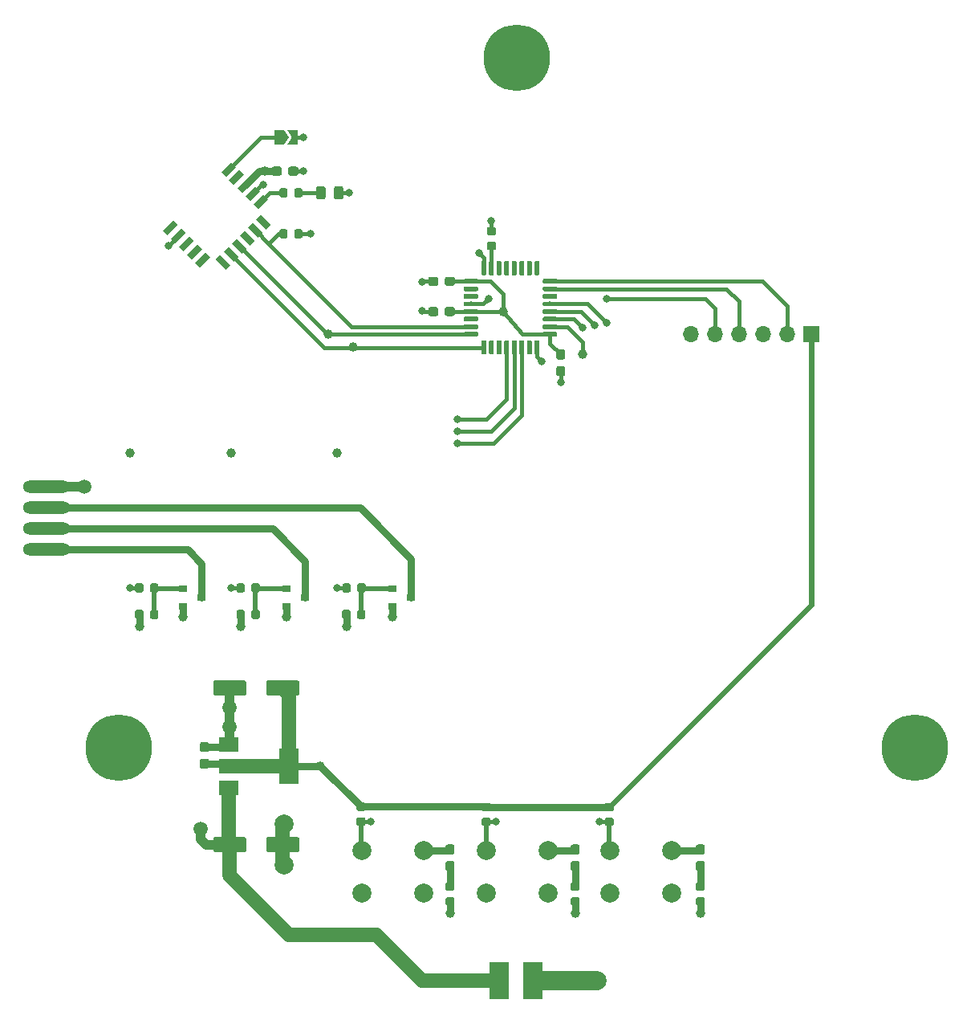
<source format=gbr>
G04 #@! TF.GenerationSoftware,KiCad,Pcbnew,(5.1.2-1)-1*
G04 #@! TF.CreationDate,2019-08-06T22:00:45+02:00*
G04 #@! TF.ProjectId,RGB-Controller#R,5247422d-436f-46e7-9472-6f6c6c657223,rev?*
G04 #@! TF.SameCoordinates,Original*
G04 #@! TF.FileFunction,Copper,L1,Top*
G04 #@! TF.FilePolarity,Positive*
%FSLAX46Y46*%
G04 Gerber Fmt 4.6, Leading zero omitted, Abs format (unit mm)*
G04 Created by KiCad (PCBNEW (5.1.2-1)-1) date 2019-08-06 22:00:45*
%MOMM*%
%LPD*%
G04 APERTURE LIST*
%ADD10O,1.700000X1.700000*%
%ADD11R,1.700000X1.700000*%
%ADD12C,1.000000*%
%ADD13C,7.000000*%
%ADD14C,0.100000*%
%ADD15C,0.875000*%
%ADD16C,0.950000*%
%ADD17C,1.600000*%
%ADD18C,0.975000*%
%ADD19R,2.000000X4.000000*%
%ADD20O,5.000000X1.300000*%
%ADD21C,0.300000*%
%ADD22R,0.900000X0.800000*%
%ADD23C,2.000000*%
%ADD24C,0.500000*%
%ADD25R,2.000000X1.500000*%
%ADD26R,2.000000X3.800000*%
%ADD27C,0.700000*%
%ADD28C,0.800000*%
%ADD29C,1.500000*%
%ADD30C,1.500000*%
%ADD31C,0.800000*%
%ADD32C,0.400000*%
%ADD33C,0.600000*%
%ADD34C,1.000000*%
%ADD35C,2.000000*%
%ADD36C,0.500000*%
G04 APERTURE END LIST*
D10*
X166624000Y-80137000D03*
X169164000Y-80137000D03*
X171704000Y-80137000D03*
X174244000Y-80137000D03*
X176784000Y-80137000D03*
D11*
X179324000Y-80137000D03*
D12*
X130962400Y-81559400D03*
X128371600Y-80175100D03*
D13*
X106257767Y-123800000D03*
X190262232Y-123800000D03*
X148260000Y-51050000D03*
D14*
G36*
X123887191Y-64804053D02*
G01*
X123908426Y-64807203D01*
X123929250Y-64812419D01*
X123949462Y-64819651D01*
X123968868Y-64828830D01*
X123987281Y-64839866D01*
X124004524Y-64852654D01*
X124020430Y-64867070D01*
X124034846Y-64882976D01*
X124047634Y-64900219D01*
X124058670Y-64918632D01*
X124067849Y-64938038D01*
X124075081Y-64958250D01*
X124080297Y-64979074D01*
X124083447Y-65000309D01*
X124084500Y-65021750D01*
X124084500Y-65534250D01*
X124083447Y-65555691D01*
X124080297Y-65576926D01*
X124075081Y-65597750D01*
X124067849Y-65617962D01*
X124058670Y-65637368D01*
X124047634Y-65655781D01*
X124034846Y-65673024D01*
X124020430Y-65688930D01*
X124004524Y-65703346D01*
X123987281Y-65716134D01*
X123968868Y-65727170D01*
X123949462Y-65736349D01*
X123929250Y-65743581D01*
X123908426Y-65748797D01*
X123887191Y-65751947D01*
X123865750Y-65753000D01*
X123428250Y-65753000D01*
X123406809Y-65751947D01*
X123385574Y-65748797D01*
X123364750Y-65743581D01*
X123344538Y-65736349D01*
X123325132Y-65727170D01*
X123306719Y-65716134D01*
X123289476Y-65703346D01*
X123273570Y-65688930D01*
X123259154Y-65673024D01*
X123246366Y-65655781D01*
X123235330Y-65637368D01*
X123226151Y-65617962D01*
X123218919Y-65597750D01*
X123213703Y-65576926D01*
X123210553Y-65555691D01*
X123209500Y-65534250D01*
X123209500Y-65021750D01*
X123210553Y-65000309D01*
X123213703Y-64979074D01*
X123218919Y-64958250D01*
X123226151Y-64938038D01*
X123235330Y-64918632D01*
X123246366Y-64900219D01*
X123259154Y-64882976D01*
X123273570Y-64867070D01*
X123289476Y-64852654D01*
X123306719Y-64839866D01*
X123325132Y-64828830D01*
X123344538Y-64819651D01*
X123364750Y-64812419D01*
X123385574Y-64807203D01*
X123406809Y-64804053D01*
X123428250Y-64803000D01*
X123865750Y-64803000D01*
X123887191Y-64804053D01*
X123887191Y-64804053D01*
G37*
D15*
X123647000Y-65278000D03*
D14*
G36*
X125462191Y-64804053D02*
G01*
X125483426Y-64807203D01*
X125504250Y-64812419D01*
X125524462Y-64819651D01*
X125543868Y-64828830D01*
X125562281Y-64839866D01*
X125579524Y-64852654D01*
X125595430Y-64867070D01*
X125609846Y-64882976D01*
X125622634Y-64900219D01*
X125633670Y-64918632D01*
X125642849Y-64938038D01*
X125650081Y-64958250D01*
X125655297Y-64979074D01*
X125658447Y-65000309D01*
X125659500Y-65021750D01*
X125659500Y-65534250D01*
X125658447Y-65555691D01*
X125655297Y-65576926D01*
X125650081Y-65597750D01*
X125642849Y-65617962D01*
X125633670Y-65637368D01*
X125622634Y-65655781D01*
X125609846Y-65673024D01*
X125595430Y-65688930D01*
X125579524Y-65703346D01*
X125562281Y-65716134D01*
X125543868Y-65727170D01*
X125524462Y-65736349D01*
X125504250Y-65743581D01*
X125483426Y-65748797D01*
X125462191Y-65751947D01*
X125440750Y-65753000D01*
X125003250Y-65753000D01*
X124981809Y-65751947D01*
X124960574Y-65748797D01*
X124939750Y-65743581D01*
X124919538Y-65736349D01*
X124900132Y-65727170D01*
X124881719Y-65716134D01*
X124864476Y-65703346D01*
X124848570Y-65688930D01*
X124834154Y-65673024D01*
X124821366Y-65655781D01*
X124810330Y-65637368D01*
X124801151Y-65617962D01*
X124793919Y-65597750D01*
X124788703Y-65576926D01*
X124785553Y-65555691D01*
X124784500Y-65534250D01*
X124784500Y-65021750D01*
X124785553Y-65000309D01*
X124788703Y-64979074D01*
X124793919Y-64958250D01*
X124801151Y-64938038D01*
X124810330Y-64918632D01*
X124821366Y-64900219D01*
X124834154Y-64882976D01*
X124848570Y-64867070D01*
X124864476Y-64852654D01*
X124881719Y-64839866D01*
X124900132Y-64828830D01*
X124919538Y-64819651D01*
X124939750Y-64812419D01*
X124960574Y-64807203D01*
X124981809Y-64804053D01*
X125003250Y-64803000D01*
X125440750Y-64803000D01*
X125462191Y-64804053D01*
X125462191Y-64804053D01*
G37*
D15*
X125222000Y-65278000D03*
D14*
G36*
X125462191Y-69122053D02*
G01*
X125483426Y-69125203D01*
X125504250Y-69130419D01*
X125524462Y-69137651D01*
X125543868Y-69146830D01*
X125562281Y-69157866D01*
X125579524Y-69170654D01*
X125595430Y-69185070D01*
X125609846Y-69200976D01*
X125622634Y-69218219D01*
X125633670Y-69236632D01*
X125642849Y-69256038D01*
X125650081Y-69276250D01*
X125655297Y-69297074D01*
X125658447Y-69318309D01*
X125659500Y-69339750D01*
X125659500Y-69852250D01*
X125658447Y-69873691D01*
X125655297Y-69894926D01*
X125650081Y-69915750D01*
X125642849Y-69935962D01*
X125633670Y-69955368D01*
X125622634Y-69973781D01*
X125609846Y-69991024D01*
X125595430Y-70006930D01*
X125579524Y-70021346D01*
X125562281Y-70034134D01*
X125543868Y-70045170D01*
X125524462Y-70054349D01*
X125504250Y-70061581D01*
X125483426Y-70066797D01*
X125462191Y-70069947D01*
X125440750Y-70071000D01*
X125003250Y-70071000D01*
X124981809Y-70069947D01*
X124960574Y-70066797D01*
X124939750Y-70061581D01*
X124919538Y-70054349D01*
X124900132Y-70045170D01*
X124881719Y-70034134D01*
X124864476Y-70021346D01*
X124848570Y-70006930D01*
X124834154Y-69991024D01*
X124821366Y-69973781D01*
X124810330Y-69955368D01*
X124801151Y-69935962D01*
X124793919Y-69915750D01*
X124788703Y-69894926D01*
X124785553Y-69873691D01*
X124784500Y-69852250D01*
X124784500Y-69339750D01*
X124785553Y-69318309D01*
X124788703Y-69297074D01*
X124793919Y-69276250D01*
X124801151Y-69256038D01*
X124810330Y-69236632D01*
X124821366Y-69218219D01*
X124834154Y-69200976D01*
X124848570Y-69185070D01*
X124864476Y-69170654D01*
X124881719Y-69157866D01*
X124900132Y-69146830D01*
X124919538Y-69137651D01*
X124939750Y-69130419D01*
X124960574Y-69125203D01*
X124981809Y-69122053D01*
X125003250Y-69121000D01*
X125440750Y-69121000D01*
X125462191Y-69122053D01*
X125462191Y-69122053D01*
G37*
D15*
X125222000Y-69596000D03*
D14*
G36*
X123887191Y-69122053D02*
G01*
X123908426Y-69125203D01*
X123929250Y-69130419D01*
X123949462Y-69137651D01*
X123968868Y-69146830D01*
X123987281Y-69157866D01*
X124004524Y-69170654D01*
X124020430Y-69185070D01*
X124034846Y-69200976D01*
X124047634Y-69218219D01*
X124058670Y-69236632D01*
X124067849Y-69256038D01*
X124075081Y-69276250D01*
X124080297Y-69297074D01*
X124083447Y-69318309D01*
X124084500Y-69339750D01*
X124084500Y-69852250D01*
X124083447Y-69873691D01*
X124080297Y-69894926D01*
X124075081Y-69915750D01*
X124067849Y-69935962D01*
X124058670Y-69955368D01*
X124047634Y-69973781D01*
X124034846Y-69991024D01*
X124020430Y-70006930D01*
X124004524Y-70021346D01*
X123987281Y-70034134D01*
X123968868Y-70045170D01*
X123949462Y-70054349D01*
X123929250Y-70061581D01*
X123908426Y-70066797D01*
X123887191Y-70069947D01*
X123865750Y-70071000D01*
X123428250Y-70071000D01*
X123406809Y-70069947D01*
X123385574Y-70066797D01*
X123364750Y-70061581D01*
X123344538Y-70054349D01*
X123325132Y-70045170D01*
X123306719Y-70034134D01*
X123289476Y-70021346D01*
X123273570Y-70006930D01*
X123259154Y-69991024D01*
X123246366Y-69973781D01*
X123235330Y-69955368D01*
X123226151Y-69935962D01*
X123218919Y-69915750D01*
X123213703Y-69894926D01*
X123210553Y-69873691D01*
X123209500Y-69852250D01*
X123209500Y-69339750D01*
X123210553Y-69318309D01*
X123213703Y-69297074D01*
X123218919Y-69276250D01*
X123226151Y-69256038D01*
X123235330Y-69236632D01*
X123246366Y-69218219D01*
X123259154Y-69200976D01*
X123273570Y-69185070D01*
X123289476Y-69170654D01*
X123306719Y-69157866D01*
X123325132Y-69146830D01*
X123344538Y-69137651D01*
X123364750Y-69130419D01*
X123385574Y-69125203D01*
X123406809Y-69122053D01*
X123428250Y-69121000D01*
X123865750Y-69121000D01*
X123887191Y-69122053D01*
X123887191Y-69122053D01*
G37*
D15*
X123647000Y-69596000D03*
D14*
G36*
X108672691Y-109254053D02*
G01*
X108693926Y-109257203D01*
X108714750Y-109262419D01*
X108734962Y-109269651D01*
X108754368Y-109278830D01*
X108772781Y-109289866D01*
X108790024Y-109302654D01*
X108805930Y-109317070D01*
X108820346Y-109332976D01*
X108833134Y-109350219D01*
X108844170Y-109368632D01*
X108853349Y-109388038D01*
X108860581Y-109408250D01*
X108865797Y-109429074D01*
X108868947Y-109450309D01*
X108870000Y-109471750D01*
X108870000Y-109984250D01*
X108868947Y-110005691D01*
X108865797Y-110026926D01*
X108860581Y-110047750D01*
X108853349Y-110067962D01*
X108844170Y-110087368D01*
X108833134Y-110105781D01*
X108820346Y-110123024D01*
X108805930Y-110138930D01*
X108790024Y-110153346D01*
X108772781Y-110166134D01*
X108754368Y-110177170D01*
X108734962Y-110186349D01*
X108714750Y-110193581D01*
X108693926Y-110198797D01*
X108672691Y-110201947D01*
X108651250Y-110203000D01*
X108213750Y-110203000D01*
X108192309Y-110201947D01*
X108171074Y-110198797D01*
X108150250Y-110193581D01*
X108130038Y-110186349D01*
X108110632Y-110177170D01*
X108092219Y-110166134D01*
X108074976Y-110153346D01*
X108059070Y-110138930D01*
X108044654Y-110123024D01*
X108031866Y-110105781D01*
X108020830Y-110087368D01*
X108011651Y-110067962D01*
X108004419Y-110047750D01*
X107999203Y-110026926D01*
X107996053Y-110005691D01*
X107995000Y-109984250D01*
X107995000Y-109471750D01*
X107996053Y-109450309D01*
X107999203Y-109429074D01*
X108004419Y-109408250D01*
X108011651Y-109388038D01*
X108020830Y-109368632D01*
X108031866Y-109350219D01*
X108044654Y-109332976D01*
X108059070Y-109317070D01*
X108074976Y-109302654D01*
X108092219Y-109289866D01*
X108110632Y-109278830D01*
X108130038Y-109269651D01*
X108150250Y-109262419D01*
X108171074Y-109257203D01*
X108192309Y-109254053D01*
X108213750Y-109253000D01*
X108651250Y-109253000D01*
X108672691Y-109254053D01*
X108672691Y-109254053D01*
G37*
D15*
X108432500Y-109728000D03*
D14*
G36*
X110247691Y-109254053D02*
G01*
X110268926Y-109257203D01*
X110289750Y-109262419D01*
X110309962Y-109269651D01*
X110329368Y-109278830D01*
X110347781Y-109289866D01*
X110365024Y-109302654D01*
X110380930Y-109317070D01*
X110395346Y-109332976D01*
X110408134Y-109350219D01*
X110419170Y-109368632D01*
X110428349Y-109388038D01*
X110435581Y-109408250D01*
X110440797Y-109429074D01*
X110443947Y-109450309D01*
X110445000Y-109471750D01*
X110445000Y-109984250D01*
X110443947Y-110005691D01*
X110440797Y-110026926D01*
X110435581Y-110047750D01*
X110428349Y-110067962D01*
X110419170Y-110087368D01*
X110408134Y-110105781D01*
X110395346Y-110123024D01*
X110380930Y-110138930D01*
X110365024Y-110153346D01*
X110347781Y-110166134D01*
X110329368Y-110177170D01*
X110309962Y-110186349D01*
X110289750Y-110193581D01*
X110268926Y-110198797D01*
X110247691Y-110201947D01*
X110226250Y-110203000D01*
X109788750Y-110203000D01*
X109767309Y-110201947D01*
X109746074Y-110198797D01*
X109725250Y-110193581D01*
X109705038Y-110186349D01*
X109685632Y-110177170D01*
X109667219Y-110166134D01*
X109649976Y-110153346D01*
X109634070Y-110138930D01*
X109619654Y-110123024D01*
X109606866Y-110105781D01*
X109595830Y-110087368D01*
X109586651Y-110067962D01*
X109579419Y-110047750D01*
X109574203Y-110026926D01*
X109571053Y-110005691D01*
X109570000Y-109984250D01*
X109570000Y-109471750D01*
X109571053Y-109450309D01*
X109574203Y-109429074D01*
X109579419Y-109408250D01*
X109586651Y-109388038D01*
X109595830Y-109368632D01*
X109606866Y-109350219D01*
X109619654Y-109332976D01*
X109634070Y-109317070D01*
X109649976Y-109302654D01*
X109667219Y-109289866D01*
X109685632Y-109278830D01*
X109705038Y-109269651D01*
X109725250Y-109262419D01*
X109746074Y-109257203D01*
X109767309Y-109254053D01*
X109788750Y-109253000D01*
X110226250Y-109253000D01*
X110247691Y-109254053D01*
X110247691Y-109254053D01*
G37*
D15*
X110007500Y-109728000D03*
D14*
G36*
X119366191Y-109254053D02*
G01*
X119387426Y-109257203D01*
X119408250Y-109262419D01*
X119428462Y-109269651D01*
X119447868Y-109278830D01*
X119466281Y-109289866D01*
X119483524Y-109302654D01*
X119499430Y-109317070D01*
X119513846Y-109332976D01*
X119526634Y-109350219D01*
X119537670Y-109368632D01*
X119546849Y-109388038D01*
X119554081Y-109408250D01*
X119559297Y-109429074D01*
X119562447Y-109450309D01*
X119563500Y-109471750D01*
X119563500Y-109984250D01*
X119562447Y-110005691D01*
X119559297Y-110026926D01*
X119554081Y-110047750D01*
X119546849Y-110067962D01*
X119537670Y-110087368D01*
X119526634Y-110105781D01*
X119513846Y-110123024D01*
X119499430Y-110138930D01*
X119483524Y-110153346D01*
X119466281Y-110166134D01*
X119447868Y-110177170D01*
X119428462Y-110186349D01*
X119408250Y-110193581D01*
X119387426Y-110198797D01*
X119366191Y-110201947D01*
X119344750Y-110203000D01*
X118907250Y-110203000D01*
X118885809Y-110201947D01*
X118864574Y-110198797D01*
X118843750Y-110193581D01*
X118823538Y-110186349D01*
X118804132Y-110177170D01*
X118785719Y-110166134D01*
X118768476Y-110153346D01*
X118752570Y-110138930D01*
X118738154Y-110123024D01*
X118725366Y-110105781D01*
X118714330Y-110087368D01*
X118705151Y-110067962D01*
X118697919Y-110047750D01*
X118692703Y-110026926D01*
X118689553Y-110005691D01*
X118688500Y-109984250D01*
X118688500Y-109471750D01*
X118689553Y-109450309D01*
X118692703Y-109429074D01*
X118697919Y-109408250D01*
X118705151Y-109388038D01*
X118714330Y-109368632D01*
X118725366Y-109350219D01*
X118738154Y-109332976D01*
X118752570Y-109317070D01*
X118768476Y-109302654D01*
X118785719Y-109289866D01*
X118804132Y-109278830D01*
X118823538Y-109269651D01*
X118843750Y-109262419D01*
X118864574Y-109257203D01*
X118885809Y-109254053D01*
X118907250Y-109253000D01*
X119344750Y-109253000D01*
X119366191Y-109254053D01*
X119366191Y-109254053D01*
G37*
D15*
X119126000Y-109728000D03*
D14*
G36*
X120941191Y-109254053D02*
G01*
X120962426Y-109257203D01*
X120983250Y-109262419D01*
X121003462Y-109269651D01*
X121022868Y-109278830D01*
X121041281Y-109289866D01*
X121058524Y-109302654D01*
X121074430Y-109317070D01*
X121088846Y-109332976D01*
X121101634Y-109350219D01*
X121112670Y-109368632D01*
X121121849Y-109388038D01*
X121129081Y-109408250D01*
X121134297Y-109429074D01*
X121137447Y-109450309D01*
X121138500Y-109471750D01*
X121138500Y-109984250D01*
X121137447Y-110005691D01*
X121134297Y-110026926D01*
X121129081Y-110047750D01*
X121121849Y-110067962D01*
X121112670Y-110087368D01*
X121101634Y-110105781D01*
X121088846Y-110123024D01*
X121074430Y-110138930D01*
X121058524Y-110153346D01*
X121041281Y-110166134D01*
X121022868Y-110177170D01*
X121003462Y-110186349D01*
X120983250Y-110193581D01*
X120962426Y-110198797D01*
X120941191Y-110201947D01*
X120919750Y-110203000D01*
X120482250Y-110203000D01*
X120460809Y-110201947D01*
X120439574Y-110198797D01*
X120418750Y-110193581D01*
X120398538Y-110186349D01*
X120379132Y-110177170D01*
X120360719Y-110166134D01*
X120343476Y-110153346D01*
X120327570Y-110138930D01*
X120313154Y-110123024D01*
X120300366Y-110105781D01*
X120289330Y-110087368D01*
X120280151Y-110067962D01*
X120272919Y-110047750D01*
X120267703Y-110026926D01*
X120264553Y-110005691D01*
X120263500Y-109984250D01*
X120263500Y-109471750D01*
X120264553Y-109450309D01*
X120267703Y-109429074D01*
X120272919Y-109408250D01*
X120280151Y-109388038D01*
X120289330Y-109368632D01*
X120300366Y-109350219D01*
X120313154Y-109332976D01*
X120327570Y-109317070D01*
X120343476Y-109302654D01*
X120360719Y-109289866D01*
X120379132Y-109278830D01*
X120398538Y-109269651D01*
X120418750Y-109262419D01*
X120439574Y-109257203D01*
X120460809Y-109254053D01*
X120482250Y-109253000D01*
X120919750Y-109253000D01*
X120941191Y-109254053D01*
X120941191Y-109254053D01*
G37*
D15*
X120701000Y-109728000D03*
D14*
G36*
X130516691Y-109254053D02*
G01*
X130537926Y-109257203D01*
X130558750Y-109262419D01*
X130578962Y-109269651D01*
X130598368Y-109278830D01*
X130616781Y-109289866D01*
X130634024Y-109302654D01*
X130649930Y-109317070D01*
X130664346Y-109332976D01*
X130677134Y-109350219D01*
X130688170Y-109368632D01*
X130697349Y-109388038D01*
X130704581Y-109408250D01*
X130709797Y-109429074D01*
X130712947Y-109450309D01*
X130714000Y-109471750D01*
X130714000Y-109984250D01*
X130712947Y-110005691D01*
X130709797Y-110026926D01*
X130704581Y-110047750D01*
X130697349Y-110067962D01*
X130688170Y-110087368D01*
X130677134Y-110105781D01*
X130664346Y-110123024D01*
X130649930Y-110138930D01*
X130634024Y-110153346D01*
X130616781Y-110166134D01*
X130598368Y-110177170D01*
X130578962Y-110186349D01*
X130558750Y-110193581D01*
X130537926Y-110198797D01*
X130516691Y-110201947D01*
X130495250Y-110203000D01*
X130057750Y-110203000D01*
X130036309Y-110201947D01*
X130015074Y-110198797D01*
X129994250Y-110193581D01*
X129974038Y-110186349D01*
X129954632Y-110177170D01*
X129936219Y-110166134D01*
X129918976Y-110153346D01*
X129903070Y-110138930D01*
X129888654Y-110123024D01*
X129875866Y-110105781D01*
X129864830Y-110087368D01*
X129855651Y-110067962D01*
X129848419Y-110047750D01*
X129843203Y-110026926D01*
X129840053Y-110005691D01*
X129839000Y-109984250D01*
X129839000Y-109471750D01*
X129840053Y-109450309D01*
X129843203Y-109429074D01*
X129848419Y-109408250D01*
X129855651Y-109388038D01*
X129864830Y-109368632D01*
X129875866Y-109350219D01*
X129888654Y-109332976D01*
X129903070Y-109317070D01*
X129918976Y-109302654D01*
X129936219Y-109289866D01*
X129954632Y-109278830D01*
X129974038Y-109269651D01*
X129994250Y-109262419D01*
X130015074Y-109257203D01*
X130036309Y-109254053D01*
X130057750Y-109253000D01*
X130495250Y-109253000D01*
X130516691Y-109254053D01*
X130516691Y-109254053D01*
G37*
D15*
X130276500Y-109728000D03*
D14*
G36*
X132091691Y-109254053D02*
G01*
X132112926Y-109257203D01*
X132133750Y-109262419D01*
X132153962Y-109269651D01*
X132173368Y-109278830D01*
X132191781Y-109289866D01*
X132209024Y-109302654D01*
X132224930Y-109317070D01*
X132239346Y-109332976D01*
X132252134Y-109350219D01*
X132263170Y-109368632D01*
X132272349Y-109388038D01*
X132279581Y-109408250D01*
X132284797Y-109429074D01*
X132287947Y-109450309D01*
X132289000Y-109471750D01*
X132289000Y-109984250D01*
X132287947Y-110005691D01*
X132284797Y-110026926D01*
X132279581Y-110047750D01*
X132272349Y-110067962D01*
X132263170Y-110087368D01*
X132252134Y-110105781D01*
X132239346Y-110123024D01*
X132224930Y-110138930D01*
X132209024Y-110153346D01*
X132191781Y-110166134D01*
X132173368Y-110177170D01*
X132153962Y-110186349D01*
X132133750Y-110193581D01*
X132112926Y-110198797D01*
X132091691Y-110201947D01*
X132070250Y-110203000D01*
X131632750Y-110203000D01*
X131611309Y-110201947D01*
X131590074Y-110198797D01*
X131569250Y-110193581D01*
X131549038Y-110186349D01*
X131529632Y-110177170D01*
X131511219Y-110166134D01*
X131493976Y-110153346D01*
X131478070Y-110138930D01*
X131463654Y-110123024D01*
X131450866Y-110105781D01*
X131439830Y-110087368D01*
X131430651Y-110067962D01*
X131423419Y-110047750D01*
X131418203Y-110026926D01*
X131415053Y-110005691D01*
X131414000Y-109984250D01*
X131414000Y-109471750D01*
X131415053Y-109450309D01*
X131418203Y-109429074D01*
X131423419Y-109408250D01*
X131430651Y-109388038D01*
X131439830Y-109368632D01*
X131450866Y-109350219D01*
X131463654Y-109332976D01*
X131478070Y-109317070D01*
X131493976Y-109302654D01*
X131511219Y-109289866D01*
X131529632Y-109278830D01*
X131549038Y-109269651D01*
X131569250Y-109262419D01*
X131590074Y-109257203D01*
X131611309Y-109254053D01*
X131632750Y-109253000D01*
X132070250Y-109253000D01*
X132091691Y-109254053D01*
X132091691Y-109254053D01*
G37*
D15*
X131851500Y-109728000D03*
D14*
G36*
X108672691Y-106460053D02*
G01*
X108693926Y-106463203D01*
X108714750Y-106468419D01*
X108734962Y-106475651D01*
X108754368Y-106484830D01*
X108772781Y-106495866D01*
X108790024Y-106508654D01*
X108805930Y-106523070D01*
X108820346Y-106538976D01*
X108833134Y-106556219D01*
X108844170Y-106574632D01*
X108853349Y-106594038D01*
X108860581Y-106614250D01*
X108865797Y-106635074D01*
X108868947Y-106656309D01*
X108870000Y-106677750D01*
X108870000Y-107190250D01*
X108868947Y-107211691D01*
X108865797Y-107232926D01*
X108860581Y-107253750D01*
X108853349Y-107273962D01*
X108844170Y-107293368D01*
X108833134Y-107311781D01*
X108820346Y-107329024D01*
X108805930Y-107344930D01*
X108790024Y-107359346D01*
X108772781Y-107372134D01*
X108754368Y-107383170D01*
X108734962Y-107392349D01*
X108714750Y-107399581D01*
X108693926Y-107404797D01*
X108672691Y-107407947D01*
X108651250Y-107409000D01*
X108213750Y-107409000D01*
X108192309Y-107407947D01*
X108171074Y-107404797D01*
X108150250Y-107399581D01*
X108130038Y-107392349D01*
X108110632Y-107383170D01*
X108092219Y-107372134D01*
X108074976Y-107359346D01*
X108059070Y-107344930D01*
X108044654Y-107329024D01*
X108031866Y-107311781D01*
X108020830Y-107293368D01*
X108011651Y-107273962D01*
X108004419Y-107253750D01*
X107999203Y-107232926D01*
X107996053Y-107211691D01*
X107995000Y-107190250D01*
X107995000Y-106677750D01*
X107996053Y-106656309D01*
X107999203Y-106635074D01*
X108004419Y-106614250D01*
X108011651Y-106594038D01*
X108020830Y-106574632D01*
X108031866Y-106556219D01*
X108044654Y-106538976D01*
X108059070Y-106523070D01*
X108074976Y-106508654D01*
X108092219Y-106495866D01*
X108110632Y-106484830D01*
X108130038Y-106475651D01*
X108150250Y-106468419D01*
X108171074Y-106463203D01*
X108192309Y-106460053D01*
X108213750Y-106459000D01*
X108651250Y-106459000D01*
X108672691Y-106460053D01*
X108672691Y-106460053D01*
G37*
D15*
X108432500Y-106934000D03*
D14*
G36*
X110247691Y-106460053D02*
G01*
X110268926Y-106463203D01*
X110289750Y-106468419D01*
X110309962Y-106475651D01*
X110329368Y-106484830D01*
X110347781Y-106495866D01*
X110365024Y-106508654D01*
X110380930Y-106523070D01*
X110395346Y-106538976D01*
X110408134Y-106556219D01*
X110419170Y-106574632D01*
X110428349Y-106594038D01*
X110435581Y-106614250D01*
X110440797Y-106635074D01*
X110443947Y-106656309D01*
X110445000Y-106677750D01*
X110445000Y-107190250D01*
X110443947Y-107211691D01*
X110440797Y-107232926D01*
X110435581Y-107253750D01*
X110428349Y-107273962D01*
X110419170Y-107293368D01*
X110408134Y-107311781D01*
X110395346Y-107329024D01*
X110380930Y-107344930D01*
X110365024Y-107359346D01*
X110347781Y-107372134D01*
X110329368Y-107383170D01*
X110309962Y-107392349D01*
X110289750Y-107399581D01*
X110268926Y-107404797D01*
X110247691Y-107407947D01*
X110226250Y-107409000D01*
X109788750Y-107409000D01*
X109767309Y-107407947D01*
X109746074Y-107404797D01*
X109725250Y-107399581D01*
X109705038Y-107392349D01*
X109685632Y-107383170D01*
X109667219Y-107372134D01*
X109649976Y-107359346D01*
X109634070Y-107344930D01*
X109619654Y-107329024D01*
X109606866Y-107311781D01*
X109595830Y-107293368D01*
X109586651Y-107273962D01*
X109579419Y-107253750D01*
X109574203Y-107232926D01*
X109571053Y-107211691D01*
X109570000Y-107190250D01*
X109570000Y-106677750D01*
X109571053Y-106656309D01*
X109574203Y-106635074D01*
X109579419Y-106614250D01*
X109586651Y-106594038D01*
X109595830Y-106574632D01*
X109606866Y-106556219D01*
X109619654Y-106538976D01*
X109634070Y-106523070D01*
X109649976Y-106508654D01*
X109667219Y-106495866D01*
X109685632Y-106484830D01*
X109705038Y-106475651D01*
X109725250Y-106468419D01*
X109746074Y-106463203D01*
X109767309Y-106460053D01*
X109788750Y-106459000D01*
X110226250Y-106459000D01*
X110247691Y-106460053D01*
X110247691Y-106460053D01*
G37*
D15*
X110007500Y-106934000D03*
D14*
G36*
X119366191Y-106460053D02*
G01*
X119387426Y-106463203D01*
X119408250Y-106468419D01*
X119428462Y-106475651D01*
X119447868Y-106484830D01*
X119466281Y-106495866D01*
X119483524Y-106508654D01*
X119499430Y-106523070D01*
X119513846Y-106538976D01*
X119526634Y-106556219D01*
X119537670Y-106574632D01*
X119546849Y-106594038D01*
X119554081Y-106614250D01*
X119559297Y-106635074D01*
X119562447Y-106656309D01*
X119563500Y-106677750D01*
X119563500Y-107190250D01*
X119562447Y-107211691D01*
X119559297Y-107232926D01*
X119554081Y-107253750D01*
X119546849Y-107273962D01*
X119537670Y-107293368D01*
X119526634Y-107311781D01*
X119513846Y-107329024D01*
X119499430Y-107344930D01*
X119483524Y-107359346D01*
X119466281Y-107372134D01*
X119447868Y-107383170D01*
X119428462Y-107392349D01*
X119408250Y-107399581D01*
X119387426Y-107404797D01*
X119366191Y-107407947D01*
X119344750Y-107409000D01*
X118907250Y-107409000D01*
X118885809Y-107407947D01*
X118864574Y-107404797D01*
X118843750Y-107399581D01*
X118823538Y-107392349D01*
X118804132Y-107383170D01*
X118785719Y-107372134D01*
X118768476Y-107359346D01*
X118752570Y-107344930D01*
X118738154Y-107329024D01*
X118725366Y-107311781D01*
X118714330Y-107293368D01*
X118705151Y-107273962D01*
X118697919Y-107253750D01*
X118692703Y-107232926D01*
X118689553Y-107211691D01*
X118688500Y-107190250D01*
X118688500Y-106677750D01*
X118689553Y-106656309D01*
X118692703Y-106635074D01*
X118697919Y-106614250D01*
X118705151Y-106594038D01*
X118714330Y-106574632D01*
X118725366Y-106556219D01*
X118738154Y-106538976D01*
X118752570Y-106523070D01*
X118768476Y-106508654D01*
X118785719Y-106495866D01*
X118804132Y-106484830D01*
X118823538Y-106475651D01*
X118843750Y-106468419D01*
X118864574Y-106463203D01*
X118885809Y-106460053D01*
X118907250Y-106459000D01*
X119344750Y-106459000D01*
X119366191Y-106460053D01*
X119366191Y-106460053D01*
G37*
D15*
X119126000Y-106934000D03*
D14*
G36*
X120941191Y-106460053D02*
G01*
X120962426Y-106463203D01*
X120983250Y-106468419D01*
X121003462Y-106475651D01*
X121022868Y-106484830D01*
X121041281Y-106495866D01*
X121058524Y-106508654D01*
X121074430Y-106523070D01*
X121088846Y-106538976D01*
X121101634Y-106556219D01*
X121112670Y-106574632D01*
X121121849Y-106594038D01*
X121129081Y-106614250D01*
X121134297Y-106635074D01*
X121137447Y-106656309D01*
X121138500Y-106677750D01*
X121138500Y-107190250D01*
X121137447Y-107211691D01*
X121134297Y-107232926D01*
X121129081Y-107253750D01*
X121121849Y-107273962D01*
X121112670Y-107293368D01*
X121101634Y-107311781D01*
X121088846Y-107329024D01*
X121074430Y-107344930D01*
X121058524Y-107359346D01*
X121041281Y-107372134D01*
X121022868Y-107383170D01*
X121003462Y-107392349D01*
X120983250Y-107399581D01*
X120962426Y-107404797D01*
X120941191Y-107407947D01*
X120919750Y-107409000D01*
X120482250Y-107409000D01*
X120460809Y-107407947D01*
X120439574Y-107404797D01*
X120418750Y-107399581D01*
X120398538Y-107392349D01*
X120379132Y-107383170D01*
X120360719Y-107372134D01*
X120343476Y-107359346D01*
X120327570Y-107344930D01*
X120313154Y-107329024D01*
X120300366Y-107311781D01*
X120289330Y-107293368D01*
X120280151Y-107273962D01*
X120272919Y-107253750D01*
X120267703Y-107232926D01*
X120264553Y-107211691D01*
X120263500Y-107190250D01*
X120263500Y-106677750D01*
X120264553Y-106656309D01*
X120267703Y-106635074D01*
X120272919Y-106614250D01*
X120280151Y-106594038D01*
X120289330Y-106574632D01*
X120300366Y-106556219D01*
X120313154Y-106538976D01*
X120327570Y-106523070D01*
X120343476Y-106508654D01*
X120360719Y-106495866D01*
X120379132Y-106484830D01*
X120398538Y-106475651D01*
X120418750Y-106468419D01*
X120439574Y-106463203D01*
X120460809Y-106460053D01*
X120482250Y-106459000D01*
X120919750Y-106459000D01*
X120941191Y-106460053D01*
X120941191Y-106460053D01*
G37*
D15*
X120701000Y-106934000D03*
D14*
G36*
X130542191Y-106460053D02*
G01*
X130563426Y-106463203D01*
X130584250Y-106468419D01*
X130604462Y-106475651D01*
X130623868Y-106484830D01*
X130642281Y-106495866D01*
X130659524Y-106508654D01*
X130675430Y-106523070D01*
X130689846Y-106538976D01*
X130702634Y-106556219D01*
X130713670Y-106574632D01*
X130722849Y-106594038D01*
X130730081Y-106614250D01*
X130735297Y-106635074D01*
X130738447Y-106656309D01*
X130739500Y-106677750D01*
X130739500Y-107190250D01*
X130738447Y-107211691D01*
X130735297Y-107232926D01*
X130730081Y-107253750D01*
X130722849Y-107273962D01*
X130713670Y-107293368D01*
X130702634Y-107311781D01*
X130689846Y-107329024D01*
X130675430Y-107344930D01*
X130659524Y-107359346D01*
X130642281Y-107372134D01*
X130623868Y-107383170D01*
X130604462Y-107392349D01*
X130584250Y-107399581D01*
X130563426Y-107404797D01*
X130542191Y-107407947D01*
X130520750Y-107409000D01*
X130083250Y-107409000D01*
X130061809Y-107407947D01*
X130040574Y-107404797D01*
X130019750Y-107399581D01*
X129999538Y-107392349D01*
X129980132Y-107383170D01*
X129961719Y-107372134D01*
X129944476Y-107359346D01*
X129928570Y-107344930D01*
X129914154Y-107329024D01*
X129901366Y-107311781D01*
X129890330Y-107293368D01*
X129881151Y-107273962D01*
X129873919Y-107253750D01*
X129868703Y-107232926D01*
X129865553Y-107211691D01*
X129864500Y-107190250D01*
X129864500Y-106677750D01*
X129865553Y-106656309D01*
X129868703Y-106635074D01*
X129873919Y-106614250D01*
X129881151Y-106594038D01*
X129890330Y-106574632D01*
X129901366Y-106556219D01*
X129914154Y-106538976D01*
X129928570Y-106523070D01*
X129944476Y-106508654D01*
X129961719Y-106495866D01*
X129980132Y-106484830D01*
X129999538Y-106475651D01*
X130019750Y-106468419D01*
X130040574Y-106463203D01*
X130061809Y-106460053D01*
X130083250Y-106459000D01*
X130520750Y-106459000D01*
X130542191Y-106460053D01*
X130542191Y-106460053D01*
G37*
D15*
X130302000Y-106934000D03*
D14*
G36*
X132117191Y-106460053D02*
G01*
X132138426Y-106463203D01*
X132159250Y-106468419D01*
X132179462Y-106475651D01*
X132198868Y-106484830D01*
X132217281Y-106495866D01*
X132234524Y-106508654D01*
X132250430Y-106523070D01*
X132264846Y-106538976D01*
X132277634Y-106556219D01*
X132288670Y-106574632D01*
X132297849Y-106594038D01*
X132305081Y-106614250D01*
X132310297Y-106635074D01*
X132313447Y-106656309D01*
X132314500Y-106677750D01*
X132314500Y-107190250D01*
X132313447Y-107211691D01*
X132310297Y-107232926D01*
X132305081Y-107253750D01*
X132297849Y-107273962D01*
X132288670Y-107293368D01*
X132277634Y-107311781D01*
X132264846Y-107329024D01*
X132250430Y-107344930D01*
X132234524Y-107359346D01*
X132217281Y-107372134D01*
X132198868Y-107383170D01*
X132179462Y-107392349D01*
X132159250Y-107399581D01*
X132138426Y-107404797D01*
X132117191Y-107407947D01*
X132095750Y-107409000D01*
X131658250Y-107409000D01*
X131636809Y-107407947D01*
X131615574Y-107404797D01*
X131594750Y-107399581D01*
X131574538Y-107392349D01*
X131555132Y-107383170D01*
X131536719Y-107372134D01*
X131519476Y-107359346D01*
X131503570Y-107344930D01*
X131489154Y-107329024D01*
X131476366Y-107311781D01*
X131465330Y-107293368D01*
X131456151Y-107273962D01*
X131448919Y-107253750D01*
X131443703Y-107232926D01*
X131440553Y-107211691D01*
X131439500Y-107190250D01*
X131439500Y-106677750D01*
X131440553Y-106656309D01*
X131443703Y-106635074D01*
X131448919Y-106614250D01*
X131456151Y-106594038D01*
X131465330Y-106574632D01*
X131476366Y-106556219D01*
X131489154Y-106538976D01*
X131503570Y-106523070D01*
X131519476Y-106508654D01*
X131536719Y-106495866D01*
X131555132Y-106484830D01*
X131574538Y-106475651D01*
X131594750Y-106468419D01*
X131615574Y-106463203D01*
X131636809Y-106460053D01*
X131658250Y-106459000D01*
X132095750Y-106459000D01*
X132117191Y-106460053D01*
X132117191Y-106460053D01*
G37*
D15*
X131877000Y-106934000D03*
D14*
G36*
X167917691Y-137968053D02*
G01*
X167938926Y-137971203D01*
X167959750Y-137976419D01*
X167979962Y-137983651D01*
X167999368Y-137992830D01*
X168017781Y-138003866D01*
X168035024Y-138016654D01*
X168050930Y-138031070D01*
X168065346Y-138046976D01*
X168078134Y-138064219D01*
X168089170Y-138082632D01*
X168098349Y-138102038D01*
X168105581Y-138122250D01*
X168110797Y-138143074D01*
X168113947Y-138164309D01*
X168115000Y-138185750D01*
X168115000Y-138623250D01*
X168113947Y-138644691D01*
X168110797Y-138665926D01*
X168105581Y-138686750D01*
X168098349Y-138706962D01*
X168089170Y-138726368D01*
X168078134Y-138744781D01*
X168065346Y-138762024D01*
X168050930Y-138777930D01*
X168035024Y-138792346D01*
X168017781Y-138805134D01*
X167999368Y-138816170D01*
X167979962Y-138825349D01*
X167959750Y-138832581D01*
X167938926Y-138837797D01*
X167917691Y-138840947D01*
X167896250Y-138842000D01*
X167383750Y-138842000D01*
X167362309Y-138840947D01*
X167341074Y-138837797D01*
X167320250Y-138832581D01*
X167300038Y-138825349D01*
X167280632Y-138816170D01*
X167262219Y-138805134D01*
X167244976Y-138792346D01*
X167229070Y-138777930D01*
X167214654Y-138762024D01*
X167201866Y-138744781D01*
X167190830Y-138726368D01*
X167181651Y-138706962D01*
X167174419Y-138686750D01*
X167169203Y-138665926D01*
X167166053Y-138644691D01*
X167165000Y-138623250D01*
X167165000Y-138185750D01*
X167166053Y-138164309D01*
X167169203Y-138143074D01*
X167174419Y-138122250D01*
X167181651Y-138102038D01*
X167190830Y-138082632D01*
X167201866Y-138064219D01*
X167214654Y-138046976D01*
X167229070Y-138031070D01*
X167244976Y-138016654D01*
X167262219Y-138003866D01*
X167280632Y-137992830D01*
X167300038Y-137983651D01*
X167320250Y-137976419D01*
X167341074Y-137971203D01*
X167362309Y-137968053D01*
X167383750Y-137967000D01*
X167896250Y-137967000D01*
X167917691Y-137968053D01*
X167917691Y-137968053D01*
G37*
D15*
X167640000Y-138404500D03*
D14*
G36*
X167917691Y-139543053D02*
G01*
X167938926Y-139546203D01*
X167959750Y-139551419D01*
X167979962Y-139558651D01*
X167999368Y-139567830D01*
X168017781Y-139578866D01*
X168035024Y-139591654D01*
X168050930Y-139606070D01*
X168065346Y-139621976D01*
X168078134Y-139639219D01*
X168089170Y-139657632D01*
X168098349Y-139677038D01*
X168105581Y-139697250D01*
X168110797Y-139718074D01*
X168113947Y-139739309D01*
X168115000Y-139760750D01*
X168115000Y-140198250D01*
X168113947Y-140219691D01*
X168110797Y-140240926D01*
X168105581Y-140261750D01*
X168098349Y-140281962D01*
X168089170Y-140301368D01*
X168078134Y-140319781D01*
X168065346Y-140337024D01*
X168050930Y-140352930D01*
X168035024Y-140367346D01*
X168017781Y-140380134D01*
X167999368Y-140391170D01*
X167979962Y-140400349D01*
X167959750Y-140407581D01*
X167938926Y-140412797D01*
X167917691Y-140415947D01*
X167896250Y-140417000D01*
X167383750Y-140417000D01*
X167362309Y-140415947D01*
X167341074Y-140412797D01*
X167320250Y-140407581D01*
X167300038Y-140400349D01*
X167280632Y-140391170D01*
X167262219Y-140380134D01*
X167244976Y-140367346D01*
X167229070Y-140352930D01*
X167214654Y-140337024D01*
X167201866Y-140319781D01*
X167190830Y-140301368D01*
X167181651Y-140281962D01*
X167174419Y-140261750D01*
X167169203Y-140240926D01*
X167166053Y-140219691D01*
X167165000Y-140198250D01*
X167165000Y-139760750D01*
X167166053Y-139739309D01*
X167169203Y-139718074D01*
X167174419Y-139697250D01*
X167181651Y-139677038D01*
X167190830Y-139657632D01*
X167201866Y-139639219D01*
X167214654Y-139621976D01*
X167229070Y-139606070D01*
X167244976Y-139591654D01*
X167262219Y-139578866D01*
X167280632Y-139567830D01*
X167300038Y-139558651D01*
X167320250Y-139551419D01*
X167341074Y-139546203D01*
X167362309Y-139543053D01*
X167383750Y-139542000D01*
X167896250Y-139542000D01*
X167917691Y-139543053D01*
X167917691Y-139543053D01*
G37*
D15*
X167640000Y-139979500D03*
D14*
G36*
X158291191Y-129586053D02*
G01*
X158312426Y-129589203D01*
X158333250Y-129594419D01*
X158353462Y-129601651D01*
X158372868Y-129610830D01*
X158391281Y-129621866D01*
X158408524Y-129634654D01*
X158424430Y-129649070D01*
X158438846Y-129664976D01*
X158451634Y-129682219D01*
X158462670Y-129700632D01*
X158471849Y-129720038D01*
X158479081Y-129740250D01*
X158484297Y-129761074D01*
X158487447Y-129782309D01*
X158488500Y-129803750D01*
X158488500Y-130241250D01*
X158487447Y-130262691D01*
X158484297Y-130283926D01*
X158479081Y-130304750D01*
X158471849Y-130324962D01*
X158462670Y-130344368D01*
X158451634Y-130362781D01*
X158438846Y-130380024D01*
X158424430Y-130395930D01*
X158408524Y-130410346D01*
X158391281Y-130423134D01*
X158372868Y-130434170D01*
X158353462Y-130443349D01*
X158333250Y-130450581D01*
X158312426Y-130455797D01*
X158291191Y-130458947D01*
X158269750Y-130460000D01*
X157757250Y-130460000D01*
X157735809Y-130458947D01*
X157714574Y-130455797D01*
X157693750Y-130450581D01*
X157673538Y-130443349D01*
X157654132Y-130434170D01*
X157635719Y-130423134D01*
X157618476Y-130410346D01*
X157602570Y-130395930D01*
X157588154Y-130380024D01*
X157575366Y-130362781D01*
X157564330Y-130344368D01*
X157555151Y-130324962D01*
X157547919Y-130304750D01*
X157542703Y-130283926D01*
X157539553Y-130262691D01*
X157538500Y-130241250D01*
X157538500Y-129803750D01*
X157539553Y-129782309D01*
X157542703Y-129761074D01*
X157547919Y-129740250D01*
X157555151Y-129720038D01*
X157564330Y-129700632D01*
X157575366Y-129682219D01*
X157588154Y-129664976D01*
X157602570Y-129649070D01*
X157618476Y-129634654D01*
X157635719Y-129621866D01*
X157654132Y-129610830D01*
X157673538Y-129601651D01*
X157693750Y-129594419D01*
X157714574Y-129589203D01*
X157735809Y-129586053D01*
X157757250Y-129585000D01*
X158269750Y-129585000D01*
X158291191Y-129586053D01*
X158291191Y-129586053D01*
G37*
D15*
X158013500Y-130022500D03*
D14*
G36*
X158291191Y-131161053D02*
G01*
X158312426Y-131164203D01*
X158333250Y-131169419D01*
X158353462Y-131176651D01*
X158372868Y-131185830D01*
X158391281Y-131196866D01*
X158408524Y-131209654D01*
X158424430Y-131224070D01*
X158438846Y-131239976D01*
X158451634Y-131257219D01*
X158462670Y-131275632D01*
X158471849Y-131295038D01*
X158479081Y-131315250D01*
X158484297Y-131336074D01*
X158487447Y-131357309D01*
X158488500Y-131378750D01*
X158488500Y-131816250D01*
X158487447Y-131837691D01*
X158484297Y-131858926D01*
X158479081Y-131879750D01*
X158471849Y-131899962D01*
X158462670Y-131919368D01*
X158451634Y-131937781D01*
X158438846Y-131955024D01*
X158424430Y-131970930D01*
X158408524Y-131985346D01*
X158391281Y-131998134D01*
X158372868Y-132009170D01*
X158353462Y-132018349D01*
X158333250Y-132025581D01*
X158312426Y-132030797D01*
X158291191Y-132033947D01*
X158269750Y-132035000D01*
X157757250Y-132035000D01*
X157735809Y-132033947D01*
X157714574Y-132030797D01*
X157693750Y-132025581D01*
X157673538Y-132018349D01*
X157654132Y-132009170D01*
X157635719Y-131998134D01*
X157618476Y-131985346D01*
X157602570Y-131970930D01*
X157588154Y-131955024D01*
X157575366Y-131937781D01*
X157564330Y-131919368D01*
X157555151Y-131899962D01*
X157547919Y-131879750D01*
X157542703Y-131858926D01*
X157539553Y-131837691D01*
X157538500Y-131816250D01*
X157538500Y-131378750D01*
X157539553Y-131357309D01*
X157542703Y-131336074D01*
X157547919Y-131315250D01*
X157555151Y-131295038D01*
X157564330Y-131275632D01*
X157575366Y-131257219D01*
X157588154Y-131239976D01*
X157602570Y-131224070D01*
X157618476Y-131209654D01*
X157635719Y-131196866D01*
X157654132Y-131185830D01*
X157673538Y-131176651D01*
X157693750Y-131169419D01*
X157714574Y-131164203D01*
X157735809Y-131161053D01*
X157757250Y-131160000D01*
X158269750Y-131160000D01*
X158291191Y-131161053D01*
X158291191Y-131161053D01*
G37*
D15*
X158013500Y-131597500D03*
D14*
G36*
X154709691Y-137968053D02*
G01*
X154730926Y-137971203D01*
X154751750Y-137976419D01*
X154771962Y-137983651D01*
X154791368Y-137992830D01*
X154809781Y-138003866D01*
X154827024Y-138016654D01*
X154842930Y-138031070D01*
X154857346Y-138046976D01*
X154870134Y-138064219D01*
X154881170Y-138082632D01*
X154890349Y-138102038D01*
X154897581Y-138122250D01*
X154902797Y-138143074D01*
X154905947Y-138164309D01*
X154907000Y-138185750D01*
X154907000Y-138623250D01*
X154905947Y-138644691D01*
X154902797Y-138665926D01*
X154897581Y-138686750D01*
X154890349Y-138706962D01*
X154881170Y-138726368D01*
X154870134Y-138744781D01*
X154857346Y-138762024D01*
X154842930Y-138777930D01*
X154827024Y-138792346D01*
X154809781Y-138805134D01*
X154791368Y-138816170D01*
X154771962Y-138825349D01*
X154751750Y-138832581D01*
X154730926Y-138837797D01*
X154709691Y-138840947D01*
X154688250Y-138842000D01*
X154175750Y-138842000D01*
X154154309Y-138840947D01*
X154133074Y-138837797D01*
X154112250Y-138832581D01*
X154092038Y-138825349D01*
X154072632Y-138816170D01*
X154054219Y-138805134D01*
X154036976Y-138792346D01*
X154021070Y-138777930D01*
X154006654Y-138762024D01*
X153993866Y-138744781D01*
X153982830Y-138726368D01*
X153973651Y-138706962D01*
X153966419Y-138686750D01*
X153961203Y-138665926D01*
X153958053Y-138644691D01*
X153957000Y-138623250D01*
X153957000Y-138185750D01*
X153958053Y-138164309D01*
X153961203Y-138143074D01*
X153966419Y-138122250D01*
X153973651Y-138102038D01*
X153982830Y-138082632D01*
X153993866Y-138064219D01*
X154006654Y-138046976D01*
X154021070Y-138031070D01*
X154036976Y-138016654D01*
X154054219Y-138003866D01*
X154072632Y-137992830D01*
X154092038Y-137983651D01*
X154112250Y-137976419D01*
X154133074Y-137971203D01*
X154154309Y-137968053D01*
X154175750Y-137967000D01*
X154688250Y-137967000D01*
X154709691Y-137968053D01*
X154709691Y-137968053D01*
G37*
D15*
X154432000Y-138404500D03*
D14*
G36*
X154709691Y-139543053D02*
G01*
X154730926Y-139546203D01*
X154751750Y-139551419D01*
X154771962Y-139558651D01*
X154791368Y-139567830D01*
X154809781Y-139578866D01*
X154827024Y-139591654D01*
X154842930Y-139606070D01*
X154857346Y-139621976D01*
X154870134Y-139639219D01*
X154881170Y-139657632D01*
X154890349Y-139677038D01*
X154897581Y-139697250D01*
X154902797Y-139718074D01*
X154905947Y-139739309D01*
X154907000Y-139760750D01*
X154907000Y-140198250D01*
X154905947Y-140219691D01*
X154902797Y-140240926D01*
X154897581Y-140261750D01*
X154890349Y-140281962D01*
X154881170Y-140301368D01*
X154870134Y-140319781D01*
X154857346Y-140337024D01*
X154842930Y-140352930D01*
X154827024Y-140367346D01*
X154809781Y-140380134D01*
X154791368Y-140391170D01*
X154771962Y-140400349D01*
X154751750Y-140407581D01*
X154730926Y-140412797D01*
X154709691Y-140415947D01*
X154688250Y-140417000D01*
X154175750Y-140417000D01*
X154154309Y-140415947D01*
X154133074Y-140412797D01*
X154112250Y-140407581D01*
X154092038Y-140400349D01*
X154072632Y-140391170D01*
X154054219Y-140380134D01*
X154036976Y-140367346D01*
X154021070Y-140352930D01*
X154006654Y-140337024D01*
X153993866Y-140319781D01*
X153982830Y-140301368D01*
X153973651Y-140281962D01*
X153966419Y-140261750D01*
X153961203Y-140240926D01*
X153958053Y-140219691D01*
X153957000Y-140198250D01*
X153957000Y-139760750D01*
X153958053Y-139739309D01*
X153961203Y-139718074D01*
X153966419Y-139697250D01*
X153973651Y-139677038D01*
X153982830Y-139657632D01*
X153993866Y-139639219D01*
X154006654Y-139621976D01*
X154021070Y-139606070D01*
X154036976Y-139591654D01*
X154054219Y-139578866D01*
X154072632Y-139567830D01*
X154092038Y-139558651D01*
X154112250Y-139551419D01*
X154133074Y-139546203D01*
X154154309Y-139543053D01*
X154175750Y-139542000D01*
X154688250Y-139542000D01*
X154709691Y-139543053D01*
X154709691Y-139543053D01*
G37*
D15*
X154432000Y-139979500D03*
D14*
G36*
X145311691Y-129586053D02*
G01*
X145332926Y-129589203D01*
X145353750Y-129594419D01*
X145373962Y-129601651D01*
X145393368Y-129610830D01*
X145411781Y-129621866D01*
X145429024Y-129634654D01*
X145444930Y-129649070D01*
X145459346Y-129664976D01*
X145472134Y-129682219D01*
X145483170Y-129700632D01*
X145492349Y-129720038D01*
X145499581Y-129740250D01*
X145504797Y-129761074D01*
X145507947Y-129782309D01*
X145509000Y-129803750D01*
X145509000Y-130241250D01*
X145507947Y-130262691D01*
X145504797Y-130283926D01*
X145499581Y-130304750D01*
X145492349Y-130324962D01*
X145483170Y-130344368D01*
X145472134Y-130362781D01*
X145459346Y-130380024D01*
X145444930Y-130395930D01*
X145429024Y-130410346D01*
X145411781Y-130423134D01*
X145393368Y-130434170D01*
X145373962Y-130443349D01*
X145353750Y-130450581D01*
X145332926Y-130455797D01*
X145311691Y-130458947D01*
X145290250Y-130460000D01*
X144777750Y-130460000D01*
X144756309Y-130458947D01*
X144735074Y-130455797D01*
X144714250Y-130450581D01*
X144694038Y-130443349D01*
X144674632Y-130434170D01*
X144656219Y-130423134D01*
X144638976Y-130410346D01*
X144623070Y-130395930D01*
X144608654Y-130380024D01*
X144595866Y-130362781D01*
X144584830Y-130344368D01*
X144575651Y-130324962D01*
X144568419Y-130304750D01*
X144563203Y-130283926D01*
X144560053Y-130262691D01*
X144559000Y-130241250D01*
X144559000Y-129803750D01*
X144560053Y-129782309D01*
X144563203Y-129761074D01*
X144568419Y-129740250D01*
X144575651Y-129720038D01*
X144584830Y-129700632D01*
X144595866Y-129682219D01*
X144608654Y-129664976D01*
X144623070Y-129649070D01*
X144638976Y-129634654D01*
X144656219Y-129621866D01*
X144674632Y-129610830D01*
X144694038Y-129601651D01*
X144714250Y-129594419D01*
X144735074Y-129589203D01*
X144756309Y-129586053D01*
X144777750Y-129585000D01*
X145290250Y-129585000D01*
X145311691Y-129586053D01*
X145311691Y-129586053D01*
G37*
D15*
X145034000Y-130022500D03*
D14*
G36*
X145311691Y-131161053D02*
G01*
X145332926Y-131164203D01*
X145353750Y-131169419D01*
X145373962Y-131176651D01*
X145393368Y-131185830D01*
X145411781Y-131196866D01*
X145429024Y-131209654D01*
X145444930Y-131224070D01*
X145459346Y-131239976D01*
X145472134Y-131257219D01*
X145483170Y-131275632D01*
X145492349Y-131295038D01*
X145499581Y-131315250D01*
X145504797Y-131336074D01*
X145507947Y-131357309D01*
X145509000Y-131378750D01*
X145509000Y-131816250D01*
X145507947Y-131837691D01*
X145504797Y-131858926D01*
X145499581Y-131879750D01*
X145492349Y-131899962D01*
X145483170Y-131919368D01*
X145472134Y-131937781D01*
X145459346Y-131955024D01*
X145444930Y-131970930D01*
X145429024Y-131985346D01*
X145411781Y-131998134D01*
X145393368Y-132009170D01*
X145373962Y-132018349D01*
X145353750Y-132025581D01*
X145332926Y-132030797D01*
X145311691Y-132033947D01*
X145290250Y-132035000D01*
X144777750Y-132035000D01*
X144756309Y-132033947D01*
X144735074Y-132030797D01*
X144714250Y-132025581D01*
X144694038Y-132018349D01*
X144674632Y-132009170D01*
X144656219Y-131998134D01*
X144638976Y-131985346D01*
X144623070Y-131970930D01*
X144608654Y-131955024D01*
X144595866Y-131937781D01*
X144584830Y-131919368D01*
X144575651Y-131899962D01*
X144568419Y-131879750D01*
X144563203Y-131858926D01*
X144560053Y-131837691D01*
X144559000Y-131816250D01*
X144559000Y-131378750D01*
X144560053Y-131357309D01*
X144563203Y-131336074D01*
X144568419Y-131315250D01*
X144575651Y-131295038D01*
X144584830Y-131275632D01*
X144595866Y-131257219D01*
X144608654Y-131239976D01*
X144623070Y-131224070D01*
X144638976Y-131209654D01*
X144656219Y-131196866D01*
X144674632Y-131185830D01*
X144694038Y-131176651D01*
X144714250Y-131169419D01*
X144735074Y-131164203D01*
X144756309Y-131161053D01*
X144777750Y-131160000D01*
X145290250Y-131160000D01*
X145311691Y-131161053D01*
X145311691Y-131161053D01*
G37*
D15*
X145034000Y-131597500D03*
D14*
G36*
X141501691Y-137968053D02*
G01*
X141522926Y-137971203D01*
X141543750Y-137976419D01*
X141563962Y-137983651D01*
X141583368Y-137992830D01*
X141601781Y-138003866D01*
X141619024Y-138016654D01*
X141634930Y-138031070D01*
X141649346Y-138046976D01*
X141662134Y-138064219D01*
X141673170Y-138082632D01*
X141682349Y-138102038D01*
X141689581Y-138122250D01*
X141694797Y-138143074D01*
X141697947Y-138164309D01*
X141699000Y-138185750D01*
X141699000Y-138623250D01*
X141697947Y-138644691D01*
X141694797Y-138665926D01*
X141689581Y-138686750D01*
X141682349Y-138706962D01*
X141673170Y-138726368D01*
X141662134Y-138744781D01*
X141649346Y-138762024D01*
X141634930Y-138777930D01*
X141619024Y-138792346D01*
X141601781Y-138805134D01*
X141583368Y-138816170D01*
X141563962Y-138825349D01*
X141543750Y-138832581D01*
X141522926Y-138837797D01*
X141501691Y-138840947D01*
X141480250Y-138842000D01*
X140967750Y-138842000D01*
X140946309Y-138840947D01*
X140925074Y-138837797D01*
X140904250Y-138832581D01*
X140884038Y-138825349D01*
X140864632Y-138816170D01*
X140846219Y-138805134D01*
X140828976Y-138792346D01*
X140813070Y-138777930D01*
X140798654Y-138762024D01*
X140785866Y-138744781D01*
X140774830Y-138726368D01*
X140765651Y-138706962D01*
X140758419Y-138686750D01*
X140753203Y-138665926D01*
X140750053Y-138644691D01*
X140749000Y-138623250D01*
X140749000Y-138185750D01*
X140750053Y-138164309D01*
X140753203Y-138143074D01*
X140758419Y-138122250D01*
X140765651Y-138102038D01*
X140774830Y-138082632D01*
X140785866Y-138064219D01*
X140798654Y-138046976D01*
X140813070Y-138031070D01*
X140828976Y-138016654D01*
X140846219Y-138003866D01*
X140864632Y-137992830D01*
X140884038Y-137983651D01*
X140904250Y-137976419D01*
X140925074Y-137971203D01*
X140946309Y-137968053D01*
X140967750Y-137967000D01*
X141480250Y-137967000D01*
X141501691Y-137968053D01*
X141501691Y-137968053D01*
G37*
D15*
X141224000Y-138404500D03*
D14*
G36*
X141501691Y-139543053D02*
G01*
X141522926Y-139546203D01*
X141543750Y-139551419D01*
X141563962Y-139558651D01*
X141583368Y-139567830D01*
X141601781Y-139578866D01*
X141619024Y-139591654D01*
X141634930Y-139606070D01*
X141649346Y-139621976D01*
X141662134Y-139639219D01*
X141673170Y-139657632D01*
X141682349Y-139677038D01*
X141689581Y-139697250D01*
X141694797Y-139718074D01*
X141697947Y-139739309D01*
X141699000Y-139760750D01*
X141699000Y-140198250D01*
X141697947Y-140219691D01*
X141694797Y-140240926D01*
X141689581Y-140261750D01*
X141682349Y-140281962D01*
X141673170Y-140301368D01*
X141662134Y-140319781D01*
X141649346Y-140337024D01*
X141634930Y-140352930D01*
X141619024Y-140367346D01*
X141601781Y-140380134D01*
X141583368Y-140391170D01*
X141563962Y-140400349D01*
X141543750Y-140407581D01*
X141522926Y-140412797D01*
X141501691Y-140415947D01*
X141480250Y-140417000D01*
X140967750Y-140417000D01*
X140946309Y-140415947D01*
X140925074Y-140412797D01*
X140904250Y-140407581D01*
X140884038Y-140400349D01*
X140864632Y-140391170D01*
X140846219Y-140380134D01*
X140828976Y-140367346D01*
X140813070Y-140352930D01*
X140798654Y-140337024D01*
X140785866Y-140319781D01*
X140774830Y-140301368D01*
X140765651Y-140281962D01*
X140758419Y-140261750D01*
X140753203Y-140240926D01*
X140750053Y-140219691D01*
X140749000Y-140198250D01*
X140749000Y-139760750D01*
X140750053Y-139739309D01*
X140753203Y-139718074D01*
X140758419Y-139697250D01*
X140765651Y-139677038D01*
X140774830Y-139657632D01*
X140785866Y-139639219D01*
X140798654Y-139621976D01*
X140813070Y-139606070D01*
X140828976Y-139591654D01*
X140846219Y-139578866D01*
X140864632Y-139567830D01*
X140884038Y-139558651D01*
X140904250Y-139551419D01*
X140925074Y-139546203D01*
X140946309Y-139543053D01*
X140967750Y-139542000D01*
X141480250Y-139542000D01*
X141501691Y-139543053D01*
X141501691Y-139543053D01*
G37*
D15*
X141224000Y-139979500D03*
D14*
G36*
X132103691Y-129560553D02*
G01*
X132124926Y-129563703D01*
X132145750Y-129568919D01*
X132165962Y-129576151D01*
X132185368Y-129585330D01*
X132203781Y-129596366D01*
X132221024Y-129609154D01*
X132236930Y-129623570D01*
X132251346Y-129639476D01*
X132264134Y-129656719D01*
X132275170Y-129675132D01*
X132284349Y-129694538D01*
X132291581Y-129714750D01*
X132296797Y-129735574D01*
X132299947Y-129756809D01*
X132301000Y-129778250D01*
X132301000Y-130215750D01*
X132299947Y-130237191D01*
X132296797Y-130258426D01*
X132291581Y-130279250D01*
X132284349Y-130299462D01*
X132275170Y-130318868D01*
X132264134Y-130337281D01*
X132251346Y-130354524D01*
X132236930Y-130370430D01*
X132221024Y-130384846D01*
X132203781Y-130397634D01*
X132185368Y-130408670D01*
X132165962Y-130417849D01*
X132145750Y-130425081D01*
X132124926Y-130430297D01*
X132103691Y-130433447D01*
X132082250Y-130434500D01*
X131569750Y-130434500D01*
X131548309Y-130433447D01*
X131527074Y-130430297D01*
X131506250Y-130425081D01*
X131486038Y-130417849D01*
X131466632Y-130408670D01*
X131448219Y-130397634D01*
X131430976Y-130384846D01*
X131415070Y-130370430D01*
X131400654Y-130354524D01*
X131387866Y-130337281D01*
X131376830Y-130318868D01*
X131367651Y-130299462D01*
X131360419Y-130279250D01*
X131355203Y-130258426D01*
X131352053Y-130237191D01*
X131351000Y-130215750D01*
X131351000Y-129778250D01*
X131352053Y-129756809D01*
X131355203Y-129735574D01*
X131360419Y-129714750D01*
X131367651Y-129694538D01*
X131376830Y-129675132D01*
X131387866Y-129656719D01*
X131400654Y-129639476D01*
X131415070Y-129623570D01*
X131430976Y-129609154D01*
X131448219Y-129596366D01*
X131466632Y-129585330D01*
X131486038Y-129576151D01*
X131506250Y-129568919D01*
X131527074Y-129563703D01*
X131548309Y-129560553D01*
X131569750Y-129559500D01*
X132082250Y-129559500D01*
X132103691Y-129560553D01*
X132103691Y-129560553D01*
G37*
D15*
X131826000Y-129997000D03*
D14*
G36*
X132103691Y-131135553D02*
G01*
X132124926Y-131138703D01*
X132145750Y-131143919D01*
X132165962Y-131151151D01*
X132185368Y-131160330D01*
X132203781Y-131171366D01*
X132221024Y-131184154D01*
X132236930Y-131198570D01*
X132251346Y-131214476D01*
X132264134Y-131231719D01*
X132275170Y-131250132D01*
X132284349Y-131269538D01*
X132291581Y-131289750D01*
X132296797Y-131310574D01*
X132299947Y-131331809D01*
X132301000Y-131353250D01*
X132301000Y-131790750D01*
X132299947Y-131812191D01*
X132296797Y-131833426D01*
X132291581Y-131854250D01*
X132284349Y-131874462D01*
X132275170Y-131893868D01*
X132264134Y-131912281D01*
X132251346Y-131929524D01*
X132236930Y-131945430D01*
X132221024Y-131959846D01*
X132203781Y-131972634D01*
X132185368Y-131983670D01*
X132165962Y-131992849D01*
X132145750Y-132000081D01*
X132124926Y-132005297D01*
X132103691Y-132008447D01*
X132082250Y-132009500D01*
X131569750Y-132009500D01*
X131548309Y-132008447D01*
X131527074Y-132005297D01*
X131506250Y-132000081D01*
X131486038Y-131992849D01*
X131466632Y-131983670D01*
X131448219Y-131972634D01*
X131430976Y-131959846D01*
X131415070Y-131945430D01*
X131400654Y-131929524D01*
X131387866Y-131912281D01*
X131376830Y-131893868D01*
X131367651Y-131874462D01*
X131360419Y-131854250D01*
X131355203Y-131833426D01*
X131352053Y-131812191D01*
X131351000Y-131790750D01*
X131351000Y-131353250D01*
X131352053Y-131331809D01*
X131355203Y-131310574D01*
X131360419Y-131289750D01*
X131367651Y-131269538D01*
X131376830Y-131250132D01*
X131387866Y-131231719D01*
X131400654Y-131214476D01*
X131415070Y-131198570D01*
X131430976Y-131184154D01*
X131448219Y-131171366D01*
X131466632Y-131160330D01*
X131486038Y-131151151D01*
X131506250Y-131143919D01*
X131527074Y-131138703D01*
X131548309Y-131135553D01*
X131569750Y-131134500D01*
X132082250Y-131134500D01*
X132103691Y-131135553D01*
X132103691Y-131135553D01*
G37*
D15*
X131826000Y-131572000D03*
D14*
G36*
X145867691Y-68880053D02*
G01*
X145888926Y-68883203D01*
X145909750Y-68888419D01*
X145929962Y-68895651D01*
X145949368Y-68904830D01*
X145967781Y-68915866D01*
X145985024Y-68928654D01*
X146000930Y-68943070D01*
X146015346Y-68958976D01*
X146028134Y-68976219D01*
X146039170Y-68994632D01*
X146048349Y-69014038D01*
X146055581Y-69034250D01*
X146060797Y-69055074D01*
X146063947Y-69076309D01*
X146065000Y-69097750D01*
X146065000Y-69535250D01*
X146063947Y-69556691D01*
X146060797Y-69577926D01*
X146055581Y-69598750D01*
X146048349Y-69618962D01*
X146039170Y-69638368D01*
X146028134Y-69656781D01*
X146015346Y-69674024D01*
X146000930Y-69689930D01*
X145985024Y-69704346D01*
X145967781Y-69717134D01*
X145949368Y-69728170D01*
X145929962Y-69737349D01*
X145909750Y-69744581D01*
X145888926Y-69749797D01*
X145867691Y-69752947D01*
X145846250Y-69754000D01*
X145333750Y-69754000D01*
X145312309Y-69752947D01*
X145291074Y-69749797D01*
X145270250Y-69744581D01*
X145250038Y-69737349D01*
X145230632Y-69728170D01*
X145212219Y-69717134D01*
X145194976Y-69704346D01*
X145179070Y-69689930D01*
X145164654Y-69674024D01*
X145151866Y-69656781D01*
X145140830Y-69638368D01*
X145131651Y-69618962D01*
X145124419Y-69598750D01*
X145119203Y-69577926D01*
X145116053Y-69556691D01*
X145115000Y-69535250D01*
X145115000Y-69097750D01*
X145116053Y-69076309D01*
X145119203Y-69055074D01*
X145124419Y-69034250D01*
X145131651Y-69014038D01*
X145140830Y-68994632D01*
X145151866Y-68976219D01*
X145164654Y-68958976D01*
X145179070Y-68943070D01*
X145194976Y-68928654D01*
X145212219Y-68915866D01*
X145230632Y-68904830D01*
X145250038Y-68895651D01*
X145270250Y-68888419D01*
X145291074Y-68883203D01*
X145312309Y-68880053D01*
X145333750Y-68879000D01*
X145846250Y-68879000D01*
X145867691Y-68880053D01*
X145867691Y-68880053D01*
G37*
D15*
X145590000Y-69316500D03*
D14*
G36*
X145867691Y-70455053D02*
G01*
X145888926Y-70458203D01*
X145909750Y-70463419D01*
X145929962Y-70470651D01*
X145949368Y-70479830D01*
X145967781Y-70490866D01*
X145985024Y-70503654D01*
X146000930Y-70518070D01*
X146015346Y-70533976D01*
X146028134Y-70551219D01*
X146039170Y-70569632D01*
X146048349Y-70589038D01*
X146055581Y-70609250D01*
X146060797Y-70630074D01*
X146063947Y-70651309D01*
X146065000Y-70672750D01*
X146065000Y-71110250D01*
X146063947Y-71131691D01*
X146060797Y-71152926D01*
X146055581Y-71173750D01*
X146048349Y-71193962D01*
X146039170Y-71213368D01*
X146028134Y-71231781D01*
X146015346Y-71249024D01*
X146000930Y-71264930D01*
X145985024Y-71279346D01*
X145967781Y-71292134D01*
X145949368Y-71303170D01*
X145929962Y-71312349D01*
X145909750Y-71319581D01*
X145888926Y-71324797D01*
X145867691Y-71327947D01*
X145846250Y-71329000D01*
X145333750Y-71329000D01*
X145312309Y-71327947D01*
X145291074Y-71324797D01*
X145270250Y-71319581D01*
X145250038Y-71312349D01*
X145230632Y-71303170D01*
X145212219Y-71292134D01*
X145194976Y-71279346D01*
X145179070Y-71264930D01*
X145164654Y-71249024D01*
X145151866Y-71231781D01*
X145140830Y-71213368D01*
X145131651Y-71193962D01*
X145124419Y-71173750D01*
X145119203Y-71152926D01*
X145116053Y-71131691D01*
X145115000Y-71110250D01*
X145115000Y-70672750D01*
X145116053Y-70651309D01*
X145119203Y-70630074D01*
X145124419Y-70609250D01*
X145131651Y-70589038D01*
X145140830Y-70569632D01*
X145151866Y-70551219D01*
X145164654Y-70533976D01*
X145179070Y-70518070D01*
X145194976Y-70503654D01*
X145212219Y-70490866D01*
X145230632Y-70479830D01*
X145250038Y-70470651D01*
X145270250Y-70463419D01*
X145291074Y-70458203D01*
X145312309Y-70455053D01*
X145333750Y-70454000D01*
X145846250Y-70454000D01*
X145867691Y-70455053D01*
X145867691Y-70455053D01*
G37*
D15*
X145590000Y-70891500D03*
D14*
G36*
X153168779Y-83550144D02*
G01*
X153191834Y-83553563D01*
X153214443Y-83559227D01*
X153236387Y-83567079D01*
X153257457Y-83577044D01*
X153277448Y-83589026D01*
X153296168Y-83602910D01*
X153313438Y-83618562D01*
X153329090Y-83635832D01*
X153342974Y-83654552D01*
X153354956Y-83674543D01*
X153364921Y-83695613D01*
X153372773Y-83717557D01*
X153378437Y-83740166D01*
X153381856Y-83763221D01*
X153383000Y-83786500D01*
X153383000Y-84361500D01*
X153381856Y-84384779D01*
X153378437Y-84407834D01*
X153372773Y-84430443D01*
X153364921Y-84452387D01*
X153354956Y-84473457D01*
X153342974Y-84493448D01*
X153329090Y-84512168D01*
X153313438Y-84529438D01*
X153296168Y-84545090D01*
X153277448Y-84558974D01*
X153257457Y-84570956D01*
X153236387Y-84580921D01*
X153214443Y-84588773D01*
X153191834Y-84594437D01*
X153168779Y-84597856D01*
X153145500Y-84599000D01*
X152670500Y-84599000D01*
X152647221Y-84597856D01*
X152624166Y-84594437D01*
X152601557Y-84588773D01*
X152579613Y-84580921D01*
X152558543Y-84570956D01*
X152538552Y-84558974D01*
X152519832Y-84545090D01*
X152502562Y-84529438D01*
X152486910Y-84512168D01*
X152473026Y-84493448D01*
X152461044Y-84473457D01*
X152451079Y-84452387D01*
X152443227Y-84430443D01*
X152437563Y-84407834D01*
X152434144Y-84384779D01*
X152433000Y-84361500D01*
X152433000Y-83786500D01*
X152434144Y-83763221D01*
X152437563Y-83740166D01*
X152443227Y-83717557D01*
X152451079Y-83695613D01*
X152461044Y-83674543D01*
X152473026Y-83654552D01*
X152486910Y-83635832D01*
X152502562Y-83618562D01*
X152519832Y-83602910D01*
X152538552Y-83589026D01*
X152558543Y-83577044D01*
X152579613Y-83567079D01*
X152601557Y-83559227D01*
X152624166Y-83553563D01*
X152647221Y-83550144D01*
X152670500Y-83549000D01*
X153145500Y-83549000D01*
X153168779Y-83550144D01*
X153168779Y-83550144D01*
G37*
D16*
X152908000Y-84074000D03*
D14*
G36*
X153168779Y-81800144D02*
G01*
X153191834Y-81803563D01*
X153214443Y-81809227D01*
X153236387Y-81817079D01*
X153257457Y-81827044D01*
X153277448Y-81839026D01*
X153296168Y-81852910D01*
X153313438Y-81868562D01*
X153329090Y-81885832D01*
X153342974Y-81904552D01*
X153354956Y-81924543D01*
X153364921Y-81945613D01*
X153372773Y-81967557D01*
X153378437Y-81990166D01*
X153381856Y-82013221D01*
X153383000Y-82036500D01*
X153383000Y-82611500D01*
X153381856Y-82634779D01*
X153378437Y-82657834D01*
X153372773Y-82680443D01*
X153364921Y-82702387D01*
X153354956Y-82723457D01*
X153342974Y-82743448D01*
X153329090Y-82762168D01*
X153313438Y-82779438D01*
X153296168Y-82795090D01*
X153277448Y-82808974D01*
X153257457Y-82820956D01*
X153236387Y-82830921D01*
X153214443Y-82838773D01*
X153191834Y-82844437D01*
X153168779Y-82847856D01*
X153145500Y-82849000D01*
X152670500Y-82849000D01*
X152647221Y-82847856D01*
X152624166Y-82844437D01*
X152601557Y-82838773D01*
X152579613Y-82830921D01*
X152558543Y-82820956D01*
X152538552Y-82808974D01*
X152519832Y-82795090D01*
X152502562Y-82779438D01*
X152486910Y-82762168D01*
X152473026Y-82743448D01*
X152461044Y-82723457D01*
X152451079Y-82702387D01*
X152443227Y-82680443D01*
X152437563Y-82657834D01*
X152434144Y-82634779D01*
X152433000Y-82611500D01*
X152433000Y-82036500D01*
X152434144Y-82013221D01*
X152437563Y-81990166D01*
X152443227Y-81967557D01*
X152451079Y-81945613D01*
X152461044Y-81924543D01*
X152473026Y-81904552D01*
X152486910Y-81885832D01*
X152502562Y-81868562D01*
X152519832Y-81852910D01*
X152538552Y-81839026D01*
X152558543Y-81827044D01*
X152579613Y-81817079D01*
X152601557Y-81809227D01*
X152624166Y-81803563D01*
X152647221Y-81800144D01*
X152670500Y-81799000D01*
X153145500Y-81799000D01*
X153168779Y-81800144D01*
X153168779Y-81800144D01*
G37*
D16*
X152908000Y-82324000D03*
D14*
G36*
X125095504Y-133186204D02*
G01*
X125119773Y-133189804D01*
X125143571Y-133195765D01*
X125166671Y-133204030D01*
X125188849Y-133214520D01*
X125209893Y-133227133D01*
X125229598Y-133241747D01*
X125247777Y-133258223D01*
X125264253Y-133276402D01*
X125278867Y-133296107D01*
X125291480Y-133317151D01*
X125301970Y-133339329D01*
X125310235Y-133362429D01*
X125316196Y-133386227D01*
X125319796Y-133410496D01*
X125321000Y-133435000D01*
X125321000Y-134535000D01*
X125319796Y-134559504D01*
X125316196Y-134583773D01*
X125310235Y-134607571D01*
X125301970Y-134630671D01*
X125291480Y-134652849D01*
X125278867Y-134673893D01*
X125264253Y-134693598D01*
X125247777Y-134711777D01*
X125229598Y-134728253D01*
X125209893Y-134742867D01*
X125188849Y-134755480D01*
X125166671Y-134765970D01*
X125143571Y-134774235D01*
X125119773Y-134780196D01*
X125095504Y-134783796D01*
X125071000Y-134785000D01*
X122071000Y-134785000D01*
X122046496Y-134783796D01*
X122022227Y-134780196D01*
X121998429Y-134774235D01*
X121975329Y-134765970D01*
X121953151Y-134755480D01*
X121932107Y-134742867D01*
X121912402Y-134728253D01*
X121894223Y-134711777D01*
X121877747Y-134693598D01*
X121863133Y-134673893D01*
X121850520Y-134652849D01*
X121840030Y-134630671D01*
X121831765Y-134607571D01*
X121825804Y-134583773D01*
X121822204Y-134559504D01*
X121821000Y-134535000D01*
X121821000Y-133435000D01*
X121822204Y-133410496D01*
X121825804Y-133386227D01*
X121831765Y-133362429D01*
X121840030Y-133339329D01*
X121850520Y-133317151D01*
X121863133Y-133296107D01*
X121877747Y-133276402D01*
X121894223Y-133258223D01*
X121912402Y-133241747D01*
X121932107Y-133227133D01*
X121953151Y-133214520D01*
X121975329Y-133204030D01*
X121998429Y-133195765D01*
X122022227Y-133189804D01*
X122046496Y-133186204D01*
X122071000Y-133185000D01*
X125071000Y-133185000D01*
X125095504Y-133186204D01*
X125095504Y-133186204D01*
G37*
D17*
X123571000Y-133985000D03*
D14*
G36*
X119495504Y-133186204D02*
G01*
X119519773Y-133189804D01*
X119543571Y-133195765D01*
X119566671Y-133204030D01*
X119588849Y-133214520D01*
X119609893Y-133227133D01*
X119629598Y-133241747D01*
X119647777Y-133258223D01*
X119664253Y-133276402D01*
X119678867Y-133296107D01*
X119691480Y-133317151D01*
X119701970Y-133339329D01*
X119710235Y-133362429D01*
X119716196Y-133386227D01*
X119719796Y-133410496D01*
X119721000Y-133435000D01*
X119721000Y-134535000D01*
X119719796Y-134559504D01*
X119716196Y-134583773D01*
X119710235Y-134607571D01*
X119701970Y-134630671D01*
X119691480Y-134652849D01*
X119678867Y-134673893D01*
X119664253Y-134693598D01*
X119647777Y-134711777D01*
X119629598Y-134728253D01*
X119609893Y-134742867D01*
X119588849Y-134755480D01*
X119566671Y-134765970D01*
X119543571Y-134774235D01*
X119519773Y-134780196D01*
X119495504Y-134783796D01*
X119471000Y-134785000D01*
X116471000Y-134785000D01*
X116446496Y-134783796D01*
X116422227Y-134780196D01*
X116398429Y-134774235D01*
X116375329Y-134765970D01*
X116353151Y-134755480D01*
X116332107Y-134742867D01*
X116312402Y-134728253D01*
X116294223Y-134711777D01*
X116277747Y-134693598D01*
X116263133Y-134673893D01*
X116250520Y-134652849D01*
X116240030Y-134630671D01*
X116231765Y-134607571D01*
X116225804Y-134583773D01*
X116222204Y-134559504D01*
X116221000Y-134535000D01*
X116221000Y-133435000D01*
X116222204Y-133410496D01*
X116225804Y-133386227D01*
X116231765Y-133362429D01*
X116240030Y-133339329D01*
X116250520Y-133317151D01*
X116263133Y-133296107D01*
X116277747Y-133276402D01*
X116294223Y-133258223D01*
X116312402Y-133241747D01*
X116332107Y-133227133D01*
X116353151Y-133214520D01*
X116375329Y-133204030D01*
X116398429Y-133195765D01*
X116422227Y-133189804D01*
X116446496Y-133186204D01*
X116471000Y-133185000D01*
X119471000Y-133185000D01*
X119495504Y-133186204D01*
X119495504Y-133186204D01*
G37*
D17*
X117971000Y-133985000D03*
D14*
G36*
X141506779Y-74126144D02*
G01*
X141529834Y-74129563D01*
X141552443Y-74135227D01*
X141574387Y-74143079D01*
X141595457Y-74153044D01*
X141615448Y-74165026D01*
X141634168Y-74178910D01*
X141651438Y-74194562D01*
X141667090Y-74211832D01*
X141680974Y-74230552D01*
X141692956Y-74250543D01*
X141702921Y-74271613D01*
X141710773Y-74293557D01*
X141716437Y-74316166D01*
X141719856Y-74339221D01*
X141721000Y-74362500D01*
X141721000Y-74837500D01*
X141719856Y-74860779D01*
X141716437Y-74883834D01*
X141710773Y-74906443D01*
X141702921Y-74928387D01*
X141692956Y-74949457D01*
X141680974Y-74969448D01*
X141667090Y-74988168D01*
X141651438Y-75005438D01*
X141634168Y-75021090D01*
X141615448Y-75034974D01*
X141595457Y-75046956D01*
X141574387Y-75056921D01*
X141552443Y-75064773D01*
X141529834Y-75070437D01*
X141506779Y-75073856D01*
X141483500Y-75075000D01*
X140908500Y-75075000D01*
X140885221Y-75073856D01*
X140862166Y-75070437D01*
X140839557Y-75064773D01*
X140817613Y-75056921D01*
X140796543Y-75046956D01*
X140776552Y-75034974D01*
X140757832Y-75021090D01*
X140740562Y-75005438D01*
X140724910Y-74988168D01*
X140711026Y-74969448D01*
X140699044Y-74949457D01*
X140689079Y-74928387D01*
X140681227Y-74906443D01*
X140675563Y-74883834D01*
X140672144Y-74860779D01*
X140671000Y-74837500D01*
X140671000Y-74362500D01*
X140672144Y-74339221D01*
X140675563Y-74316166D01*
X140681227Y-74293557D01*
X140689079Y-74271613D01*
X140699044Y-74250543D01*
X140711026Y-74230552D01*
X140724910Y-74211832D01*
X140740562Y-74194562D01*
X140757832Y-74178910D01*
X140776552Y-74165026D01*
X140796543Y-74153044D01*
X140817613Y-74143079D01*
X140839557Y-74135227D01*
X140862166Y-74129563D01*
X140885221Y-74126144D01*
X140908500Y-74125000D01*
X141483500Y-74125000D01*
X141506779Y-74126144D01*
X141506779Y-74126144D01*
G37*
D16*
X141196000Y-74600000D03*
D14*
G36*
X139756779Y-74126144D02*
G01*
X139779834Y-74129563D01*
X139802443Y-74135227D01*
X139824387Y-74143079D01*
X139845457Y-74153044D01*
X139865448Y-74165026D01*
X139884168Y-74178910D01*
X139901438Y-74194562D01*
X139917090Y-74211832D01*
X139930974Y-74230552D01*
X139942956Y-74250543D01*
X139952921Y-74271613D01*
X139960773Y-74293557D01*
X139966437Y-74316166D01*
X139969856Y-74339221D01*
X139971000Y-74362500D01*
X139971000Y-74837500D01*
X139969856Y-74860779D01*
X139966437Y-74883834D01*
X139960773Y-74906443D01*
X139952921Y-74928387D01*
X139942956Y-74949457D01*
X139930974Y-74969448D01*
X139917090Y-74988168D01*
X139901438Y-75005438D01*
X139884168Y-75021090D01*
X139865448Y-75034974D01*
X139845457Y-75046956D01*
X139824387Y-75056921D01*
X139802443Y-75064773D01*
X139779834Y-75070437D01*
X139756779Y-75073856D01*
X139733500Y-75075000D01*
X139158500Y-75075000D01*
X139135221Y-75073856D01*
X139112166Y-75070437D01*
X139089557Y-75064773D01*
X139067613Y-75056921D01*
X139046543Y-75046956D01*
X139026552Y-75034974D01*
X139007832Y-75021090D01*
X138990562Y-75005438D01*
X138974910Y-74988168D01*
X138961026Y-74969448D01*
X138949044Y-74949457D01*
X138939079Y-74928387D01*
X138931227Y-74906443D01*
X138925563Y-74883834D01*
X138922144Y-74860779D01*
X138921000Y-74837500D01*
X138921000Y-74362500D01*
X138922144Y-74339221D01*
X138925563Y-74316166D01*
X138931227Y-74293557D01*
X138939079Y-74271613D01*
X138949044Y-74250543D01*
X138961026Y-74230552D01*
X138974910Y-74211832D01*
X138990562Y-74194562D01*
X139007832Y-74178910D01*
X139026552Y-74165026D01*
X139046543Y-74153044D01*
X139067613Y-74143079D01*
X139089557Y-74135227D01*
X139112166Y-74129563D01*
X139135221Y-74126144D01*
X139158500Y-74125000D01*
X139733500Y-74125000D01*
X139756779Y-74126144D01*
X139756779Y-74126144D01*
G37*
D16*
X139446000Y-74600000D03*
D14*
G36*
X139756779Y-77326144D02*
G01*
X139779834Y-77329563D01*
X139802443Y-77335227D01*
X139824387Y-77343079D01*
X139845457Y-77353044D01*
X139865448Y-77365026D01*
X139884168Y-77378910D01*
X139901438Y-77394562D01*
X139917090Y-77411832D01*
X139930974Y-77430552D01*
X139942956Y-77450543D01*
X139952921Y-77471613D01*
X139960773Y-77493557D01*
X139966437Y-77516166D01*
X139969856Y-77539221D01*
X139971000Y-77562500D01*
X139971000Y-78037500D01*
X139969856Y-78060779D01*
X139966437Y-78083834D01*
X139960773Y-78106443D01*
X139952921Y-78128387D01*
X139942956Y-78149457D01*
X139930974Y-78169448D01*
X139917090Y-78188168D01*
X139901438Y-78205438D01*
X139884168Y-78221090D01*
X139865448Y-78234974D01*
X139845457Y-78246956D01*
X139824387Y-78256921D01*
X139802443Y-78264773D01*
X139779834Y-78270437D01*
X139756779Y-78273856D01*
X139733500Y-78275000D01*
X139158500Y-78275000D01*
X139135221Y-78273856D01*
X139112166Y-78270437D01*
X139089557Y-78264773D01*
X139067613Y-78256921D01*
X139046543Y-78246956D01*
X139026552Y-78234974D01*
X139007832Y-78221090D01*
X138990562Y-78205438D01*
X138974910Y-78188168D01*
X138961026Y-78169448D01*
X138949044Y-78149457D01*
X138939079Y-78128387D01*
X138931227Y-78106443D01*
X138925563Y-78083834D01*
X138922144Y-78060779D01*
X138921000Y-78037500D01*
X138921000Y-77562500D01*
X138922144Y-77539221D01*
X138925563Y-77516166D01*
X138931227Y-77493557D01*
X138939079Y-77471613D01*
X138949044Y-77450543D01*
X138961026Y-77430552D01*
X138974910Y-77411832D01*
X138990562Y-77394562D01*
X139007832Y-77378910D01*
X139026552Y-77365026D01*
X139046543Y-77353044D01*
X139067613Y-77343079D01*
X139089557Y-77335227D01*
X139112166Y-77329563D01*
X139135221Y-77326144D01*
X139158500Y-77325000D01*
X139733500Y-77325000D01*
X139756779Y-77326144D01*
X139756779Y-77326144D01*
G37*
D16*
X139446000Y-77800000D03*
D14*
G36*
X141506779Y-77326144D02*
G01*
X141529834Y-77329563D01*
X141552443Y-77335227D01*
X141574387Y-77343079D01*
X141595457Y-77353044D01*
X141615448Y-77365026D01*
X141634168Y-77378910D01*
X141651438Y-77394562D01*
X141667090Y-77411832D01*
X141680974Y-77430552D01*
X141692956Y-77450543D01*
X141702921Y-77471613D01*
X141710773Y-77493557D01*
X141716437Y-77516166D01*
X141719856Y-77539221D01*
X141721000Y-77562500D01*
X141721000Y-78037500D01*
X141719856Y-78060779D01*
X141716437Y-78083834D01*
X141710773Y-78106443D01*
X141702921Y-78128387D01*
X141692956Y-78149457D01*
X141680974Y-78169448D01*
X141667090Y-78188168D01*
X141651438Y-78205438D01*
X141634168Y-78221090D01*
X141615448Y-78234974D01*
X141595457Y-78246956D01*
X141574387Y-78256921D01*
X141552443Y-78264773D01*
X141529834Y-78270437D01*
X141506779Y-78273856D01*
X141483500Y-78275000D01*
X140908500Y-78275000D01*
X140885221Y-78273856D01*
X140862166Y-78270437D01*
X140839557Y-78264773D01*
X140817613Y-78256921D01*
X140796543Y-78246956D01*
X140776552Y-78234974D01*
X140757832Y-78221090D01*
X140740562Y-78205438D01*
X140724910Y-78188168D01*
X140711026Y-78169448D01*
X140699044Y-78149457D01*
X140689079Y-78128387D01*
X140681227Y-78106443D01*
X140675563Y-78083834D01*
X140672144Y-78060779D01*
X140671000Y-78037500D01*
X140671000Y-77562500D01*
X140672144Y-77539221D01*
X140675563Y-77516166D01*
X140681227Y-77493557D01*
X140689079Y-77471613D01*
X140699044Y-77450543D01*
X140711026Y-77430552D01*
X140724910Y-77411832D01*
X140740562Y-77394562D01*
X140757832Y-77378910D01*
X140776552Y-77365026D01*
X140796543Y-77353044D01*
X140817613Y-77343079D01*
X140839557Y-77335227D01*
X140862166Y-77329563D01*
X140885221Y-77326144D01*
X140908500Y-77325000D01*
X141483500Y-77325000D01*
X141506779Y-77326144D01*
X141506779Y-77326144D01*
G37*
D16*
X141196000Y-77800000D03*
D14*
G36*
X125095504Y-116676204D02*
G01*
X125119773Y-116679804D01*
X125143571Y-116685765D01*
X125166671Y-116694030D01*
X125188849Y-116704520D01*
X125209893Y-116717133D01*
X125229598Y-116731747D01*
X125247777Y-116748223D01*
X125264253Y-116766402D01*
X125278867Y-116786107D01*
X125291480Y-116807151D01*
X125301970Y-116829329D01*
X125310235Y-116852429D01*
X125316196Y-116876227D01*
X125319796Y-116900496D01*
X125321000Y-116925000D01*
X125321000Y-118025000D01*
X125319796Y-118049504D01*
X125316196Y-118073773D01*
X125310235Y-118097571D01*
X125301970Y-118120671D01*
X125291480Y-118142849D01*
X125278867Y-118163893D01*
X125264253Y-118183598D01*
X125247777Y-118201777D01*
X125229598Y-118218253D01*
X125209893Y-118232867D01*
X125188849Y-118245480D01*
X125166671Y-118255970D01*
X125143571Y-118264235D01*
X125119773Y-118270196D01*
X125095504Y-118273796D01*
X125071000Y-118275000D01*
X122071000Y-118275000D01*
X122046496Y-118273796D01*
X122022227Y-118270196D01*
X121998429Y-118264235D01*
X121975329Y-118255970D01*
X121953151Y-118245480D01*
X121932107Y-118232867D01*
X121912402Y-118218253D01*
X121894223Y-118201777D01*
X121877747Y-118183598D01*
X121863133Y-118163893D01*
X121850520Y-118142849D01*
X121840030Y-118120671D01*
X121831765Y-118097571D01*
X121825804Y-118073773D01*
X121822204Y-118049504D01*
X121821000Y-118025000D01*
X121821000Y-116925000D01*
X121822204Y-116900496D01*
X121825804Y-116876227D01*
X121831765Y-116852429D01*
X121840030Y-116829329D01*
X121850520Y-116807151D01*
X121863133Y-116786107D01*
X121877747Y-116766402D01*
X121894223Y-116748223D01*
X121912402Y-116731747D01*
X121932107Y-116717133D01*
X121953151Y-116704520D01*
X121975329Y-116694030D01*
X121998429Y-116685765D01*
X122022227Y-116679804D01*
X122046496Y-116676204D01*
X122071000Y-116675000D01*
X125071000Y-116675000D01*
X125095504Y-116676204D01*
X125095504Y-116676204D01*
G37*
D17*
X123571000Y-117475000D03*
D14*
G36*
X119495504Y-116676204D02*
G01*
X119519773Y-116679804D01*
X119543571Y-116685765D01*
X119566671Y-116694030D01*
X119588849Y-116704520D01*
X119609893Y-116717133D01*
X119629598Y-116731747D01*
X119647777Y-116748223D01*
X119664253Y-116766402D01*
X119678867Y-116786107D01*
X119691480Y-116807151D01*
X119701970Y-116829329D01*
X119710235Y-116852429D01*
X119716196Y-116876227D01*
X119719796Y-116900496D01*
X119721000Y-116925000D01*
X119721000Y-118025000D01*
X119719796Y-118049504D01*
X119716196Y-118073773D01*
X119710235Y-118097571D01*
X119701970Y-118120671D01*
X119691480Y-118142849D01*
X119678867Y-118163893D01*
X119664253Y-118183598D01*
X119647777Y-118201777D01*
X119629598Y-118218253D01*
X119609893Y-118232867D01*
X119588849Y-118245480D01*
X119566671Y-118255970D01*
X119543571Y-118264235D01*
X119519773Y-118270196D01*
X119495504Y-118273796D01*
X119471000Y-118275000D01*
X116471000Y-118275000D01*
X116446496Y-118273796D01*
X116422227Y-118270196D01*
X116398429Y-118264235D01*
X116375329Y-118255970D01*
X116353151Y-118245480D01*
X116332107Y-118232867D01*
X116312402Y-118218253D01*
X116294223Y-118201777D01*
X116277747Y-118183598D01*
X116263133Y-118163893D01*
X116250520Y-118142849D01*
X116240030Y-118120671D01*
X116231765Y-118097571D01*
X116225804Y-118073773D01*
X116222204Y-118049504D01*
X116221000Y-118025000D01*
X116221000Y-116925000D01*
X116222204Y-116900496D01*
X116225804Y-116876227D01*
X116231765Y-116852429D01*
X116240030Y-116829329D01*
X116250520Y-116807151D01*
X116263133Y-116786107D01*
X116277747Y-116766402D01*
X116294223Y-116748223D01*
X116312402Y-116731747D01*
X116332107Y-116717133D01*
X116353151Y-116704520D01*
X116375329Y-116694030D01*
X116398429Y-116685765D01*
X116422227Y-116679804D01*
X116446496Y-116676204D01*
X116471000Y-116675000D01*
X119471000Y-116675000D01*
X119495504Y-116676204D01*
X119495504Y-116676204D01*
G37*
D17*
X117971000Y-117475000D03*
D14*
G36*
X115576779Y-124938144D02*
G01*
X115599834Y-124941563D01*
X115622443Y-124947227D01*
X115644387Y-124955079D01*
X115665457Y-124965044D01*
X115685448Y-124977026D01*
X115704168Y-124990910D01*
X115721438Y-125006562D01*
X115737090Y-125023832D01*
X115750974Y-125042552D01*
X115762956Y-125062543D01*
X115772921Y-125083613D01*
X115780773Y-125105557D01*
X115786437Y-125128166D01*
X115789856Y-125151221D01*
X115791000Y-125174500D01*
X115791000Y-125749500D01*
X115789856Y-125772779D01*
X115786437Y-125795834D01*
X115780773Y-125818443D01*
X115772921Y-125840387D01*
X115762956Y-125861457D01*
X115750974Y-125881448D01*
X115737090Y-125900168D01*
X115721438Y-125917438D01*
X115704168Y-125933090D01*
X115685448Y-125946974D01*
X115665457Y-125958956D01*
X115644387Y-125968921D01*
X115622443Y-125976773D01*
X115599834Y-125982437D01*
X115576779Y-125985856D01*
X115553500Y-125987000D01*
X115078500Y-125987000D01*
X115055221Y-125985856D01*
X115032166Y-125982437D01*
X115009557Y-125976773D01*
X114987613Y-125968921D01*
X114966543Y-125958956D01*
X114946552Y-125946974D01*
X114927832Y-125933090D01*
X114910562Y-125917438D01*
X114894910Y-125900168D01*
X114881026Y-125881448D01*
X114869044Y-125861457D01*
X114859079Y-125840387D01*
X114851227Y-125818443D01*
X114845563Y-125795834D01*
X114842144Y-125772779D01*
X114841000Y-125749500D01*
X114841000Y-125174500D01*
X114842144Y-125151221D01*
X114845563Y-125128166D01*
X114851227Y-125105557D01*
X114859079Y-125083613D01*
X114869044Y-125062543D01*
X114881026Y-125042552D01*
X114894910Y-125023832D01*
X114910562Y-125006562D01*
X114927832Y-124990910D01*
X114946552Y-124977026D01*
X114966543Y-124965044D01*
X114987613Y-124955079D01*
X115009557Y-124947227D01*
X115032166Y-124941563D01*
X115055221Y-124938144D01*
X115078500Y-124937000D01*
X115553500Y-124937000D01*
X115576779Y-124938144D01*
X115576779Y-124938144D01*
G37*
D16*
X115316000Y-125462000D03*
D14*
G36*
X115576779Y-123188144D02*
G01*
X115599834Y-123191563D01*
X115622443Y-123197227D01*
X115644387Y-123205079D01*
X115665457Y-123215044D01*
X115685448Y-123227026D01*
X115704168Y-123240910D01*
X115721438Y-123256562D01*
X115737090Y-123273832D01*
X115750974Y-123292552D01*
X115762956Y-123312543D01*
X115772921Y-123333613D01*
X115780773Y-123355557D01*
X115786437Y-123378166D01*
X115789856Y-123401221D01*
X115791000Y-123424500D01*
X115791000Y-123999500D01*
X115789856Y-124022779D01*
X115786437Y-124045834D01*
X115780773Y-124068443D01*
X115772921Y-124090387D01*
X115762956Y-124111457D01*
X115750974Y-124131448D01*
X115737090Y-124150168D01*
X115721438Y-124167438D01*
X115704168Y-124183090D01*
X115685448Y-124196974D01*
X115665457Y-124208956D01*
X115644387Y-124218921D01*
X115622443Y-124226773D01*
X115599834Y-124232437D01*
X115576779Y-124235856D01*
X115553500Y-124237000D01*
X115078500Y-124237000D01*
X115055221Y-124235856D01*
X115032166Y-124232437D01*
X115009557Y-124226773D01*
X114987613Y-124218921D01*
X114966543Y-124208956D01*
X114946552Y-124196974D01*
X114927832Y-124183090D01*
X114910562Y-124167438D01*
X114894910Y-124150168D01*
X114881026Y-124131448D01*
X114869044Y-124111457D01*
X114859079Y-124090387D01*
X114851227Y-124068443D01*
X114845563Y-124045834D01*
X114842144Y-124022779D01*
X114841000Y-123999500D01*
X114841000Y-123424500D01*
X114842144Y-123401221D01*
X114845563Y-123378166D01*
X114851227Y-123355557D01*
X114859079Y-123333613D01*
X114869044Y-123312543D01*
X114881026Y-123292552D01*
X114894910Y-123273832D01*
X114910562Y-123256562D01*
X114927832Y-123240910D01*
X114946552Y-123227026D01*
X114966543Y-123215044D01*
X114987613Y-123205079D01*
X115009557Y-123197227D01*
X115032166Y-123191563D01*
X115055221Y-123188144D01*
X115078500Y-123187000D01*
X115553500Y-123187000D01*
X115576779Y-123188144D01*
X115576779Y-123188144D01*
G37*
D16*
X115316000Y-123712000D03*
D14*
G36*
X141484779Y-135733144D02*
G01*
X141507834Y-135736563D01*
X141530443Y-135742227D01*
X141552387Y-135750079D01*
X141573457Y-135760044D01*
X141593448Y-135772026D01*
X141612168Y-135785910D01*
X141629438Y-135801562D01*
X141645090Y-135818832D01*
X141658974Y-135837552D01*
X141670956Y-135857543D01*
X141680921Y-135878613D01*
X141688773Y-135900557D01*
X141694437Y-135923166D01*
X141697856Y-135946221D01*
X141699000Y-135969500D01*
X141699000Y-136544500D01*
X141697856Y-136567779D01*
X141694437Y-136590834D01*
X141688773Y-136613443D01*
X141680921Y-136635387D01*
X141670956Y-136656457D01*
X141658974Y-136676448D01*
X141645090Y-136695168D01*
X141629438Y-136712438D01*
X141612168Y-136728090D01*
X141593448Y-136741974D01*
X141573457Y-136753956D01*
X141552387Y-136763921D01*
X141530443Y-136771773D01*
X141507834Y-136777437D01*
X141484779Y-136780856D01*
X141461500Y-136782000D01*
X140986500Y-136782000D01*
X140963221Y-136780856D01*
X140940166Y-136777437D01*
X140917557Y-136771773D01*
X140895613Y-136763921D01*
X140874543Y-136753956D01*
X140854552Y-136741974D01*
X140835832Y-136728090D01*
X140818562Y-136712438D01*
X140802910Y-136695168D01*
X140789026Y-136676448D01*
X140777044Y-136656457D01*
X140767079Y-136635387D01*
X140759227Y-136613443D01*
X140753563Y-136590834D01*
X140750144Y-136567779D01*
X140749000Y-136544500D01*
X140749000Y-135969500D01*
X140750144Y-135946221D01*
X140753563Y-135923166D01*
X140759227Y-135900557D01*
X140767079Y-135878613D01*
X140777044Y-135857543D01*
X140789026Y-135837552D01*
X140802910Y-135818832D01*
X140818562Y-135801562D01*
X140835832Y-135785910D01*
X140854552Y-135772026D01*
X140874543Y-135760044D01*
X140895613Y-135750079D01*
X140917557Y-135742227D01*
X140940166Y-135736563D01*
X140963221Y-135733144D01*
X140986500Y-135732000D01*
X141461500Y-135732000D01*
X141484779Y-135733144D01*
X141484779Y-135733144D01*
G37*
D16*
X141224000Y-136257000D03*
D14*
G36*
X141484779Y-133983144D02*
G01*
X141507834Y-133986563D01*
X141530443Y-133992227D01*
X141552387Y-134000079D01*
X141573457Y-134010044D01*
X141593448Y-134022026D01*
X141612168Y-134035910D01*
X141629438Y-134051562D01*
X141645090Y-134068832D01*
X141658974Y-134087552D01*
X141670956Y-134107543D01*
X141680921Y-134128613D01*
X141688773Y-134150557D01*
X141694437Y-134173166D01*
X141697856Y-134196221D01*
X141699000Y-134219500D01*
X141699000Y-134794500D01*
X141697856Y-134817779D01*
X141694437Y-134840834D01*
X141688773Y-134863443D01*
X141680921Y-134885387D01*
X141670956Y-134906457D01*
X141658974Y-134926448D01*
X141645090Y-134945168D01*
X141629438Y-134962438D01*
X141612168Y-134978090D01*
X141593448Y-134991974D01*
X141573457Y-135003956D01*
X141552387Y-135013921D01*
X141530443Y-135021773D01*
X141507834Y-135027437D01*
X141484779Y-135030856D01*
X141461500Y-135032000D01*
X140986500Y-135032000D01*
X140963221Y-135030856D01*
X140940166Y-135027437D01*
X140917557Y-135021773D01*
X140895613Y-135013921D01*
X140874543Y-135003956D01*
X140854552Y-134991974D01*
X140835832Y-134978090D01*
X140818562Y-134962438D01*
X140802910Y-134945168D01*
X140789026Y-134926448D01*
X140777044Y-134906457D01*
X140767079Y-134885387D01*
X140759227Y-134863443D01*
X140753563Y-134840834D01*
X140750144Y-134817779D01*
X140749000Y-134794500D01*
X140749000Y-134219500D01*
X140750144Y-134196221D01*
X140753563Y-134173166D01*
X140759227Y-134150557D01*
X140767079Y-134128613D01*
X140777044Y-134107543D01*
X140789026Y-134087552D01*
X140802910Y-134068832D01*
X140818562Y-134051562D01*
X140835832Y-134035910D01*
X140854552Y-134022026D01*
X140874543Y-134010044D01*
X140895613Y-134000079D01*
X140917557Y-133992227D01*
X140940166Y-133986563D01*
X140963221Y-133983144D01*
X140986500Y-133982000D01*
X141461500Y-133982000D01*
X141484779Y-133983144D01*
X141484779Y-133983144D01*
G37*
D16*
X141224000Y-134507000D03*
D14*
G36*
X154692779Y-133983144D02*
G01*
X154715834Y-133986563D01*
X154738443Y-133992227D01*
X154760387Y-134000079D01*
X154781457Y-134010044D01*
X154801448Y-134022026D01*
X154820168Y-134035910D01*
X154837438Y-134051562D01*
X154853090Y-134068832D01*
X154866974Y-134087552D01*
X154878956Y-134107543D01*
X154888921Y-134128613D01*
X154896773Y-134150557D01*
X154902437Y-134173166D01*
X154905856Y-134196221D01*
X154907000Y-134219500D01*
X154907000Y-134794500D01*
X154905856Y-134817779D01*
X154902437Y-134840834D01*
X154896773Y-134863443D01*
X154888921Y-134885387D01*
X154878956Y-134906457D01*
X154866974Y-134926448D01*
X154853090Y-134945168D01*
X154837438Y-134962438D01*
X154820168Y-134978090D01*
X154801448Y-134991974D01*
X154781457Y-135003956D01*
X154760387Y-135013921D01*
X154738443Y-135021773D01*
X154715834Y-135027437D01*
X154692779Y-135030856D01*
X154669500Y-135032000D01*
X154194500Y-135032000D01*
X154171221Y-135030856D01*
X154148166Y-135027437D01*
X154125557Y-135021773D01*
X154103613Y-135013921D01*
X154082543Y-135003956D01*
X154062552Y-134991974D01*
X154043832Y-134978090D01*
X154026562Y-134962438D01*
X154010910Y-134945168D01*
X153997026Y-134926448D01*
X153985044Y-134906457D01*
X153975079Y-134885387D01*
X153967227Y-134863443D01*
X153961563Y-134840834D01*
X153958144Y-134817779D01*
X153957000Y-134794500D01*
X153957000Y-134219500D01*
X153958144Y-134196221D01*
X153961563Y-134173166D01*
X153967227Y-134150557D01*
X153975079Y-134128613D01*
X153985044Y-134107543D01*
X153997026Y-134087552D01*
X154010910Y-134068832D01*
X154026562Y-134051562D01*
X154043832Y-134035910D01*
X154062552Y-134022026D01*
X154082543Y-134010044D01*
X154103613Y-134000079D01*
X154125557Y-133992227D01*
X154148166Y-133986563D01*
X154171221Y-133983144D01*
X154194500Y-133982000D01*
X154669500Y-133982000D01*
X154692779Y-133983144D01*
X154692779Y-133983144D01*
G37*
D16*
X154432000Y-134507000D03*
D14*
G36*
X154692779Y-135733144D02*
G01*
X154715834Y-135736563D01*
X154738443Y-135742227D01*
X154760387Y-135750079D01*
X154781457Y-135760044D01*
X154801448Y-135772026D01*
X154820168Y-135785910D01*
X154837438Y-135801562D01*
X154853090Y-135818832D01*
X154866974Y-135837552D01*
X154878956Y-135857543D01*
X154888921Y-135878613D01*
X154896773Y-135900557D01*
X154902437Y-135923166D01*
X154905856Y-135946221D01*
X154907000Y-135969500D01*
X154907000Y-136544500D01*
X154905856Y-136567779D01*
X154902437Y-136590834D01*
X154896773Y-136613443D01*
X154888921Y-136635387D01*
X154878956Y-136656457D01*
X154866974Y-136676448D01*
X154853090Y-136695168D01*
X154837438Y-136712438D01*
X154820168Y-136728090D01*
X154801448Y-136741974D01*
X154781457Y-136753956D01*
X154760387Y-136763921D01*
X154738443Y-136771773D01*
X154715834Y-136777437D01*
X154692779Y-136780856D01*
X154669500Y-136782000D01*
X154194500Y-136782000D01*
X154171221Y-136780856D01*
X154148166Y-136777437D01*
X154125557Y-136771773D01*
X154103613Y-136763921D01*
X154082543Y-136753956D01*
X154062552Y-136741974D01*
X154043832Y-136728090D01*
X154026562Y-136712438D01*
X154010910Y-136695168D01*
X153997026Y-136676448D01*
X153985044Y-136656457D01*
X153975079Y-136635387D01*
X153967227Y-136613443D01*
X153961563Y-136590834D01*
X153958144Y-136567779D01*
X153957000Y-136544500D01*
X153957000Y-135969500D01*
X153958144Y-135946221D01*
X153961563Y-135923166D01*
X153967227Y-135900557D01*
X153975079Y-135878613D01*
X153985044Y-135857543D01*
X153997026Y-135837552D01*
X154010910Y-135818832D01*
X154026562Y-135801562D01*
X154043832Y-135785910D01*
X154062552Y-135772026D01*
X154082543Y-135760044D01*
X154103613Y-135750079D01*
X154125557Y-135742227D01*
X154148166Y-135736563D01*
X154171221Y-135733144D01*
X154194500Y-135732000D01*
X154669500Y-135732000D01*
X154692779Y-135733144D01*
X154692779Y-135733144D01*
G37*
D16*
X154432000Y-136257000D03*
D14*
G36*
X167900779Y-135733144D02*
G01*
X167923834Y-135736563D01*
X167946443Y-135742227D01*
X167968387Y-135750079D01*
X167989457Y-135760044D01*
X168009448Y-135772026D01*
X168028168Y-135785910D01*
X168045438Y-135801562D01*
X168061090Y-135818832D01*
X168074974Y-135837552D01*
X168086956Y-135857543D01*
X168096921Y-135878613D01*
X168104773Y-135900557D01*
X168110437Y-135923166D01*
X168113856Y-135946221D01*
X168115000Y-135969500D01*
X168115000Y-136544500D01*
X168113856Y-136567779D01*
X168110437Y-136590834D01*
X168104773Y-136613443D01*
X168096921Y-136635387D01*
X168086956Y-136656457D01*
X168074974Y-136676448D01*
X168061090Y-136695168D01*
X168045438Y-136712438D01*
X168028168Y-136728090D01*
X168009448Y-136741974D01*
X167989457Y-136753956D01*
X167968387Y-136763921D01*
X167946443Y-136771773D01*
X167923834Y-136777437D01*
X167900779Y-136780856D01*
X167877500Y-136782000D01*
X167402500Y-136782000D01*
X167379221Y-136780856D01*
X167356166Y-136777437D01*
X167333557Y-136771773D01*
X167311613Y-136763921D01*
X167290543Y-136753956D01*
X167270552Y-136741974D01*
X167251832Y-136728090D01*
X167234562Y-136712438D01*
X167218910Y-136695168D01*
X167205026Y-136676448D01*
X167193044Y-136656457D01*
X167183079Y-136635387D01*
X167175227Y-136613443D01*
X167169563Y-136590834D01*
X167166144Y-136567779D01*
X167165000Y-136544500D01*
X167165000Y-135969500D01*
X167166144Y-135946221D01*
X167169563Y-135923166D01*
X167175227Y-135900557D01*
X167183079Y-135878613D01*
X167193044Y-135857543D01*
X167205026Y-135837552D01*
X167218910Y-135818832D01*
X167234562Y-135801562D01*
X167251832Y-135785910D01*
X167270552Y-135772026D01*
X167290543Y-135760044D01*
X167311613Y-135750079D01*
X167333557Y-135742227D01*
X167356166Y-135736563D01*
X167379221Y-135733144D01*
X167402500Y-135732000D01*
X167877500Y-135732000D01*
X167900779Y-135733144D01*
X167900779Y-135733144D01*
G37*
D16*
X167640000Y-136257000D03*
D14*
G36*
X167900779Y-133983144D02*
G01*
X167923834Y-133986563D01*
X167946443Y-133992227D01*
X167968387Y-134000079D01*
X167989457Y-134010044D01*
X168009448Y-134022026D01*
X168028168Y-134035910D01*
X168045438Y-134051562D01*
X168061090Y-134068832D01*
X168074974Y-134087552D01*
X168086956Y-134107543D01*
X168096921Y-134128613D01*
X168104773Y-134150557D01*
X168110437Y-134173166D01*
X168113856Y-134196221D01*
X168115000Y-134219500D01*
X168115000Y-134794500D01*
X168113856Y-134817779D01*
X168110437Y-134840834D01*
X168104773Y-134863443D01*
X168096921Y-134885387D01*
X168086956Y-134906457D01*
X168074974Y-134926448D01*
X168061090Y-134945168D01*
X168045438Y-134962438D01*
X168028168Y-134978090D01*
X168009448Y-134991974D01*
X167989457Y-135003956D01*
X167968387Y-135013921D01*
X167946443Y-135021773D01*
X167923834Y-135027437D01*
X167900779Y-135030856D01*
X167877500Y-135032000D01*
X167402500Y-135032000D01*
X167379221Y-135030856D01*
X167356166Y-135027437D01*
X167333557Y-135021773D01*
X167311613Y-135013921D01*
X167290543Y-135003956D01*
X167270552Y-134991974D01*
X167251832Y-134978090D01*
X167234562Y-134962438D01*
X167218910Y-134945168D01*
X167205026Y-134926448D01*
X167193044Y-134906457D01*
X167183079Y-134885387D01*
X167175227Y-134863443D01*
X167169563Y-134840834D01*
X167166144Y-134817779D01*
X167165000Y-134794500D01*
X167165000Y-134219500D01*
X167166144Y-134196221D01*
X167169563Y-134173166D01*
X167175227Y-134150557D01*
X167183079Y-134128613D01*
X167193044Y-134107543D01*
X167205026Y-134087552D01*
X167218910Y-134068832D01*
X167234562Y-134051562D01*
X167251832Y-134035910D01*
X167270552Y-134022026D01*
X167290543Y-134010044D01*
X167311613Y-134000079D01*
X167333557Y-133992227D01*
X167356166Y-133986563D01*
X167379221Y-133983144D01*
X167402500Y-133982000D01*
X167877500Y-133982000D01*
X167900779Y-133983144D01*
X167900779Y-133983144D01*
G37*
D16*
X167640000Y-134507000D03*
D14*
G36*
X124996779Y-62518144D02*
G01*
X125019834Y-62521563D01*
X125042443Y-62527227D01*
X125064387Y-62535079D01*
X125085457Y-62545044D01*
X125105448Y-62557026D01*
X125124168Y-62570910D01*
X125141438Y-62586562D01*
X125157090Y-62603832D01*
X125170974Y-62622552D01*
X125182956Y-62642543D01*
X125192921Y-62663613D01*
X125200773Y-62685557D01*
X125206437Y-62708166D01*
X125209856Y-62731221D01*
X125211000Y-62754500D01*
X125211000Y-63229500D01*
X125209856Y-63252779D01*
X125206437Y-63275834D01*
X125200773Y-63298443D01*
X125192921Y-63320387D01*
X125182956Y-63341457D01*
X125170974Y-63361448D01*
X125157090Y-63380168D01*
X125141438Y-63397438D01*
X125124168Y-63413090D01*
X125105448Y-63426974D01*
X125085457Y-63438956D01*
X125064387Y-63448921D01*
X125042443Y-63456773D01*
X125019834Y-63462437D01*
X124996779Y-63465856D01*
X124973500Y-63467000D01*
X124398500Y-63467000D01*
X124375221Y-63465856D01*
X124352166Y-63462437D01*
X124329557Y-63456773D01*
X124307613Y-63448921D01*
X124286543Y-63438956D01*
X124266552Y-63426974D01*
X124247832Y-63413090D01*
X124230562Y-63397438D01*
X124214910Y-63380168D01*
X124201026Y-63361448D01*
X124189044Y-63341457D01*
X124179079Y-63320387D01*
X124171227Y-63298443D01*
X124165563Y-63275834D01*
X124162144Y-63252779D01*
X124161000Y-63229500D01*
X124161000Y-62754500D01*
X124162144Y-62731221D01*
X124165563Y-62708166D01*
X124171227Y-62685557D01*
X124179079Y-62663613D01*
X124189044Y-62642543D01*
X124201026Y-62622552D01*
X124214910Y-62603832D01*
X124230562Y-62586562D01*
X124247832Y-62570910D01*
X124266552Y-62557026D01*
X124286543Y-62545044D01*
X124307613Y-62535079D01*
X124329557Y-62527227D01*
X124352166Y-62521563D01*
X124375221Y-62518144D01*
X124398500Y-62517000D01*
X124973500Y-62517000D01*
X124996779Y-62518144D01*
X124996779Y-62518144D01*
G37*
D16*
X124686000Y-62992000D03*
D14*
G36*
X123246779Y-62518144D02*
G01*
X123269834Y-62521563D01*
X123292443Y-62527227D01*
X123314387Y-62535079D01*
X123335457Y-62545044D01*
X123355448Y-62557026D01*
X123374168Y-62570910D01*
X123391438Y-62586562D01*
X123407090Y-62603832D01*
X123420974Y-62622552D01*
X123432956Y-62642543D01*
X123442921Y-62663613D01*
X123450773Y-62685557D01*
X123456437Y-62708166D01*
X123459856Y-62731221D01*
X123461000Y-62754500D01*
X123461000Y-63229500D01*
X123459856Y-63252779D01*
X123456437Y-63275834D01*
X123450773Y-63298443D01*
X123442921Y-63320387D01*
X123432956Y-63341457D01*
X123420974Y-63361448D01*
X123407090Y-63380168D01*
X123391438Y-63397438D01*
X123374168Y-63413090D01*
X123355448Y-63426974D01*
X123335457Y-63438956D01*
X123314387Y-63448921D01*
X123292443Y-63456773D01*
X123269834Y-63462437D01*
X123246779Y-63465856D01*
X123223500Y-63467000D01*
X122648500Y-63467000D01*
X122625221Y-63465856D01*
X122602166Y-63462437D01*
X122579557Y-63456773D01*
X122557613Y-63448921D01*
X122536543Y-63438956D01*
X122516552Y-63426974D01*
X122497832Y-63413090D01*
X122480562Y-63397438D01*
X122464910Y-63380168D01*
X122451026Y-63361448D01*
X122439044Y-63341457D01*
X122429079Y-63320387D01*
X122421227Y-63298443D01*
X122415563Y-63275834D01*
X122412144Y-63252779D01*
X122411000Y-63229500D01*
X122411000Y-62754500D01*
X122412144Y-62731221D01*
X122415563Y-62708166D01*
X122421227Y-62685557D01*
X122429079Y-62663613D01*
X122439044Y-62642543D01*
X122451026Y-62622552D01*
X122464910Y-62603832D01*
X122480562Y-62586562D01*
X122497832Y-62570910D01*
X122516552Y-62557026D01*
X122536543Y-62545044D01*
X122557613Y-62535079D01*
X122579557Y-62527227D01*
X122602166Y-62521563D01*
X122625221Y-62518144D01*
X122648500Y-62517000D01*
X123223500Y-62517000D01*
X123246779Y-62518144D01*
X123246779Y-62518144D01*
G37*
D16*
X122936000Y-62992000D03*
D14*
G36*
X129729142Y-64579174D02*
G01*
X129752803Y-64582684D01*
X129776007Y-64588496D01*
X129798529Y-64596554D01*
X129820153Y-64606782D01*
X129840670Y-64619079D01*
X129859883Y-64633329D01*
X129877607Y-64649393D01*
X129893671Y-64667117D01*
X129907921Y-64686330D01*
X129920218Y-64706847D01*
X129930446Y-64728471D01*
X129938504Y-64750993D01*
X129944316Y-64774197D01*
X129947826Y-64797858D01*
X129949000Y-64821750D01*
X129949000Y-65734250D01*
X129947826Y-65758142D01*
X129944316Y-65781803D01*
X129938504Y-65805007D01*
X129930446Y-65827529D01*
X129920218Y-65849153D01*
X129907921Y-65869670D01*
X129893671Y-65888883D01*
X129877607Y-65906607D01*
X129859883Y-65922671D01*
X129840670Y-65936921D01*
X129820153Y-65949218D01*
X129798529Y-65959446D01*
X129776007Y-65967504D01*
X129752803Y-65973316D01*
X129729142Y-65976826D01*
X129705250Y-65978000D01*
X129217750Y-65978000D01*
X129193858Y-65976826D01*
X129170197Y-65973316D01*
X129146993Y-65967504D01*
X129124471Y-65959446D01*
X129102847Y-65949218D01*
X129082330Y-65936921D01*
X129063117Y-65922671D01*
X129045393Y-65906607D01*
X129029329Y-65888883D01*
X129015079Y-65869670D01*
X129002782Y-65849153D01*
X128992554Y-65827529D01*
X128984496Y-65805007D01*
X128978684Y-65781803D01*
X128975174Y-65758142D01*
X128974000Y-65734250D01*
X128974000Y-64821750D01*
X128975174Y-64797858D01*
X128978684Y-64774197D01*
X128984496Y-64750993D01*
X128992554Y-64728471D01*
X129002782Y-64706847D01*
X129015079Y-64686330D01*
X129029329Y-64667117D01*
X129045393Y-64649393D01*
X129063117Y-64633329D01*
X129082330Y-64619079D01*
X129102847Y-64606782D01*
X129124471Y-64596554D01*
X129146993Y-64588496D01*
X129170197Y-64582684D01*
X129193858Y-64579174D01*
X129217750Y-64578000D01*
X129705250Y-64578000D01*
X129729142Y-64579174D01*
X129729142Y-64579174D01*
G37*
D18*
X129461500Y-65278000D03*
D14*
G36*
X127854142Y-64579174D02*
G01*
X127877803Y-64582684D01*
X127901007Y-64588496D01*
X127923529Y-64596554D01*
X127945153Y-64606782D01*
X127965670Y-64619079D01*
X127984883Y-64633329D01*
X128002607Y-64649393D01*
X128018671Y-64667117D01*
X128032921Y-64686330D01*
X128045218Y-64706847D01*
X128055446Y-64728471D01*
X128063504Y-64750993D01*
X128069316Y-64774197D01*
X128072826Y-64797858D01*
X128074000Y-64821750D01*
X128074000Y-65734250D01*
X128072826Y-65758142D01*
X128069316Y-65781803D01*
X128063504Y-65805007D01*
X128055446Y-65827529D01*
X128045218Y-65849153D01*
X128032921Y-65869670D01*
X128018671Y-65888883D01*
X128002607Y-65906607D01*
X127984883Y-65922671D01*
X127965670Y-65936921D01*
X127945153Y-65949218D01*
X127923529Y-65959446D01*
X127901007Y-65967504D01*
X127877803Y-65973316D01*
X127854142Y-65976826D01*
X127830250Y-65978000D01*
X127342750Y-65978000D01*
X127318858Y-65976826D01*
X127295197Y-65973316D01*
X127271993Y-65967504D01*
X127249471Y-65959446D01*
X127227847Y-65949218D01*
X127207330Y-65936921D01*
X127188117Y-65922671D01*
X127170393Y-65906607D01*
X127154329Y-65888883D01*
X127140079Y-65869670D01*
X127127782Y-65849153D01*
X127117554Y-65827529D01*
X127109496Y-65805007D01*
X127103684Y-65781803D01*
X127100174Y-65758142D01*
X127099000Y-65734250D01*
X127099000Y-64821750D01*
X127100174Y-64797858D01*
X127103684Y-64774197D01*
X127109496Y-64750993D01*
X127117554Y-64728471D01*
X127127782Y-64706847D01*
X127140079Y-64686330D01*
X127154329Y-64667117D01*
X127170393Y-64649393D01*
X127188117Y-64633329D01*
X127207330Y-64619079D01*
X127227847Y-64606782D01*
X127249471Y-64596554D01*
X127271993Y-64588496D01*
X127295197Y-64582684D01*
X127318858Y-64579174D01*
X127342750Y-64578000D01*
X127830250Y-64578000D01*
X127854142Y-64579174D01*
X127854142Y-64579174D01*
G37*
D18*
X127586500Y-65278000D03*
D19*
X146431000Y-148336000D03*
X149987000Y-148336000D03*
D20*
X98679000Y-102844600D03*
X98679000Y-100644600D03*
X98679000Y-98444600D03*
X98679000Y-96244600D03*
D21*
X123227000Y-59436000D03*
D14*
G36*
X124227000Y-59436000D02*
G01*
X123727000Y-60186000D01*
X122727000Y-60186000D01*
X122727000Y-58686000D01*
X123727000Y-58686000D01*
X124227000Y-59436000D01*
X124227000Y-59436000D01*
G37*
D21*
X124677000Y-59436000D03*
D14*
G36*
X125177000Y-60186000D02*
G01*
X124027000Y-60186000D01*
X124527000Y-59436000D01*
X124027000Y-58686000D01*
X125177000Y-58686000D01*
X125177000Y-60186000D01*
X125177000Y-60186000D01*
G37*
D22*
X137128000Y-107950000D03*
X135128000Y-108900000D03*
X135128000Y-107000000D03*
X123952000Y-107000000D03*
X123952000Y-108900000D03*
X125952000Y-107950000D03*
X115030000Y-107950000D03*
X113030000Y-108900000D03*
X113030000Y-107000000D03*
D23*
X138457000Y-134620000D03*
X138457000Y-139120000D03*
X131957000Y-134620000D03*
X131957000Y-139120000D03*
X145034000Y-139120000D03*
X145034000Y-134620000D03*
X151534000Y-139120000D03*
X151534000Y-134620000D03*
X164615000Y-134620000D03*
X164615000Y-139120000D03*
X158115000Y-134620000D03*
X158115000Y-139120000D03*
D12*
X129286000Y-92710000D03*
X118110000Y-92710000D03*
X107442000Y-92710000D03*
X155194000Y-82296000D03*
D14*
G36*
X144927252Y-72475602D02*
G01*
X144939386Y-72477402D01*
X144951286Y-72480382D01*
X144962835Y-72484515D01*
X144973925Y-72489760D01*
X144984446Y-72496066D01*
X144994299Y-72503374D01*
X145003388Y-72511612D01*
X145011626Y-72520701D01*
X145018934Y-72530554D01*
X145025240Y-72541075D01*
X145030485Y-72552165D01*
X145034618Y-72563714D01*
X145037598Y-72575614D01*
X145039398Y-72587748D01*
X145040000Y-72600000D01*
X145040000Y-73850000D01*
X145039398Y-73862252D01*
X145037598Y-73874386D01*
X145034618Y-73886286D01*
X145030485Y-73897835D01*
X145025240Y-73908925D01*
X145018934Y-73919446D01*
X145011626Y-73929299D01*
X145003388Y-73938388D01*
X144994299Y-73946626D01*
X144984446Y-73953934D01*
X144973925Y-73960240D01*
X144962835Y-73965485D01*
X144951286Y-73969618D01*
X144939386Y-73972598D01*
X144927252Y-73974398D01*
X144915000Y-73975000D01*
X144665000Y-73975000D01*
X144652748Y-73974398D01*
X144640614Y-73972598D01*
X144628714Y-73969618D01*
X144617165Y-73965485D01*
X144606075Y-73960240D01*
X144595554Y-73953934D01*
X144585701Y-73946626D01*
X144576612Y-73938388D01*
X144568374Y-73929299D01*
X144561066Y-73919446D01*
X144554760Y-73908925D01*
X144549515Y-73897835D01*
X144545382Y-73886286D01*
X144542402Y-73874386D01*
X144540602Y-73862252D01*
X144540000Y-73850000D01*
X144540000Y-72600000D01*
X144540602Y-72587748D01*
X144542402Y-72575614D01*
X144545382Y-72563714D01*
X144549515Y-72552165D01*
X144554760Y-72541075D01*
X144561066Y-72530554D01*
X144568374Y-72520701D01*
X144576612Y-72511612D01*
X144585701Y-72503374D01*
X144595554Y-72496066D01*
X144606075Y-72489760D01*
X144617165Y-72484515D01*
X144628714Y-72480382D01*
X144640614Y-72477402D01*
X144652748Y-72475602D01*
X144665000Y-72475000D01*
X144915000Y-72475000D01*
X144927252Y-72475602D01*
X144927252Y-72475602D01*
G37*
D24*
X144790000Y-73225000D03*
D14*
G36*
X145727252Y-72475602D02*
G01*
X145739386Y-72477402D01*
X145751286Y-72480382D01*
X145762835Y-72484515D01*
X145773925Y-72489760D01*
X145784446Y-72496066D01*
X145794299Y-72503374D01*
X145803388Y-72511612D01*
X145811626Y-72520701D01*
X145818934Y-72530554D01*
X145825240Y-72541075D01*
X145830485Y-72552165D01*
X145834618Y-72563714D01*
X145837598Y-72575614D01*
X145839398Y-72587748D01*
X145840000Y-72600000D01*
X145840000Y-73850000D01*
X145839398Y-73862252D01*
X145837598Y-73874386D01*
X145834618Y-73886286D01*
X145830485Y-73897835D01*
X145825240Y-73908925D01*
X145818934Y-73919446D01*
X145811626Y-73929299D01*
X145803388Y-73938388D01*
X145794299Y-73946626D01*
X145784446Y-73953934D01*
X145773925Y-73960240D01*
X145762835Y-73965485D01*
X145751286Y-73969618D01*
X145739386Y-73972598D01*
X145727252Y-73974398D01*
X145715000Y-73975000D01*
X145465000Y-73975000D01*
X145452748Y-73974398D01*
X145440614Y-73972598D01*
X145428714Y-73969618D01*
X145417165Y-73965485D01*
X145406075Y-73960240D01*
X145395554Y-73953934D01*
X145385701Y-73946626D01*
X145376612Y-73938388D01*
X145368374Y-73929299D01*
X145361066Y-73919446D01*
X145354760Y-73908925D01*
X145349515Y-73897835D01*
X145345382Y-73886286D01*
X145342402Y-73874386D01*
X145340602Y-73862252D01*
X145340000Y-73850000D01*
X145340000Y-72600000D01*
X145340602Y-72587748D01*
X145342402Y-72575614D01*
X145345382Y-72563714D01*
X145349515Y-72552165D01*
X145354760Y-72541075D01*
X145361066Y-72530554D01*
X145368374Y-72520701D01*
X145376612Y-72511612D01*
X145385701Y-72503374D01*
X145395554Y-72496066D01*
X145406075Y-72489760D01*
X145417165Y-72484515D01*
X145428714Y-72480382D01*
X145440614Y-72477402D01*
X145452748Y-72475602D01*
X145465000Y-72475000D01*
X145715000Y-72475000D01*
X145727252Y-72475602D01*
X145727252Y-72475602D01*
G37*
D24*
X145590000Y-73225000D03*
D14*
G36*
X146527252Y-72475602D02*
G01*
X146539386Y-72477402D01*
X146551286Y-72480382D01*
X146562835Y-72484515D01*
X146573925Y-72489760D01*
X146584446Y-72496066D01*
X146594299Y-72503374D01*
X146603388Y-72511612D01*
X146611626Y-72520701D01*
X146618934Y-72530554D01*
X146625240Y-72541075D01*
X146630485Y-72552165D01*
X146634618Y-72563714D01*
X146637598Y-72575614D01*
X146639398Y-72587748D01*
X146640000Y-72600000D01*
X146640000Y-73850000D01*
X146639398Y-73862252D01*
X146637598Y-73874386D01*
X146634618Y-73886286D01*
X146630485Y-73897835D01*
X146625240Y-73908925D01*
X146618934Y-73919446D01*
X146611626Y-73929299D01*
X146603388Y-73938388D01*
X146594299Y-73946626D01*
X146584446Y-73953934D01*
X146573925Y-73960240D01*
X146562835Y-73965485D01*
X146551286Y-73969618D01*
X146539386Y-73972598D01*
X146527252Y-73974398D01*
X146515000Y-73975000D01*
X146265000Y-73975000D01*
X146252748Y-73974398D01*
X146240614Y-73972598D01*
X146228714Y-73969618D01*
X146217165Y-73965485D01*
X146206075Y-73960240D01*
X146195554Y-73953934D01*
X146185701Y-73946626D01*
X146176612Y-73938388D01*
X146168374Y-73929299D01*
X146161066Y-73919446D01*
X146154760Y-73908925D01*
X146149515Y-73897835D01*
X146145382Y-73886286D01*
X146142402Y-73874386D01*
X146140602Y-73862252D01*
X146140000Y-73850000D01*
X146140000Y-72600000D01*
X146140602Y-72587748D01*
X146142402Y-72575614D01*
X146145382Y-72563714D01*
X146149515Y-72552165D01*
X146154760Y-72541075D01*
X146161066Y-72530554D01*
X146168374Y-72520701D01*
X146176612Y-72511612D01*
X146185701Y-72503374D01*
X146195554Y-72496066D01*
X146206075Y-72489760D01*
X146217165Y-72484515D01*
X146228714Y-72480382D01*
X146240614Y-72477402D01*
X146252748Y-72475602D01*
X146265000Y-72475000D01*
X146515000Y-72475000D01*
X146527252Y-72475602D01*
X146527252Y-72475602D01*
G37*
D24*
X146390000Y-73225000D03*
D14*
G36*
X147327252Y-72475602D02*
G01*
X147339386Y-72477402D01*
X147351286Y-72480382D01*
X147362835Y-72484515D01*
X147373925Y-72489760D01*
X147384446Y-72496066D01*
X147394299Y-72503374D01*
X147403388Y-72511612D01*
X147411626Y-72520701D01*
X147418934Y-72530554D01*
X147425240Y-72541075D01*
X147430485Y-72552165D01*
X147434618Y-72563714D01*
X147437598Y-72575614D01*
X147439398Y-72587748D01*
X147440000Y-72600000D01*
X147440000Y-73850000D01*
X147439398Y-73862252D01*
X147437598Y-73874386D01*
X147434618Y-73886286D01*
X147430485Y-73897835D01*
X147425240Y-73908925D01*
X147418934Y-73919446D01*
X147411626Y-73929299D01*
X147403388Y-73938388D01*
X147394299Y-73946626D01*
X147384446Y-73953934D01*
X147373925Y-73960240D01*
X147362835Y-73965485D01*
X147351286Y-73969618D01*
X147339386Y-73972598D01*
X147327252Y-73974398D01*
X147315000Y-73975000D01*
X147065000Y-73975000D01*
X147052748Y-73974398D01*
X147040614Y-73972598D01*
X147028714Y-73969618D01*
X147017165Y-73965485D01*
X147006075Y-73960240D01*
X146995554Y-73953934D01*
X146985701Y-73946626D01*
X146976612Y-73938388D01*
X146968374Y-73929299D01*
X146961066Y-73919446D01*
X146954760Y-73908925D01*
X146949515Y-73897835D01*
X146945382Y-73886286D01*
X146942402Y-73874386D01*
X146940602Y-73862252D01*
X146940000Y-73850000D01*
X146940000Y-72600000D01*
X146940602Y-72587748D01*
X146942402Y-72575614D01*
X146945382Y-72563714D01*
X146949515Y-72552165D01*
X146954760Y-72541075D01*
X146961066Y-72530554D01*
X146968374Y-72520701D01*
X146976612Y-72511612D01*
X146985701Y-72503374D01*
X146995554Y-72496066D01*
X147006075Y-72489760D01*
X147017165Y-72484515D01*
X147028714Y-72480382D01*
X147040614Y-72477402D01*
X147052748Y-72475602D01*
X147065000Y-72475000D01*
X147315000Y-72475000D01*
X147327252Y-72475602D01*
X147327252Y-72475602D01*
G37*
D24*
X147190000Y-73225000D03*
D14*
G36*
X148127252Y-72475602D02*
G01*
X148139386Y-72477402D01*
X148151286Y-72480382D01*
X148162835Y-72484515D01*
X148173925Y-72489760D01*
X148184446Y-72496066D01*
X148194299Y-72503374D01*
X148203388Y-72511612D01*
X148211626Y-72520701D01*
X148218934Y-72530554D01*
X148225240Y-72541075D01*
X148230485Y-72552165D01*
X148234618Y-72563714D01*
X148237598Y-72575614D01*
X148239398Y-72587748D01*
X148240000Y-72600000D01*
X148240000Y-73850000D01*
X148239398Y-73862252D01*
X148237598Y-73874386D01*
X148234618Y-73886286D01*
X148230485Y-73897835D01*
X148225240Y-73908925D01*
X148218934Y-73919446D01*
X148211626Y-73929299D01*
X148203388Y-73938388D01*
X148194299Y-73946626D01*
X148184446Y-73953934D01*
X148173925Y-73960240D01*
X148162835Y-73965485D01*
X148151286Y-73969618D01*
X148139386Y-73972598D01*
X148127252Y-73974398D01*
X148115000Y-73975000D01*
X147865000Y-73975000D01*
X147852748Y-73974398D01*
X147840614Y-73972598D01*
X147828714Y-73969618D01*
X147817165Y-73965485D01*
X147806075Y-73960240D01*
X147795554Y-73953934D01*
X147785701Y-73946626D01*
X147776612Y-73938388D01*
X147768374Y-73929299D01*
X147761066Y-73919446D01*
X147754760Y-73908925D01*
X147749515Y-73897835D01*
X147745382Y-73886286D01*
X147742402Y-73874386D01*
X147740602Y-73862252D01*
X147740000Y-73850000D01*
X147740000Y-72600000D01*
X147740602Y-72587748D01*
X147742402Y-72575614D01*
X147745382Y-72563714D01*
X147749515Y-72552165D01*
X147754760Y-72541075D01*
X147761066Y-72530554D01*
X147768374Y-72520701D01*
X147776612Y-72511612D01*
X147785701Y-72503374D01*
X147795554Y-72496066D01*
X147806075Y-72489760D01*
X147817165Y-72484515D01*
X147828714Y-72480382D01*
X147840614Y-72477402D01*
X147852748Y-72475602D01*
X147865000Y-72475000D01*
X148115000Y-72475000D01*
X148127252Y-72475602D01*
X148127252Y-72475602D01*
G37*
D24*
X147990000Y-73225000D03*
D14*
G36*
X148927252Y-72475602D02*
G01*
X148939386Y-72477402D01*
X148951286Y-72480382D01*
X148962835Y-72484515D01*
X148973925Y-72489760D01*
X148984446Y-72496066D01*
X148994299Y-72503374D01*
X149003388Y-72511612D01*
X149011626Y-72520701D01*
X149018934Y-72530554D01*
X149025240Y-72541075D01*
X149030485Y-72552165D01*
X149034618Y-72563714D01*
X149037598Y-72575614D01*
X149039398Y-72587748D01*
X149040000Y-72600000D01*
X149040000Y-73850000D01*
X149039398Y-73862252D01*
X149037598Y-73874386D01*
X149034618Y-73886286D01*
X149030485Y-73897835D01*
X149025240Y-73908925D01*
X149018934Y-73919446D01*
X149011626Y-73929299D01*
X149003388Y-73938388D01*
X148994299Y-73946626D01*
X148984446Y-73953934D01*
X148973925Y-73960240D01*
X148962835Y-73965485D01*
X148951286Y-73969618D01*
X148939386Y-73972598D01*
X148927252Y-73974398D01*
X148915000Y-73975000D01*
X148665000Y-73975000D01*
X148652748Y-73974398D01*
X148640614Y-73972598D01*
X148628714Y-73969618D01*
X148617165Y-73965485D01*
X148606075Y-73960240D01*
X148595554Y-73953934D01*
X148585701Y-73946626D01*
X148576612Y-73938388D01*
X148568374Y-73929299D01*
X148561066Y-73919446D01*
X148554760Y-73908925D01*
X148549515Y-73897835D01*
X148545382Y-73886286D01*
X148542402Y-73874386D01*
X148540602Y-73862252D01*
X148540000Y-73850000D01*
X148540000Y-72600000D01*
X148540602Y-72587748D01*
X148542402Y-72575614D01*
X148545382Y-72563714D01*
X148549515Y-72552165D01*
X148554760Y-72541075D01*
X148561066Y-72530554D01*
X148568374Y-72520701D01*
X148576612Y-72511612D01*
X148585701Y-72503374D01*
X148595554Y-72496066D01*
X148606075Y-72489760D01*
X148617165Y-72484515D01*
X148628714Y-72480382D01*
X148640614Y-72477402D01*
X148652748Y-72475602D01*
X148665000Y-72475000D01*
X148915000Y-72475000D01*
X148927252Y-72475602D01*
X148927252Y-72475602D01*
G37*
D24*
X148790000Y-73225000D03*
D14*
G36*
X149727252Y-72475602D02*
G01*
X149739386Y-72477402D01*
X149751286Y-72480382D01*
X149762835Y-72484515D01*
X149773925Y-72489760D01*
X149784446Y-72496066D01*
X149794299Y-72503374D01*
X149803388Y-72511612D01*
X149811626Y-72520701D01*
X149818934Y-72530554D01*
X149825240Y-72541075D01*
X149830485Y-72552165D01*
X149834618Y-72563714D01*
X149837598Y-72575614D01*
X149839398Y-72587748D01*
X149840000Y-72600000D01*
X149840000Y-73850000D01*
X149839398Y-73862252D01*
X149837598Y-73874386D01*
X149834618Y-73886286D01*
X149830485Y-73897835D01*
X149825240Y-73908925D01*
X149818934Y-73919446D01*
X149811626Y-73929299D01*
X149803388Y-73938388D01*
X149794299Y-73946626D01*
X149784446Y-73953934D01*
X149773925Y-73960240D01*
X149762835Y-73965485D01*
X149751286Y-73969618D01*
X149739386Y-73972598D01*
X149727252Y-73974398D01*
X149715000Y-73975000D01*
X149465000Y-73975000D01*
X149452748Y-73974398D01*
X149440614Y-73972598D01*
X149428714Y-73969618D01*
X149417165Y-73965485D01*
X149406075Y-73960240D01*
X149395554Y-73953934D01*
X149385701Y-73946626D01*
X149376612Y-73938388D01*
X149368374Y-73929299D01*
X149361066Y-73919446D01*
X149354760Y-73908925D01*
X149349515Y-73897835D01*
X149345382Y-73886286D01*
X149342402Y-73874386D01*
X149340602Y-73862252D01*
X149340000Y-73850000D01*
X149340000Y-72600000D01*
X149340602Y-72587748D01*
X149342402Y-72575614D01*
X149345382Y-72563714D01*
X149349515Y-72552165D01*
X149354760Y-72541075D01*
X149361066Y-72530554D01*
X149368374Y-72520701D01*
X149376612Y-72511612D01*
X149385701Y-72503374D01*
X149395554Y-72496066D01*
X149406075Y-72489760D01*
X149417165Y-72484515D01*
X149428714Y-72480382D01*
X149440614Y-72477402D01*
X149452748Y-72475602D01*
X149465000Y-72475000D01*
X149715000Y-72475000D01*
X149727252Y-72475602D01*
X149727252Y-72475602D01*
G37*
D24*
X149590000Y-73225000D03*
D14*
G36*
X150527252Y-72475602D02*
G01*
X150539386Y-72477402D01*
X150551286Y-72480382D01*
X150562835Y-72484515D01*
X150573925Y-72489760D01*
X150584446Y-72496066D01*
X150594299Y-72503374D01*
X150603388Y-72511612D01*
X150611626Y-72520701D01*
X150618934Y-72530554D01*
X150625240Y-72541075D01*
X150630485Y-72552165D01*
X150634618Y-72563714D01*
X150637598Y-72575614D01*
X150639398Y-72587748D01*
X150640000Y-72600000D01*
X150640000Y-73850000D01*
X150639398Y-73862252D01*
X150637598Y-73874386D01*
X150634618Y-73886286D01*
X150630485Y-73897835D01*
X150625240Y-73908925D01*
X150618934Y-73919446D01*
X150611626Y-73929299D01*
X150603388Y-73938388D01*
X150594299Y-73946626D01*
X150584446Y-73953934D01*
X150573925Y-73960240D01*
X150562835Y-73965485D01*
X150551286Y-73969618D01*
X150539386Y-73972598D01*
X150527252Y-73974398D01*
X150515000Y-73975000D01*
X150265000Y-73975000D01*
X150252748Y-73974398D01*
X150240614Y-73972598D01*
X150228714Y-73969618D01*
X150217165Y-73965485D01*
X150206075Y-73960240D01*
X150195554Y-73953934D01*
X150185701Y-73946626D01*
X150176612Y-73938388D01*
X150168374Y-73929299D01*
X150161066Y-73919446D01*
X150154760Y-73908925D01*
X150149515Y-73897835D01*
X150145382Y-73886286D01*
X150142402Y-73874386D01*
X150140602Y-73862252D01*
X150140000Y-73850000D01*
X150140000Y-72600000D01*
X150140602Y-72587748D01*
X150142402Y-72575614D01*
X150145382Y-72563714D01*
X150149515Y-72552165D01*
X150154760Y-72541075D01*
X150161066Y-72530554D01*
X150168374Y-72520701D01*
X150176612Y-72511612D01*
X150185701Y-72503374D01*
X150195554Y-72496066D01*
X150206075Y-72489760D01*
X150217165Y-72484515D01*
X150228714Y-72480382D01*
X150240614Y-72477402D01*
X150252748Y-72475602D01*
X150265000Y-72475000D01*
X150515000Y-72475000D01*
X150527252Y-72475602D01*
X150527252Y-72475602D01*
G37*
D24*
X150390000Y-73225000D03*
D14*
G36*
X152402252Y-74350602D02*
G01*
X152414386Y-74352402D01*
X152426286Y-74355382D01*
X152437835Y-74359515D01*
X152448925Y-74364760D01*
X152459446Y-74371066D01*
X152469299Y-74378374D01*
X152478388Y-74386612D01*
X152486626Y-74395701D01*
X152493934Y-74405554D01*
X152500240Y-74416075D01*
X152505485Y-74427165D01*
X152509618Y-74438714D01*
X152512598Y-74450614D01*
X152514398Y-74462748D01*
X152515000Y-74475000D01*
X152515000Y-74725000D01*
X152514398Y-74737252D01*
X152512598Y-74749386D01*
X152509618Y-74761286D01*
X152505485Y-74772835D01*
X152500240Y-74783925D01*
X152493934Y-74794446D01*
X152486626Y-74804299D01*
X152478388Y-74813388D01*
X152469299Y-74821626D01*
X152459446Y-74828934D01*
X152448925Y-74835240D01*
X152437835Y-74840485D01*
X152426286Y-74844618D01*
X152414386Y-74847598D01*
X152402252Y-74849398D01*
X152390000Y-74850000D01*
X151140000Y-74850000D01*
X151127748Y-74849398D01*
X151115614Y-74847598D01*
X151103714Y-74844618D01*
X151092165Y-74840485D01*
X151081075Y-74835240D01*
X151070554Y-74828934D01*
X151060701Y-74821626D01*
X151051612Y-74813388D01*
X151043374Y-74804299D01*
X151036066Y-74794446D01*
X151029760Y-74783925D01*
X151024515Y-74772835D01*
X151020382Y-74761286D01*
X151017402Y-74749386D01*
X151015602Y-74737252D01*
X151015000Y-74725000D01*
X151015000Y-74475000D01*
X151015602Y-74462748D01*
X151017402Y-74450614D01*
X151020382Y-74438714D01*
X151024515Y-74427165D01*
X151029760Y-74416075D01*
X151036066Y-74405554D01*
X151043374Y-74395701D01*
X151051612Y-74386612D01*
X151060701Y-74378374D01*
X151070554Y-74371066D01*
X151081075Y-74364760D01*
X151092165Y-74359515D01*
X151103714Y-74355382D01*
X151115614Y-74352402D01*
X151127748Y-74350602D01*
X151140000Y-74350000D01*
X152390000Y-74350000D01*
X152402252Y-74350602D01*
X152402252Y-74350602D01*
G37*
D24*
X151765000Y-74600000D03*
D14*
G36*
X152402252Y-75150602D02*
G01*
X152414386Y-75152402D01*
X152426286Y-75155382D01*
X152437835Y-75159515D01*
X152448925Y-75164760D01*
X152459446Y-75171066D01*
X152469299Y-75178374D01*
X152478388Y-75186612D01*
X152486626Y-75195701D01*
X152493934Y-75205554D01*
X152500240Y-75216075D01*
X152505485Y-75227165D01*
X152509618Y-75238714D01*
X152512598Y-75250614D01*
X152514398Y-75262748D01*
X152515000Y-75275000D01*
X152515000Y-75525000D01*
X152514398Y-75537252D01*
X152512598Y-75549386D01*
X152509618Y-75561286D01*
X152505485Y-75572835D01*
X152500240Y-75583925D01*
X152493934Y-75594446D01*
X152486626Y-75604299D01*
X152478388Y-75613388D01*
X152469299Y-75621626D01*
X152459446Y-75628934D01*
X152448925Y-75635240D01*
X152437835Y-75640485D01*
X152426286Y-75644618D01*
X152414386Y-75647598D01*
X152402252Y-75649398D01*
X152390000Y-75650000D01*
X151140000Y-75650000D01*
X151127748Y-75649398D01*
X151115614Y-75647598D01*
X151103714Y-75644618D01*
X151092165Y-75640485D01*
X151081075Y-75635240D01*
X151070554Y-75628934D01*
X151060701Y-75621626D01*
X151051612Y-75613388D01*
X151043374Y-75604299D01*
X151036066Y-75594446D01*
X151029760Y-75583925D01*
X151024515Y-75572835D01*
X151020382Y-75561286D01*
X151017402Y-75549386D01*
X151015602Y-75537252D01*
X151015000Y-75525000D01*
X151015000Y-75275000D01*
X151015602Y-75262748D01*
X151017402Y-75250614D01*
X151020382Y-75238714D01*
X151024515Y-75227165D01*
X151029760Y-75216075D01*
X151036066Y-75205554D01*
X151043374Y-75195701D01*
X151051612Y-75186612D01*
X151060701Y-75178374D01*
X151070554Y-75171066D01*
X151081075Y-75164760D01*
X151092165Y-75159515D01*
X151103714Y-75155382D01*
X151115614Y-75152402D01*
X151127748Y-75150602D01*
X151140000Y-75150000D01*
X152390000Y-75150000D01*
X152402252Y-75150602D01*
X152402252Y-75150602D01*
G37*
D24*
X151765000Y-75400000D03*
D14*
G36*
X152402252Y-75950602D02*
G01*
X152414386Y-75952402D01*
X152426286Y-75955382D01*
X152437835Y-75959515D01*
X152448925Y-75964760D01*
X152459446Y-75971066D01*
X152469299Y-75978374D01*
X152478388Y-75986612D01*
X152486626Y-75995701D01*
X152493934Y-76005554D01*
X152500240Y-76016075D01*
X152505485Y-76027165D01*
X152509618Y-76038714D01*
X152512598Y-76050614D01*
X152514398Y-76062748D01*
X152515000Y-76075000D01*
X152515000Y-76325000D01*
X152514398Y-76337252D01*
X152512598Y-76349386D01*
X152509618Y-76361286D01*
X152505485Y-76372835D01*
X152500240Y-76383925D01*
X152493934Y-76394446D01*
X152486626Y-76404299D01*
X152478388Y-76413388D01*
X152469299Y-76421626D01*
X152459446Y-76428934D01*
X152448925Y-76435240D01*
X152437835Y-76440485D01*
X152426286Y-76444618D01*
X152414386Y-76447598D01*
X152402252Y-76449398D01*
X152390000Y-76450000D01*
X151140000Y-76450000D01*
X151127748Y-76449398D01*
X151115614Y-76447598D01*
X151103714Y-76444618D01*
X151092165Y-76440485D01*
X151081075Y-76435240D01*
X151070554Y-76428934D01*
X151060701Y-76421626D01*
X151051612Y-76413388D01*
X151043374Y-76404299D01*
X151036066Y-76394446D01*
X151029760Y-76383925D01*
X151024515Y-76372835D01*
X151020382Y-76361286D01*
X151017402Y-76349386D01*
X151015602Y-76337252D01*
X151015000Y-76325000D01*
X151015000Y-76075000D01*
X151015602Y-76062748D01*
X151017402Y-76050614D01*
X151020382Y-76038714D01*
X151024515Y-76027165D01*
X151029760Y-76016075D01*
X151036066Y-76005554D01*
X151043374Y-75995701D01*
X151051612Y-75986612D01*
X151060701Y-75978374D01*
X151070554Y-75971066D01*
X151081075Y-75964760D01*
X151092165Y-75959515D01*
X151103714Y-75955382D01*
X151115614Y-75952402D01*
X151127748Y-75950602D01*
X151140000Y-75950000D01*
X152390000Y-75950000D01*
X152402252Y-75950602D01*
X152402252Y-75950602D01*
G37*
D24*
X151765000Y-76200000D03*
D14*
G36*
X152402252Y-76750602D02*
G01*
X152414386Y-76752402D01*
X152426286Y-76755382D01*
X152437835Y-76759515D01*
X152448925Y-76764760D01*
X152459446Y-76771066D01*
X152469299Y-76778374D01*
X152478388Y-76786612D01*
X152486626Y-76795701D01*
X152493934Y-76805554D01*
X152500240Y-76816075D01*
X152505485Y-76827165D01*
X152509618Y-76838714D01*
X152512598Y-76850614D01*
X152514398Y-76862748D01*
X152515000Y-76875000D01*
X152515000Y-77125000D01*
X152514398Y-77137252D01*
X152512598Y-77149386D01*
X152509618Y-77161286D01*
X152505485Y-77172835D01*
X152500240Y-77183925D01*
X152493934Y-77194446D01*
X152486626Y-77204299D01*
X152478388Y-77213388D01*
X152469299Y-77221626D01*
X152459446Y-77228934D01*
X152448925Y-77235240D01*
X152437835Y-77240485D01*
X152426286Y-77244618D01*
X152414386Y-77247598D01*
X152402252Y-77249398D01*
X152390000Y-77250000D01*
X151140000Y-77250000D01*
X151127748Y-77249398D01*
X151115614Y-77247598D01*
X151103714Y-77244618D01*
X151092165Y-77240485D01*
X151081075Y-77235240D01*
X151070554Y-77228934D01*
X151060701Y-77221626D01*
X151051612Y-77213388D01*
X151043374Y-77204299D01*
X151036066Y-77194446D01*
X151029760Y-77183925D01*
X151024515Y-77172835D01*
X151020382Y-77161286D01*
X151017402Y-77149386D01*
X151015602Y-77137252D01*
X151015000Y-77125000D01*
X151015000Y-76875000D01*
X151015602Y-76862748D01*
X151017402Y-76850614D01*
X151020382Y-76838714D01*
X151024515Y-76827165D01*
X151029760Y-76816075D01*
X151036066Y-76805554D01*
X151043374Y-76795701D01*
X151051612Y-76786612D01*
X151060701Y-76778374D01*
X151070554Y-76771066D01*
X151081075Y-76764760D01*
X151092165Y-76759515D01*
X151103714Y-76755382D01*
X151115614Y-76752402D01*
X151127748Y-76750602D01*
X151140000Y-76750000D01*
X152390000Y-76750000D01*
X152402252Y-76750602D01*
X152402252Y-76750602D01*
G37*
D24*
X151765000Y-77000000D03*
D14*
G36*
X152402252Y-77550602D02*
G01*
X152414386Y-77552402D01*
X152426286Y-77555382D01*
X152437835Y-77559515D01*
X152448925Y-77564760D01*
X152459446Y-77571066D01*
X152469299Y-77578374D01*
X152478388Y-77586612D01*
X152486626Y-77595701D01*
X152493934Y-77605554D01*
X152500240Y-77616075D01*
X152505485Y-77627165D01*
X152509618Y-77638714D01*
X152512598Y-77650614D01*
X152514398Y-77662748D01*
X152515000Y-77675000D01*
X152515000Y-77925000D01*
X152514398Y-77937252D01*
X152512598Y-77949386D01*
X152509618Y-77961286D01*
X152505485Y-77972835D01*
X152500240Y-77983925D01*
X152493934Y-77994446D01*
X152486626Y-78004299D01*
X152478388Y-78013388D01*
X152469299Y-78021626D01*
X152459446Y-78028934D01*
X152448925Y-78035240D01*
X152437835Y-78040485D01*
X152426286Y-78044618D01*
X152414386Y-78047598D01*
X152402252Y-78049398D01*
X152390000Y-78050000D01*
X151140000Y-78050000D01*
X151127748Y-78049398D01*
X151115614Y-78047598D01*
X151103714Y-78044618D01*
X151092165Y-78040485D01*
X151081075Y-78035240D01*
X151070554Y-78028934D01*
X151060701Y-78021626D01*
X151051612Y-78013388D01*
X151043374Y-78004299D01*
X151036066Y-77994446D01*
X151029760Y-77983925D01*
X151024515Y-77972835D01*
X151020382Y-77961286D01*
X151017402Y-77949386D01*
X151015602Y-77937252D01*
X151015000Y-77925000D01*
X151015000Y-77675000D01*
X151015602Y-77662748D01*
X151017402Y-77650614D01*
X151020382Y-77638714D01*
X151024515Y-77627165D01*
X151029760Y-77616075D01*
X151036066Y-77605554D01*
X151043374Y-77595701D01*
X151051612Y-77586612D01*
X151060701Y-77578374D01*
X151070554Y-77571066D01*
X151081075Y-77564760D01*
X151092165Y-77559515D01*
X151103714Y-77555382D01*
X151115614Y-77552402D01*
X151127748Y-77550602D01*
X151140000Y-77550000D01*
X152390000Y-77550000D01*
X152402252Y-77550602D01*
X152402252Y-77550602D01*
G37*
D24*
X151765000Y-77800000D03*
D14*
G36*
X152402252Y-78350602D02*
G01*
X152414386Y-78352402D01*
X152426286Y-78355382D01*
X152437835Y-78359515D01*
X152448925Y-78364760D01*
X152459446Y-78371066D01*
X152469299Y-78378374D01*
X152478388Y-78386612D01*
X152486626Y-78395701D01*
X152493934Y-78405554D01*
X152500240Y-78416075D01*
X152505485Y-78427165D01*
X152509618Y-78438714D01*
X152512598Y-78450614D01*
X152514398Y-78462748D01*
X152515000Y-78475000D01*
X152515000Y-78725000D01*
X152514398Y-78737252D01*
X152512598Y-78749386D01*
X152509618Y-78761286D01*
X152505485Y-78772835D01*
X152500240Y-78783925D01*
X152493934Y-78794446D01*
X152486626Y-78804299D01*
X152478388Y-78813388D01*
X152469299Y-78821626D01*
X152459446Y-78828934D01*
X152448925Y-78835240D01*
X152437835Y-78840485D01*
X152426286Y-78844618D01*
X152414386Y-78847598D01*
X152402252Y-78849398D01*
X152390000Y-78850000D01*
X151140000Y-78850000D01*
X151127748Y-78849398D01*
X151115614Y-78847598D01*
X151103714Y-78844618D01*
X151092165Y-78840485D01*
X151081075Y-78835240D01*
X151070554Y-78828934D01*
X151060701Y-78821626D01*
X151051612Y-78813388D01*
X151043374Y-78804299D01*
X151036066Y-78794446D01*
X151029760Y-78783925D01*
X151024515Y-78772835D01*
X151020382Y-78761286D01*
X151017402Y-78749386D01*
X151015602Y-78737252D01*
X151015000Y-78725000D01*
X151015000Y-78475000D01*
X151015602Y-78462748D01*
X151017402Y-78450614D01*
X151020382Y-78438714D01*
X151024515Y-78427165D01*
X151029760Y-78416075D01*
X151036066Y-78405554D01*
X151043374Y-78395701D01*
X151051612Y-78386612D01*
X151060701Y-78378374D01*
X151070554Y-78371066D01*
X151081075Y-78364760D01*
X151092165Y-78359515D01*
X151103714Y-78355382D01*
X151115614Y-78352402D01*
X151127748Y-78350602D01*
X151140000Y-78350000D01*
X152390000Y-78350000D01*
X152402252Y-78350602D01*
X152402252Y-78350602D01*
G37*
D24*
X151765000Y-78600000D03*
D14*
G36*
X152402252Y-79150602D02*
G01*
X152414386Y-79152402D01*
X152426286Y-79155382D01*
X152437835Y-79159515D01*
X152448925Y-79164760D01*
X152459446Y-79171066D01*
X152469299Y-79178374D01*
X152478388Y-79186612D01*
X152486626Y-79195701D01*
X152493934Y-79205554D01*
X152500240Y-79216075D01*
X152505485Y-79227165D01*
X152509618Y-79238714D01*
X152512598Y-79250614D01*
X152514398Y-79262748D01*
X152515000Y-79275000D01*
X152515000Y-79525000D01*
X152514398Y-79537252D01*
X152512598Y-79549386D01*
X152509618Y-79561286D01*
X152505485Y-79572835D01*
X152500240Y-79583925D01*
X152493934Y-79594446D01*
X152486626Y-79604299D01*
X152478388Y-79613388D01*
X152469299Y-79621626D01*
X152459446Y-79628934D01*
X152448925Y-79635240D01*
X152437835Y-79640485D01*
X152426286Y-79644618D01*
X152414386Y-79647598D01*
X152402252Y-79649398D01*
X152390000Y-79650000D01*
X151140000Y-79650000D01*
X151127748Y-79649398D01*
X151115614Y-79647598D01*
X151103714Y-79644618D01*
X151092165Y-79640485D01*
X151081075Y-79635240D01*
X151070554Y-79628934D01*
X151060701Y-79621626D01*
X151051612Y-79613388D01*
X151043374Y-79604299D01*
X151036066Y-79594446D01*
X151029760Y-79583925D01*
X151024515Y-79572835D01*
X151020382Y-79561286D01*
X151017402Y-79549386D01*
X151015602Y-79537252D01*
X151015000Y-79525000D01*
X151015000Y-79275000D01*
X151015602Y-79262748D01*
X151017402Y-79250614D01*
X151020382Y-79238714D01*
X151024515Y-79227165D01*
X151029760Y-79216075D01*
X151036066Y-79205554D01*
X151043374Y-79195701D01*
X151051612Y-79186612D01*
X151060701Y-79178374D01*
X151070554Y-79171066D01*
X151081075Y-79164760D01*
X151092165Y-79159515D01*
X151103714Y-79155382D01*
X151115614Y-79152402D01*
X151127748Y-79150602D01*
X151140000Y-79150000D01*
X152390000Y-79150000D01*
X152402252Y-79150602D01*
X152402252Y-79150602D01*
G37*
D24*
X151765000Y-79400000D03*
D14*
G36*
X152402252Y-79950602D02*
G01*
X152414386Y-79952402D01*
X152426286Y-79955382D01*
X152437835Y-79959515D01*
X152448925Y-79964760D01*
X152459446Y-79971066D01*
X152469299Y-79978374D01*
X152478388Y-79986612D01*
X152486626Y-79995701D01*
X152493934Y-80005554D01*
X152500240Y-80016075D01*
X152505485Y-80027165D01*
X152509618Y-80038714D01*
X152512598Y-80050614D01*
X152514398Y-80062748D01*
X152515000Y-80075000D01*
X152515000Y-80325000D01*
X152514398Y-80337252D01*
X152512598Y-80349386D01*
X152509618Y-80361286D01*
X152505485Y-80372835D01*
X152500240Y-80383925D01*
X152493934Y-80394446D01*
X152486626Y-80404299D01*
X152478388Y-80413388D01*
X152469299Y-80421626D01*
X152459446Y-80428934D01*
X152448925Y-80435240D01*
X152437835Y-80440485D01*
X152426286Y-80444618D01*
X152414386Y-80447598D01*
X152402252Y-80449398D01*
X152390000Y-80450000D01*
X151140000Y-80450000D01*
X151127748Y-80449398D01*
X151115614Y-80447598D01*
X151103714Y-80444618D01*
X151092165Y-80440485D01*
X151081075Y-80435240D01*
X151070554Y-80428934D01*
X151060701Y-80421626D01*
X151051612Y-80413388D01*
X151043374Y-80404299D01*
X151036066Y-80394446D01*
X151029760Y-80383925D01*
X151024515Y-80372835D01*
X151020382Y-80361286D01*
X151017402Y-80349386D01*
X151015602Y-80337252D01*
X151015000Y-80325000D01*
X151015000Y-80075000D01*
X151015602Y-80062748D01*
X151017402Y-80050614D01*
X151020382Y-80038714D01*
X151024515Y-80027165D01*
X151029760Y-80016075D01*
X151036066Y-80005554D01*
X151043374Y-79995701D01*
X151051612Y-79986612D01*
X151060701Y-79978374D01*
X151070554Y-79971066D01*
X151081075Y-79964760D01*
X151092165Y-79959515D01*
X151103714Y-79955382D01*
X151115614Y-79952402D01*
X151127748Y-79950602D01*
X151140000Y-79950000D01*
X152390000Y-79950000D01*
X152402252Y-79950602D01*
X152402252Y-79950602D01*
G37*
D24*
X151765000Y-80200000D03*
D14*
G36*
X150527252Y-80825602D02*
G01*
X150539386Y-80827402D01*
X150551286Y-80830382D01*
X150562835Y-80834515D01*
X150573925Y-80839760D01*
X150584446Y-80846066D01*
X150594299Y-80853374D01*
X150603388Y-80861612D01*
X150611626Y-80870701D01*
X150618934Y-80880554D01*
X150625240Y-80891075D01*
X150630485Y-80902165D01*
X150634618Y-80913714D01*
X150637598Y-80925614D01*
X150639398Y-80937748D01*
X150640000Y-80950000D01*
X150640000Y-82200000D01*
X150639398Y-82212252D01*
X150637598Y-82224386D01*
X150634618Y-82236286D01*
X150630485Y-82247835D01*
X150625240Y-82258925D01*
X150618934Y-82269446D01*
X150611626Y-82279299D01*
X150603388Y-82288388D01*
X150594299Y-82296626D01*
X150584446Y-82303934D01*
X150573925Y-82310240D01*
X150562835Y-82315485D01*
X150551286Y-82319618D01*
X150539386Y-82322598D01*
X150527252Y-82324398D01*
X150515000Y-82325000D01*
X150265000Y-82325000D01*
X150252748Y-82324398D01*
X150240614Y-82322598D01*
X150228714Y-82319618D01*
X150217165Y-82315485D01*
X150206075Y-82310240D01*
X150195554Y-82303934D01*
X150185701Y-82296626D01*
X150176612Y-82288388D01*
X150168374Y-82279299D01*
X150161066Y-82269446D01*
X150154760Y-82258925D01*
X150149515Y-82247835D01*
X150145382Y-82236286D01*
X150142402Y-82224386D01*
X150140602Y-82212252D01*
X150140000Y-82200000D01*
X150140000Y-80950000D01*
X150140602Y-80937748D01*
X150142402Y-80925614D01*
X150145382Y-80913714D01*
X150149515Y-80902165D01*
X150154760Y-80891075D01*
X150161066Y-80880554D01*
X150168374Y-80870701D01*
X150176612Y-80861612D01*
X150185701Y-80853374D01*
X150195554Y-80846066D01*
X150206075Y-80839760D01*
X150217165Y-80834515D01*
X150228714Y-80830382D01*
X150240614Y-80827402D01*
X150252748Y-80825602D01*
X150265000Y-80825000D01*
X150515000Y-80825000D01*
X150527252Y-80825602D01*
X150527252Y-80825602D01*
G37*
D24*
X150390000Y-81575000D03*
D14*
G36*
X149727252Y-80825602D02*
G01*
X149739386Y-80827402D01*
X149751286Y-80830382D01*
X149762835Y-80834515D01*
X149773925Y-80839760D01*
X149784446Y-80846066D01*
X149794299Y-80853374D01*
X149803388Y-80861612D01*
X149811626Y-80870701D01*
X149818934Y-80880554D01*
X149825240Y-80891075D01*
X149830485Y-80902165D01*
X149834618Y-80913714D01*
X149837598Y-80925614D01*
X149839398Y-80937748D01*
X149840000Y-80950000D01*
X149840000Y-82200000D01*
X149839398Y-82212252D01*
X149837598Y-82224386D01*
X149834618Y-82236286D01*
X149830485Y-82247835D01*
X149825240Y-82258925D01*
X149818934Y-82269446D01*
X149811626Y-82279299D01*
X149803388Y-82288388D01*
X149794299Y-82296626D01*
X149784446Y-82303934D01*
X149773925Y-82310240D01*
X149762835Y-82315485D01*
X149751286Y-82319618D01*
X149739386Y-82322598D01*
X149727252Y-82324398D01*
X149715000Y-82325000D01*
X149465000Y-82325000D01*
X149452748Y-82324398D01*
X149440614Y-82322598D01*
X149428714Y-82319618D01*
X149417165Y-82315485D01*
X149406075Y-82310240D01*
X149395554Y-82303934D01*
X149385701Y-82296626D01*
X149376612Y-82288388D01*
X149368374Y-82279299D01*
X149361066Y-82269446D01*
X149354760Y-82258925D01*
X149349515Y-82247835D01*
X149345382Y-82236286D01*
X149342402Y-82224386D01*
X149340602Y-82212252D01*
X149340000Y-82200000D01*
X149340000Y-80950000D01*
X149340602Y-80937748D01*
X149342402Y-80925614D01*
X149345382Y-80913714D01*
X149349515Y-80902165D01*
X149354760Y-80891075D01*
X149361066Y-80880554D01*
X149368374Y-80870701D01*
X149376612Y-80861612D01*
X149385701Y-80853374D01*
X149395554Y-80846066D01*
X149406075Y-80839760D01*
X149417165Y-80834515D01*
X149428714Y-80830382D01*
X149440614Y-80827402D01*
X149452748Y-80825602D01*
X149465000Y-80825000D01*
X149715000Y-80825000D01*
X149727252Y-80825602D01*
X149727252Y-80825602D01*
G37*
D24*
X149590000Y-81575000D03*
D14*
G36*
X148927252Y-80825602D02*
G01*
X148939386Y-80827402D01*
X148951286Y-80830382D01*
X148962835Y-80834515D01*
X148973925Y-80839760D01*
X148984446Y-80846066D01*
X148994299Y-80853374D01*
X149003388Y-80861612D01*
X149011626Y-80870701D01*
X149018934Y-80880554D01*
X149025240Y-80891075D01*
X149030485Y-80902165D01*
X149034618Y-80913714D01*
X149037598Y-80925614D01*
X149039398Y-80937748D01*
X149040000Y-80950000D01*
X149040000Y-82200000D01*
X149039398Y-82212252D01*
X149037598Y-82224386D01*
X149034618Y-82236286D01*
X149030485Y-82247835D01*
X149025240Y-82258925D01*
X149018934Y-82269446D01*
X149011626Y-82279299D01*
X149003388Y-82288388D01*
X148994299Y-82296626D01*
X148984446Y-82303934D01*
X148973925Y-82310240D01*
X148962835Y-82315485D01*
X148951286Y-82319618D01*
X148939386Y-82322598D01*
X148927252Y-82324398D01*
X148915000Y-82325000D01*
X148665000Y-82325000D01*
X148652748Y-82324398D01*
X148640614Y-82322598D01*
X148628714Y-82319618D01*
X148617165Y-82315485D01*
X148606075Y-82310240D01*
X148595554Y-82303934D01*
X148585701Y-82296626D01*
X148576612Y-82288388D01*
X148568374Y-82279299D01*
X148561066Y-82269446D01*
X148554760Y-82258925D01*
X148549515Y-82247835D01*
X148545382Y-82236286D01*
X148542402Y-82224386D01*
X148540602Y-82212252D01*
X148540000Y-82200000D01*
X148540000Y-80950000D01*
X148540602Y-80937748D01*
X148542402Y-80925614D01*
X148545382Y-80913714D01*
X148549515Y-80902165D01*
X148554760Y-80891075D01*
X148561066Y-80880554D01*
X148568374Y-80870701D01*
X148576612Y-80861612D01*
X148585701Y-80853374D01*
X148595554Y-80846066D01*
X148606075Y-80839760D01*
X148617165Y-80834515D01*
X148628714Y-80830382D01*
X148640614Y-80827402D01*
X148652748Y-80825602D01*
X148665000Y-80825000D01*
X148915000Y-80825000D01*
X148927252Y-80825602D01*
X148927252Y-80825602D01*
G37*
D24*
X148790000Y-81575000D03*
D14*
G36*
X148127252Y-80825602D02*
G01*
X148139386Y-80827402D01*
X148151286Y-80830382D01*
X148162835Y-80834515D01*
X148173925Y-80839760D01*
X148184446Y-80846066D01*
X148194299Y-80853374D01*
X148203388Y-80861612D01*
X148211626Y-80870701D01*
X148218934Y-80880554D01*
X148225240Y-80891075D01*
X148230485Y-80902165D01*
X148234618Y-80913714D01*
X148237598Y-80925614D01*
X148239398Y-80937748D01*
X148240000Y-80950000D01*
X148240000Y-82200000D01*
X148239398Y-82212252D01*
X148237598Y-82224386D01*
X148234618Y-82236286D01*
X148230485Y-82247835D01*
X148225240Y-82258925D01*
X148218934Y-82269446D01*
X148211626Y-82279299D01*
X148203388Y-82288388D01*
X148194299Y-82296626D01*
X148184446Y-82303934D01*
X148173925Y-82310240D01*
X148162835Y-82315485D01*
X148151286Y-82319618D01*
X148139386Y-82322598D01*
X148127252Y-82324398D01*
X148115000Y-82325000D01*
X147865000Y-82325000D01*
X147852748Y-82324398D01*
X147840614Y-82322598D01*
X147828714Y-82319618D01*
X147817165Y-82315485D01*
X147806075Y-82310240D01*
X147795554Y-82303934D01*
X147785701Y-82296626D01*
X147776612Y-82288388D01*
X147768374Y-82279299D01*
X147761066Y-82269446D01*
X147754760Y-82258925D01*
X147749515Y-82247835D01*
X147745382Y-82236286D01*
X147742402Y-82224386D01*
X147740602Y-82212252D01*
X147740000Y-82200000D01*
X147740000Y-80950000D01*
X147740602Y-80937748D01*
X147742402Y-80925614D01*
X147745382Y-80913714D01*
X147749515Y-80902165D01*
X147754760Y-80891075D01*
X147761066Y-80880554D01*
X147768374Y-80870701D01*
X147776612Y-80861612D01*
X147785701Y-80853374D01*
X147795554Y-80846066D01*
X147806075Y-80839760D01*
X147817165Y-80834515D01*
X147828714Y-80830382D01*
X147840614Y-80827402D01*
X147852748Y-80825602D01*
X147865000Y-80825000D01*
X148115000Y-80825000D01*
X148127252Y-80825602D01*
X148127252Y-80825602D01*
G37*
D24*
X147990000Y-81575000D03*
D14*
G36*
X147327252Y-80825602D02*
G01*
X147339386Y-80827402D01*
X147351286Y-80830382D01*
X147362835Y-80834515D01*
X147373925Y-80839760D01*
X147384446Y-80846066D01*
X147394299Y-80853374D01*
X147403388Y-80861612D01*
X147411626Y-80870701D01*
X147418934Y-80880554D01*
X147425240Y-80891075D01*
X147430485Y-80902165D01*
X147434618Y-80913714D01*
X147437598Y-80925614D01*
X147439398Y-80937748D01*
X147440000Y-80950000D01*
X147440000Y-82200000D01*
X147439398Y-82212252D01*
X147437598Y-82224386D01*
X147434618Y-82236286D01*
X147430485Y-82247835D01*
X147425240Y-82258925D01*
X147418934Y-82269446D01*
X147411626Y-82279299D01*
X147403388Y-82288388D01*
X147394299Y-82296626D01*
X147384446Y-82303934D01*
X147373925Y-82310240D01*
X147362835Y-82315485D01*
X147351286Y-82319618D01*
X147339386Y-82322598D01*
X147327252Y-82324398D01*
X147315000Y-82325000D01*
X147065000Y-82325000D01*
X147052748Y-82324398D01*
X147040614Y-82322598D01*
X147028714Y-82319618D01*
X147017165Y-82315485D01*
X147006075Y-82310240D01*
X146995554Y-82303934D01*
X146985701Y-82296626D01*
X146976612Y-82288388D01*
X146968374Y-82279299D01*
X146961066Y-82269446D01*
X146954760Y-82258925D01*
X146949515Y-82247835D01*
X146945382Y-82236286D01*
X146942402Y-82224386D01*
X146940602Y-82212252D01*
X146940000Y-82200000D01*
X146940000Y-80950000D01*
X146940602Y-80937748D01*
X146942402Y-80925614D01*
X146945382Y-80913714D01*
X146949515Y-80902165D01*
X146954760Y-80891075D01*
X146961066Y-80880554D01*
X146968374Y-80870701D01*
X146976612Y-80861612D01*
X146985701Y-80853374D01*
X146995554Y-80846066D01*
X147006075Y-80839760D01*
X147017165Y-80834515D01*
X147028714Y-80830382D01*
X147040614Y-80827402D01*
X147052748Y-80825602D01*
X147065000Y-80825000D01*
X147315000Y-80825000D01*
X147327252Y-80825602D01*
X147327252Y-80825602D01*
G37*
D24*
X147190000Y-81575000D03*
D14*
G36*
X146527252Y-80825602D02*
G01*
X146539386Y-80827402D01*
X146551286Y-80830382D01*
X146562835Y-80834515D01*
X146573925Y-80839760D01*
X146584446Y-80846066D01*
X146594299Y-80853374D01*
X146603388Y-80861612D01*
X146611626Y-80870701D01*
X146618934Y-80880554D01*
X146625240Y-80891075D01*
X146630485Y-80902165D01*
X146634618Y-80913714D01*
X146637598Y-80925614D01*
X146639398Y-80937748D01*
X146640000Y-80950000D01*
X146640000Y-82200000D01*
X146639398Y-82212252D01*
X146637598Y-82224386D01*
X146634618Y-82236286D01*
X146630485Y-82247835D01*
X146625240Y-82258925D01*
X146618934Y-82269446D01*
X146611626Y-82279299D01*
X146603388Y-82288388D01*
X146594299Y-82296626D01*
X146584446Y-82303934D01*
X146573925Y-82310240D01*
X146562835Y-82315485D01*
X146551286Y-82319618D01*
X146539386Y-82322598D01*
X146527252Y-82324398D01*
X146515000Y-82325000D01*
X146265000Y-82325000D01*
X146252748Y-82324398D01*
X146240614Y-82322598D01*
X146228714Y-82319618D01*
X146217165Y-82315485D01*
X146206075Y-82310240D01*
X146195554Y-82303934D01*
X146185701Y-82296626D01*
X146176612Y-82288388D01*
X146168374Y-82279299D01*
X146161066Y-82269446D01*
X146154760Y-82258925D01*
X146149515Y-82247835D01*
X146145382Y-82236286D01*
X146142402Y-82224386D01*
X146140602Y-82212252D01*
X146140000Y-82200000D01*
X146140000Y-80950000D01*
X146140602Y-80937748D01*
X146142402Y-80925614D01*
X146145382Y-80913714D01*
X146149515Y-80902165D01*
X146154760Y-80891075D01*
X146161066Y-80880554D01*
X146168374Y-80870701D01*
X146176612Y-80861612D01*
X146185701Y-80853374D01*
X146195554Y-80846066D01*
X146206075Y-80839760D01*
X146217165Y-80834515D01*
X146228714Y-80830382D01*
X146240614Y-80827402D01*
X146252748Y-80825602D01*
X146265000Y-80825000D01*
X146515000Y-80825000D01*
X146527252Y-80825602D01*
X146527252Y-80825602D01*
G37*
D24*
X146390000Y-81575000D03*
D14*
G36*
X145727252Y-80825602D02*
G01*
X145739386Y-80827402D01*
X145751286Y-80830382D01*
X145762835Y-80834515D01*
X145773925Y-80839760D01*
X145784446Y-80846066D01*
X145794299Y-80853374D01*
X145803388Y-80861612D01*
X145811626Y-80870701D01*
X145818934Y-80880554D01*
X145825240Y-80891075D01*
X145830485Y-80902165D01*
X145834618Y-80913714D01*
X145837598Y-80925614D01*
X145839398Y-80937748D01*
X145840000Y-80950000D01*
X145840000Y-82200000D01*
X145839398Y-82212252D01*
X145837598Y-82224386D01*
X145834618Y-82236286D01*
X145830485Y-82247835D01*
X145825240Y-82258925D01*
X145818934Y-82269446D01*
X145811626Y-82279299D01*
X145803388Y-82288388D01*
X145794299Y-82296626D01*
X145784446Y-82303934D01*
X145773925Y-82310240D01*
X145762835Y-82315485D01*
X145751286Y-82319618D01*
X145739386Y-82322598D01*
X145727252Y-82324398D01*
X145715000Y-82325000D01*
X145465000Y-82325000D01*
X145452748Y-82324398D01*
X145440614Y-82322598D01*
X145428714Y-82319618D01*
X145417165Y-82315485D01*
X145406075Y-82310240D01*
X145395554Y-82303934D01*
X145385701Y-82296626D01*
X145376612Y-82288388D01*
X145368374Y-82279299D01*
X145361066Y-82269446D01*
X145354760Y-82258925D01*
X145349515Y-82247835D01*
X145345382Y-82236286D01*
X145342402Y-82224386D01*
X145340602Y-82212252D01*
X145340000Y-82200000D01*
X145340000Y-80950000D01*
X145340602Y-80937748D01*
X145342402Y-80925614D01*
X145345382Y-80913714D01*
X145349515Y-80902165D01*
X145354760Y-80891075D01*
X145361066Y-80880554D01*
X145368374Y-80870701D01*
X145376612Y-80861612D01*
X145385701Y-80853374D01*
X145395554Y-80846066D01*
X145406075Y-80839760D01*
X145417165Y-80834515D01*
X145428714Y-80830382D01*
X145440614Y-80827402D01*
X145452748Y-80825602D01*
X145465000Y-80825000D01*
X145715000Y-80825000D01*
X145727252Y-80825602D01*
X145727252Y-80825602D01*
G37*
D24*
X145590000Y-81575000D03*
D14*
G36*
X144927252Y-80825602D02*
G01*
X144939386Y-80827402D01*
X144951286Y-80830382D01*
X144962835Y-80834515D01*
X144973925Y-80839760D01*
X144984446Y-80846066D01*
X144994299Y-80853374D01*
X145003388Y-80861612D01*
X145011626Y-80870701D01*
X145018934Y-80880554D01*
X145025240Y-80891075D01*
X145030485Y-80902165D01*
X145034618Y-80913714D01*
X145037598Y-80925614D01*
X145039398Y-80937748D01*
X145040000Y-80950000D01*
X145040000Y-82200000D01*
X145039398Y-82212252D01*
X145037598Y-82224386D01*
X145034618Y-82236286D01*
X145030485Y-82247835D01*
X145025240Y-82258925D01*
X145018934Y-82269446D01*
X145011626Y-82279299D01*
X145003388Y-82288388D01*
X144994299Y-82296626D01*
X144984446Y-82303934D01*
X144973925Y-82310240D01*
X144962835Y-82315485D01*
X144951286Y-82319618D01*
X144939386Y-82322598D01*
X144927252Y-82324398D01*
X144915000Y-82325000D01*
X144665000Y-82325000D01*
X144652748Y-82324398D01*
X144640614Y-82322598D01*
X144628714Y-82319618D01*
X144617165Y-82315485D01*
X144606075Y-82310240D01*
X144595554Y-82303934D01*
X144585701Y-82296626D01*
X144576612Y-82288388D01*
X144568374Y-82279299D01*
X144561066Y-82269446D01*
X144554760Y-82258925D01*
X144549515Y-82247835D01*
X144545382Y-82236286D01*
X144542402Y-82224386D01*
X144540602Y-82212252D01*
X144540000Y-82200000D01*
X144540000Y-80950000D01*
X144540602Y-80937748D01*
X144542402Y-80925614D01*
X144545382Y-80913714D01*
X144549515Y-80902165D01*
X144554760Y-80891075D01*
X144561066Y-80880554D01*
X144568374Y-80870701D01*
X144576612Y-80861612D01*
X144585701Y-80853374D01*
X144595554Y-80846066D01*
X144606075Y-80839760D01*
X144617165Y-80834515D01*
X144628714Y-80830382D01*
X144640614Y-80827402D01*
X144652748Y-80825602D01*
X144665000Y-80825000D01*
X144915000Y-80825000D01*
X144927252Y-80825602D01*
X144927252Y-80825602D01*
G37*
D24*
X144790000Y-81575000D03*
D14*
G36*
X144052252Y-79950602D02*
G01*
X144064386Y-79952402D01*
X144076286Y-79955382D01*
X144087835Y-79959515D01*
X144098925Y-79964760D01*
X144109446Y-79971066D01*
X144119299Y-79978374D01*
X144128388Y-79986612D01*
X144136626Y-79995701D01*
X144143934Y-80005554D01*
X144150240Y-80016075D01*
X144155485Y-80027165D01*
X144159618Y-80038714D01*
X144162598Y-80050614D01*
X144164398Y-80062748D01*
X144165000Y-80075000D01*
X144165000Y-80325000D01*
X144164398Y-80337252D01*
X144162598Y-80349386D01*
X144159618Y-80361286D01*
X144155485Y-80372835D01*
X144150240Y-80383925D01*
X144143934Y-80394446D01*
X144136626Y-80404299D01*
X144128388Y-80413388D01*
X144119299Y-80421626D01*
X144109446Y-80428934D01*
X144098925Y-80435240D01*
X144087835Y-80440485D01*
X144076286Y-80444618D01*
X144064386Y-80447598D01*
X144052252Y-80449398D01*
X144040000Y-80450000D01*
X142790000Y-80450000D01*
X142777748Y-80449398D01*
X142765614Y-80447598D01*
X142753714Y-80444618D01*
X142742165Y-80440485D01*
X142731075Y-80435240D01*
X142720554Y-80428934D01*
X142710701Y-80421626D01*
X142701612Y-80413388D01*
X142693374Y-80404299D01*
X142686066Y-80394446D01*
X142679760Y-80383925D01*
X142674515Y-80372835D01*
X142670382Y-80361286D01*
X142667402Y-80349386D01*
X142665602Y-80337252D01*
X142665000Y-80325000D01*
X142665000Y-80075000D01*
X142665602Y-80062748D01*
X142667402Y-80050614D01*
X142670382Y-80038714D01*
X142674515Y-80027165D01*
X142679760Y-80016075D01*
X142686066Y-80005554D01*
X142693374Y-79995701D01*
X142701612Y-79986612D01*
X142710701Y-79978374D01*
X142720554Y-79971066D01*
X142731075Y-79964760D01*
X142742165Y-79959515D01*
X142753714Y-79955382D01*
X142765614Y-79952402D01*
X142777748Y-79950602D01*
X142790000Y-79950000D01*
X144040000Y-79950000D01*
X144052252Y-79950602D01*
X144052252Y-79950602D01*
G37*
D24*
X143415000Y-80200000D03*
D14*
G36*
X144052252Y-79150602D02*
G01*
X144064386Y-79152402D01*
X144076286Y-79155382D01*
X144087835Y-79159515D01*
X144098925Y-79164760D01*
X144109446Y-79171066D01*
X144119299Y-79178374D01*
X144128388Y-79186612D01*
X144136626Y-79195701D01*
X144143934Y-79205554D01*
X144150240Y-79216075D01*
X144155485Y-79227165D01*
X144159618Y-79238714D01*
X144162598Y-79250614D01*
X144164398Y-79262748D01*
X144165000Y-79275000D01*
X144165000Y-79525000D01*
X144164398Y-79537252D01*
X144162598Y-79549386D01*
X144159618Y-79561286D01*
X144155485Y-79572835D01*
X144150240Y-79583925D01*
X144143934Y-79594446D01*
X144136626Y-79604299D01*
X144128388Y-79613388D01*
X144119299Y-79621626D01*
X144109446Y-79628934D01*
X144098925Y-79635240D01*
X144087835Y-79640485D01*
X144076286Y-79644618D01*
X144064386Y-79647598D01*
X144052252Y-79649398D01*
X144040000Y-79650000D01*
X142790000Y-79650000D01*
X142777748Y-79649398D01*
X142765614Y-79647598D01*
X142753714Y-79644618D01*
X142742165Y-79640485D01*
X142731075Y-79635240D01*
X142720554Y-79628934D01*
X142710701Y-79621626D01*
X142701612Y-79613388D01*
X142693374Y-79604299D01*
X142686066Y-79594446D01*
X142679760Y-79583925D01*
X142674515Y-79572835D01*
X142670382Y-79561286D01*
X142667402Y-79549386D01*
X142665602Y-79537252D01*
X142665000Y-79525000D01*
X142665000Y-79275000D01*
X142665602Y-79262748D01*
X142667402Y-79250614D01*
X142670382Y-79238714D01*
X142674515Y-79227165D01*
X142679760Y-79216075D01*
X142686066Y-79205554D01*
X142693374Y-79195701D01*
X142701612Y-79186612D01*
X142710701Y-79178374D01*
X142720554Y-79171066D01*
X142731075Y-79164760D01*
X142742165Y-79159515D01*
X142753714Y-79155382D01*
X142765614Y-79152402D01*
X142777748Y-79150602D01*
X142790000Y-79150000D01*
X144040000Y-79150000D01*
X144052252Y-79150602D01*
X144052252Y-79150602D01*
G37*
D24*
X143415000Y-79400000D03*
D14*
G36*
X144052252Y-78350602D02*
G01*
X144064386Y-78352402D01*
X144076286Y-78355382D01*
X144087835Y-78359515D01*
X144098925Y-78364760D01*
X144109446Y-78371066D01*
X144119299Y-78378374D01*
X144128388Y-78386612D01*
X144136626Y-78395701D01*
X144143934Y-78405554D01*
X144150240Y-78416075D01*
X144155485Y-78427165D01*
X144159618Y-78438714D01*
X144162598Y-78450614D01*
X144164398Y-78462748D01*
X144165000Y-78475000D01*
X144165000Y-78725000D01*
X144164398Y-78737252D01*
X144162598Y-78749386D01*
X144159618Y-78761286D01*
X144155485Y-78772835D01*
X144150240Y-78783925D01*
X144143934Y-78794446D01*
X144136626Y-78804299D01*
X144128388Y-78813388D01*
X144119299Y-78821626D01*
X144109446Y-78828934D01*
X144098925Y-78835240D01*
X144087835Y-78840485D01*
X144076286Y-78844618D01*
X144064386Y-78847598D01*
X144052252Y-78849398D01*
X144040000Y-78850000D01*
X142790000Y-78850000D01*
X142777748Y-78849398D01*
X142765614Y-78847598D01*
X142753714Y-78844618D01*
X142742165Y-78840485D01*
X142731075Y-78835240D01*
X142720554Y-78828934D01*
X142710701Y-78821626D01*
X142701612Y-78813388D01*
X142693374Y-78804299D01*
X142686066Y-78794446D01*
X142679760Y-78783925D01*
X142674515Y-78772835D01*
X142670382Y-78761286D01*
X142667402Y-78749386D01*
X142665602Y-78737252D01*
X142665000Y-78725000D01*
X142665000Y-78475000D01*
X142665602Y-78462748D01*
X142667402Y-78450614D01*
X142670382Y-78438714D01*
X142674515Y-78427165D01*
X142679760Y-78416075D01*
X142686066Y-78405554D01*
X142693374Y-78395701D01*
X142701612Y-78386612D01*
X142710701Y-78378374D01*
X142720554Y-78371066D01*
X142731075Y-78364760D01*
X142742165Y-78359515D01*
X142753714Y-78355382D01*
X142765614Y-78352402D01*
X142777748Y-78350602D01*
X142790000Y-78350000D01*
X144040000Y-78350000D01*
X144052252Y-78350602D01*
X144052252Y-78350602D01*
G37*
D24*
X143415000Y-78600000D03*
D14*
G36*
X144052252Y-77550602D02*
G01*
X144064386Y-77552402D01*
X144076286Y-77555382D01*
X144087835Y-77559515D01*
X144098925Y-77564760D01*
X144109446Y-77571066D01*
X144119299Y-77578374D01*
X144128388Y-77586612D01*
X144136626Y-77595701D01*
X144143934Y-77605554D01*
X144150240Y-77616075D01*
X144155485Y-77627165D01*
X144159618Y-77638714D01*
X144162598Y-77650614D01*
X144164398Y-77662748D01*
X144165000Y-77675000D01*
X144165000Y-77925000D01*
X144164398Y-77937252D01*
X144162598Y-77949386D01*
X144159618Y-77961286D01*
X144155485Y-77972835D01*
X144150240Y-77983925D01*
X144143934Y-77994446D01*
X144136626Y-78004299D01*
X144128388Y-78013388D01*
X144119299Y-78021626D01*
X144109446Y-78028934D01*
X144098925Y-78035240D01*
X144087835Y-78040485D01*
X144076286Y-78044618D01*
X144064386Y-78047598D01*
X144052252Y-78049398D01*
X144040000Y-78050000D01*
X142790000Y-78050000D01*
X142777748Y-78049398D01*
X142765614Y-78047598D01*
X142753714Y-78044618D01*
X142742165Y-78040485D01*
X142731075Y-78035240D01*
X142720554Y-78028934D01*
X142710701Y-78021626D01*
X142701612Y-78013388D01*
X142693374Y-78004299D01*
X142686066Y-77994446D01*
X142679760Y-77983925D01*
X142674515Y-77972835D01*
X142670382Y-77961286D01*
X142667402Y-77949386D01*
X142665602Y-77937252D01*
X142665000Y-77925000D01*
X142665000Y-77675000D01*
X142665602Y-77662748D01*
X142667402Y-77650614D01*
X142670382Y-77638714D01*
X142674515Y-77627165D01*
X142679760Y-77616075D01*
X142686066Y-77605554D01*
X142693374Y-77595701D01*
X142701612Y-77586612D01*
X142710701Y-77578374D01*
X142720554Y-77571066D01*
X142731075Y-77564760D01*
X142742165Y-77559515D01*
X142753714Y-77555382D01*
X142765614Y-77552402D01*
X142777748Y-77550602D01*
X142790000Y-77550000D01*
X144040000Y-77550000D01*
X144052252Y-77550602D01*
X144052252Y-77550602D01*
G37*
D24*
X143415000Y-77800000D03*
D14*
G36*
X144052252Y-76750602D02*
G01*
X144064386Y-76752402D01*
X144076286Y-76755382D01*
X144087835Y-76759515D01*
X144098925Y-76764760D01*
X144109446Y-76771066D01*
X144119299Y-76778374D01*
X144128388Y-76786612D01*
X144136626Y-76795701D01*
X144143934Y-76805554D01*
X144150240Y-76816075D01*
X144155485Y-76827165D01*
X144159618Y-76838714D01*
X144162598Y-76850614D01*
X144164398Y-76862748D01*
X144165000Y-76875000D01*
X144165000Y-77125000D01*
X144164398Y-77137252D01*
X144162598Y-77149386D01*
X144159618Y-77161286D01*
X144155485Y-77172835D01*
X144150240Y-77183925D01*
X144143934Y-77194446D01*
X144136626Y-77204299D01*
X144128388Y-77213388D01*
X144119299Y-77221626D01*
X144109446Y-77228934D01*
X144098925Y-77235240D01*
X144087835Y-77240485D01*
X144076286Y-77244618D01*
X144064386Y-77247598D01*
X144052252Y-77249398D01*
X144040000Y-77250000D01*
X142790000Y-77250000D01*
X142777748Y-77249398D01*
X142765614Y-77247598D01*
X142753714Y-77244618D01*
X142742165Y-77240485D01*
X142731075Y-77235240D01*
X142720554Y-77228934D01*
X142710701Y-77221626D01*
X142701612Y-77213388D01*
X142693374Y-77204299D01*
X142686066Y-77194446D01*
X142679760Y-77183925D01*
X142674515Y-77172835D01*
X142670382Y-77161286D01*
X142667402Y-77149386D01*
X142665602Y-77137252D01*
X142665000Y-77125000D01*
X142665000Y-76875000D01*
X142665602Y-76862748D01*
X142667402Y-76850614D01*
X142670382Y-76838714D01*
X142674515Y-76827165D01*
X142679760Y-76816075D01*
X142686066Y-76805554D01*
X142693374Y-76795701D01*
X142701612Y-76786612D01*
X142710701Y-76778374D01*
X142720554Y-76771066D01*
X142731075Y-76764760D01*
X142742165Y-76759515D01*
X142753714Y-76755382D01*
X142765614Y-76752402D01*
X142777748Y-76750602D01*
X142790000Y-76750000D01*
X144040000Y-76750000D01*
X144052252Y-76750602D01*
X144052252Y-76750602D01*
G37*
D24*
X143415000Y-77000000D03*
D14*
G36*
X144052252Y-75950602D02*
G01*
X144064386Y-75952402D01*
X144076286Y-75955382D01*
X144087835Y-75959515D01*
X144098925Y-75964760D01*
X144109446Y-75971066D01*
X144119299Y-75978374D01*
X144128388Y-75986612D01*
X144136626Y-75995701D01*
X144143934Y-76005554D01*
X144150240Y-76016075D01*
X144155485Y-76027165D01*
X144159618Y-76038714D01*
X144162598Y-76050614D01*
X144164398Y-76062748D01*
X144165000Y-76075000D01*
X144165000Y-76325000D01*
X144164398Y-76337252D01*
X144162598Y-76349386D01*
X144159618Y-76361286D01*
X144155485Y-76372835D01*
X144150240Y-76383925D01*
X144143934Y-76394446D01*
X144136626Y-76404299D01*
X144128388Y-76413388D01*
X144119299Y-76421626D01*
X144109446Y-76428934D01*
X144098925Y-76435240D01*
X144087835Y-76440485D01*
X144076286Y-76444618D01*
X144064386Y-76447598D01*
X144052252Y-76449398D01*
X144040000Y-76450000D01*
X142790000Y-76450000D01*
X142777748Y-76449398D01*
X142765614Y-76447598D01*
X142753714Y-76444618D01*
X142742165Y-76440485D01*
X142731075Y-76435240D01*
X142720554Y-76428934D01*
X142710701Y-76421626D01*
X142701612Y-76413388D01*
X142693374Y-76404299D01*
X142686066Y-76394446D01*
X142679760Y-76383925D01*
X142674515Y-76372835D01*
X142670382Y-76361286D01*
X142667402Y-76349386D01*
X142665602Y-76337252D01*
X142665000Y-76325000D01*
X142665000Y-76075000D01*
X142665602Y-76062748D01*
X142667402Y-76050614D01*
X142670382Y-76038714D01*
X142674515Y-76027165D01*
X142679760Y-76016075D01*
X142686066Y-76005554D01*
X142693374Y-75995701D01*
X142701612Y-75986612D01*
X142710701Y-75978374D01*
X142720554Y-75971066D01*
X142731075Y-75964760D01*
X142742165Y-75959515D01*
X142753714Y-75955382D01*
X142765614Y-75952402D01*
X142777748Y-75950602D01*
X142790000Y-75950000D01*
X144040000Y-75950000D01*
X144052252Y-75950602D01*
X144052252Y-75950602D01*
G37*
D24*
X143415000Y-76200000D03*
D14*
G36*
X144052252Y-75150602D02*
G01*
X144064386Y-75152402D01*
X144076286Y-75155382D01*
X144087835Y-75159515D01*
X144098925Y-75164760D01*
X144109446Y-75171066D01*
X144119299Y-75178374D01*
X144128388Y-75186612D01*
X144136626Y-75195701D01*
X144143934Y-75205554D01*
X144150240Y-75216075D01*
X144155485Y-75227165D01*
X144159618Y-75238714D01*
X144162598Y-75250614D01*
X144164398Y-75262748D01*
X144165000Y-75275000D01*
X144165000Y-75525000D01*
X144164398Y-75537252D01*
X144162598Y-75549386D01*
X144159618Y-75561286D01*
X144155485Y-75572835D01*
X144150240Y-75583925D01*
X144143934Y-75594446D01*
X144136626Y-75604299D01*
X144128388Y-75613388D01*
X144119299Y-75621626D01*
X144109446Y-75628934D01*
X144098925Y-75635240D01*
X144087835Y-75640485D01*
X144076286Y-75644618D01*
X144064386Y-75647598D01*
X144052252Y-75649398D01*
X144040000Y-75650000D01*
X142790000Y-75650000D01*
X142777748Y-75649398D01*
X142765614Y-75647598D01*
X142753714Y-75644618D01*
X142742165Y-75640485D01*
X142731075Y-75635240D01*
X142720554Y-75628934D01*
X142710701Y-75621626D01*
X142701612Y-75613388D01*
X142693374Y-75604299D01*
X142686066Y-75594446D01*
X142679760Y-75583925D01*
X142674515Y-75572835D01*
X142670382Y-75561286D01*
X142667402Y-75549386D01*
X142665602Y-75537252D01*
X142665000Y-75525000D01*
X142665000Y-75275000D01*
X142665602Y-75262748D01*
X142667402Y-75250614D01*
X142670382Y-75238714D01*
X142674515Y-75227165D01*
X142679760Y-75216075D01*
X142686066Y-75205554D01*
X142693374Y-75195701D01*
X142701612Y-75186612D01*
X142710701Y-75178374D01*
X142720554Y-75171066D01*
X142731075Y-75164760D01*
X142742165Y-75159515D01*
X142753714Y-75155382D01*
X142765614Y-75152402D01*
X142777748Y-75150602D01*
X142790000Y-75150000D01*
X144040000Y-75150000D01*
X144052252Y-75150602D01*
X144052252Y-75150602D01*
G37*
D24*
X143415000Y-75400000D03*
D14*
G36*
X144052252Y-74350602D02*
G01*
X144064386Y-74352402D01*
X144076286Y-74355382D01*
X144087835Y-74359515D01*
X144098925Y-74364760D01*
X144109446Y-74371066D01*
X144119299Y-74378374D01*
X144128388Y-74386612D01*
X144136626Y-74395701D01*
X144143934Y-74405554D01*
X144150240Y-74416075D01*
X144155485Y-74427165D01*
X144159618Y-74438714D01*
X144162598Y-74450614D01*
X144164398Y-74462748D01*
X144165000Y-74475000D01*
X144165000Y-74725000D01*
X144164398Y-74737252D01*
X144162598Y-74749386D01*
X144159618Y-74761286D01*
X144155485Y-74772835D01*
X144150240Y-74783925D01*
X144143934Y-74794446D01*
X144136626Y-74804299D01*
X144128388Y-74813388D01*
X144119299Y-74821626D01*
X144109446Y-74828934D01*
X144098925Y-74835240D01*
X144087835Y-74840485D01*
X144076286Y-74844618D01*
X144064386Y-74847598D01*
X144052252Y-74849398D01*
X144040000Y-74850000D01*
X142790000Y-74850000D01*
X142777748Y-74849398D01*
X142765614Y-74847598D01*
X142753714Y-74844618D01*
X142742165Y-74840485D01*
X142731075Y-74835240D01*
X142720554Y-74828934D01*
X142710701Y-74821626D01*
X142701612Y-74813388D01*
X142693374Y-74804299D01*
X142686066Y-74794446D01*
X142679760Y-74783925D01*
X142674515Y-74772835D01*
X142670382Y-74761286D01*
X142667402Y-74749386D01*
X142665602Y-74737252D01*
X142665000Y-74725000D01*
X142665000Y-74475000D01*
X142665602Y-74462748D01*
X142667402Y-74450614D01*
X142670382Y-74438714D01*
X142674515Y-74427165D01*
X142679760Y-74416075D01*
X142686066Y-74405554D01*
X142693374Y-74395701D01*
X142701612Y-74386612D01*
X142710701Y-74378374D01*
X142720554Y-74371066D01*
X142731075Y-74364760D01*
X142742165Y-74359515D01*
X142753714Y-74355382D01*
X142765614Y-74352402D01*
X142777748Y-74350602D01*
X142790000Y-74350000D01*
X144040000Y-74350000D01*
X144052252Y-74350602D01*
X144052252Y-74350602D01*
G37*
D24*
X143415000Y-74600000D03*
D25*
X117906000Y-123430000D03*
X117906000Y-128030000D03*
X117906000Y-125730000D03*
D26*
X124206000Y-125730000D03*
D27*
X117862513Y-62810099D03*
D14*
G36*
X118640330Y-62527256D02*
G01*
X117579670Y-63587916D01*
X117084696Y-63092942D01*
X118145356Y-62032282D01*
X118640330Y-62527256D01*
X118640330Y-62527256D01*
G37*
D27*
X118675686Y-63623272D03*
D14*
G36*
X119453503Y-63340429D02*
G01*
X118392843Y-64401089D01*
X117897869Y-63906115D01*
X118958529Y-62845455D01*
X119453503Y-63340429D01*
X119453503Y-63340429D01*
G37*
D27*
X119559569Y-64507155D03*
D14*
G36*
X120337386Y-64224312D02*
G01*
X119276726Y-65284972D01*
X118781752Y-64789998D01*
X119842412Y-63729338D01*
X120337386Y-64224312D01*
X120337386Y-64224312D01*
G37*
D27*
X120408098Y-65355684D03*
D14*
G36*
X121185915Y-65072841D02*
G01*
X120125255Y-66133501D01*
X119630281Y-65638527D01*
X120690941Y-64577867D01*
X121185915Y-65072841D01*
X121185915Y-65072841D01*
G37*
D27*
X121256626Y-66204212D03*
D14*
G36*
X122034443Y-65921369D02*
G01*
X120973783Y-66982029D01*
X120478809Y-66487055D01*
X121539469Y-65426395D01*
X122034443Y-65921369D01*
X122034443Y-65921369D01*
G37*
D27*
X111710684Y-68961928D03*
D14*
G36*
X112488501Y-68679085D02*
G01*
X111427841Y-69739745D01*
X110932867Y-69244771D01*
X111993527Y-68184111D01*
X112488501Y-68679085D01*
X112488501Y-68679085D01*
G37*
D27*
X112559212Y-69810456D03*
D14*
G36*
X113337029Y-69527613D02*
G01*
X112276369Y-70588273D01*
X111781395Y-70093299D01*
X112842055Y-69032639D01*
X113337029Y-69527613D01*
X113337029Y-69527613D01*
G37*
D27*
X113407740Y-70658984D03*
D14*
G36*
X114185557Y-70376141D02*
G01*
X113124897Y-71436801D01*
X112629923Y-70941827D01*
X113690583Y-69881167D01*
X114185557Y-70376141D01*
X114185557Y-70376141D01*
G37*
D27*
X114256269Y-71507513D03*
D14*
G36*
X115034086Y-71224670D02*
G01*
X113973426Y-72285330D01*
X113478452Y-71790356D01*
X114539112Y-70729696D01*
X115034086Y-71224670D01*
X115034086Y-71224670D01*
G37*
D27*
X115104797Y-72356041D03*
D14*
G36*
X115882614Y-72073198D02*
G01*
X114821954Y-73133858D01*
X114326980Y-72638884D01*
X115387640Y-71578224D01*
X115882614Y-72073198D01*
X115882614Y-72073198D01*
G37*
D27*
X121504113Y-68360887D03*
D14*
G36*
X121786956Y-69138704D02*
G01*
X120726296Y-68078044D01*
X121221270Y-67583070D01*
X122281930Y-68643730D01*
X121786956Y-69138704D01*
X121786956Y-69138704D01*
G37*
D27*
X120655585Y-69209415D03*
D14*
G36*
X120938428Y-69987232D02*
G01*
X119877768Y-68926572D01*
X120372742Y-68431598D01*
X121433402Y-69492258D01*
X120938428Y-69987232D01*
X120938428Y-69987232D01*
G37*
D27*
X119807057Y-70057944D03*
D14*
G36*
X120089900Y-70835761D02*
G01*
X119029240Y-69775101D01*
X119524214Y-69280127D01*
X120584874Y-70340787D01*
X120089900Y-70835761D01*
X120089900Y-70835761D01*
G37*
D27*
X118958529Y-70906472D03*
D14*
G36*
X119241372Y-71684289D02*
G01*
X118180712Y-70623629D01*
X118675686Y-70128655D01*
X119736346Y-71189315D01*
X119241372Y-71684289D01*
X119241372Y-71684289D01*
G37*
D27*
X118110000Y-71755000D03*
D14*
G36*
X118392843Y-72532817D02*
G01*
X117332183Y-71472157D01*
X117827157Y-70977183D01*
X118887817Y-72037843D01*
X118392843Y-72532817D01*
X118392843Y-72532817D01*
G37*
D27*
X117261472Y-72603528D03*
D14*
G36*
X117544315Y-73381345D02*
G01*
X116483655Y-72320685D01*
X116978629Y-71825711D01*
X118039289Y-72886371D01*
X117544315Y-73381345D01*
X117544315Y-73381345D01*
G37*
D12*
X127559000Y-125730000D03*
X146812000Y-77800000D03*
X121666000Y-62992000D03*
D28*
X130556000Y-65278000D03*
X126492000Y-69596000D03*
D29*
X117971000Y-119519000D03*
X117971000Y-121551000D03*
D12*
X113030000Y-109982000D03*
X108458000Y-110998000D03*
X119126000Y-110998000D03*
X123952000Y-109982000D03*
X130302000Y-110998000D03*
X135128000Y-109982000D03*
X141224000Y-141224000D03*
X154432000Y-141224000D03*
X167640000Y-141224000D03*
D23*
X123698000Y-136144000D03*
X123698000Y-131826000D03*
X152654000Y-148336000D03*
X154686000Y-148336000D03*
X156718000Y-148336000D03*
D28*
X150876000Y-83058000D03*
X144272000Y-71628000D03*
X138303000Y-74676000D03*
X138303000Y-77724000D03*
X152908000Y-85217000D03*
X111506000Y-70866000D03*
X145590000Y-68278000D03*
X121540919Y-64390919D03*
X125730000Y-59436000D03*
X125730000Y-62992000D03*
D29*
X102616000Y-96266000D03*
X114935000Y-132334000D03*
D28*
X132842000Y-131572000D03*
X155194000Y-79502000D03*
X146050000Y-131572000D03*
X156464000Y-79248000D03*
X156972000Y-131572000D03*
X157734000Y-78994000D03*
X145288000Y-76454000D03*
X157734000Y-76454000D03*
X129286000Y-106934000D03*
X141986000Y-91694000D03*
X118110000Y-106934000D03*
X141986000Y-90424000D03*
X107442000Y-106934000D03*
X141986000Y-89154000D03*
D30*
X117906000Y-125730000D02*
X124206000Y-125730000D01*
X124206000Y-118110000D02*
X123571000Y-117475000D01*
X124206000Y-125730000D02*
X124206000Y-118110000D01*
D31*
X127559000Y-125730000D02*
X131826000Y-129997000D01*
X124206000Y-125730000D02*
X127559000Y-125730000D01*
X145008500Y-129997000D02*
X145034000Y-130022500D01*
X131826000Y-129997000D02*
X145008500Y-129997000D01*
X145034000Y-130022500D02*
X158013500Y-130022500D01*
D32*
X145466000Y-74600000D02*
X143415000Y-74600000D01*
X146812000Y-75946000D02*
X145466000Y-74600000D01*
X146812000Y-77800000D02*
X146812000Y-75946000D01*
X143415000Y-77800000D02*
X146812000Y-77800000D01*
X148844000Y-80200000D02*
X151765000Y-80200000D01*
X146812000Y-77800000D02*
X148844000Y-80200000D01*
D31*
X117638000Y-125462000D02*
X117906000Y-125730000D01*
X115316000Y-125462000D02*
X117638000Y-125462000D01*
D32*
X141196000Y-74600000D02*
X143415000Y-74600000D01*
X141196000Y-77800000D02*
X143415000Y-77800000D01*
X151765000Y-81181000D02*
X152908000Y-82324000D01*
X151765000Y-80200000D02*
X151765000Y-81181000D01*
D31*
X121074724Y-62992000D02*
X119559569Y-64507155D01*
X121666000Y-62992000D02*
X121074724Y-62992000D01*
X122936000Y-62992000D02*
X121666000Y-62992000D01*
D32*
X129461500Y-65278000D02*
X130556000Y-65278000D01*
X125222000Y-69596000D02*
X126492000Y-69596000D01*
D33*
X179324000Y-108712000D02*
X158013500Y-130022500D01*
X179324000Y-80010000D02*
X179324000Y-108712000D01*
D34*
X117971000Y-123365000D02*
X117906000Y-123430000D01*
X117971000Y-117475000D02*
X117971000Y-119519000D01*
X117971000Y-119519000D02*
X117971000Y-121551000D01*
X117971000Y-121551000D02*
X117971000Y-123365000D01*
D31*
X113030000Y-108900000D02*
X113030000Y-109982000D01*
X108432500Y-110972500D02*
X108458000Y-110998000D01*
X108432500Y-109728000D02*
X108432500Y-110972500D01*
X119126000Y-109728000D02*
X119126000Y-110998000D01*
X123952000Y-108900000D02*
X123952000Y-109982000D01*
X130276500Y-110972500D02*
X130302000Y-110998000D01*
X130276500Y-109728000D02*
X130276500Y-110972500D01*
X135128000Y-108900000D02*
X135128000Y-109982000D01*
X141224000Y-139979500D02*
X141224000Y-141224000D01*
X154432000Y-139979500D02*
X154432000Y-141224000D01*
X167640000Y-139979500D02*
X167640000Y-141224000D01*
D30*
X123571000Y-136017000D02*
X123698000Y-136144000D01*
X123571000Y-133985000D02*
X123571000Y-136017000D01*
X123571000Y-131953000D02*
X123698000Y-131826000D01*
X123571000Y-133985000D02*
X123571000Y-131953000D01*
D35*
X149987000Y-148336000D02*
X152654000Y-148336000D01*
X149987000Y-148336000D02*
X154686000Y-148336000D01*
X149987000Y-148336000D02*
X156718000Y-148336000D01*
D32*
X150390000Y-82572000D02*
X150876000Y-83058000D01*
X150390000Y-81575000D02*
X150390000Y-82572000D01*
X144790000Y-72532522D02*
X144780000Y-72522522D01*
X144790000Y-73225000D02*
X144790000Y-72532522D01*
X144780000Y-72136000D02*
X144272000Y-71628000D01*
X144780000Y-72522522D02*
X144780000Y-72136000D01*
D31*
X117624000Y-123712000D02*
X117906000Y-123430000D01*
X115316000Y-123712000D02*
X117624000Y-123712000D01*
D32*
X138379000Y-74600000D02*
X138303000Y-74676000D01*
X139446000Y-74600000D02*
X138379000Y-74600000D01*
X138379000Y-77800000D02*
X138303000Y-77724000D01*
X139446000Y-77800000D02*
X138379000Y-77800000D01*
X152908000Y-84074000D02*
X152908000Y-85217000D01*
X112559212Y-69812788D02*
X111506000Y-70866000D01*
X112559212Y-69810456D02*
X112559212Y-69812788D01*
X145590000Y-68278000D02*
X145590000Y-69316500D01*
X121329891Y-64433891D02*
X120408098Y-65355684D01*
X121540919Y-64390919D02*
X121329891Y-64433891D01*
X124677000Y-59436000D02*
X125730000Y-59436000D01*
X124686000Y-62992000D02*
X125730000Y-62992000D01*
D30*
X117971000Y-128095000D02*
X117906000Y-128030000D01*
X117906000Y-133920000D02*
X117971000Y-133985000D01*
X117906000Y-128030000D02*
X117906000Y-133920000D01*
D34*
X102594600Y-96244600D02*
X102616000Y-96266000D01*
X98679000Y-96244600D02*
X102594600Y-96244600D01*
D30*
X117971000Y-135837926D02*
X117971000Y-133985000D01*
X117971000Y-137275000D02*
X117971000Y-135837926D01*
X138286998Y-148336000D02*
X133460998Y-143510000D01*
X124206000Y-143510000D02*
X117971000Y-137275000D01*
X133460998Y-143510000D02*
X124206000Y-143510000D01*
X146431000Y-148336000D02*
X138286998Y-148336000D01*
D34*
X114935000Y-132334000D02*
X114935000Y-133394660D01*
X115525340Y-133985000D02*
X117971000Y-133985000D01*
X114935000Y-133394660D02*
X115525340Y-133985000D01*
D36*
X138684000Y-134438000D02*
X138557000Y-134565000D01*
X132080000Y-134542000D02*
X132057000Y-134565000D01*
X132080000Y-134497000D02*
X131957000Y-134620000D01*
X131826000Y-134489000D02*
X131957000Y-134620000D01*
X131826000Y-131572000D02*
X131826000Y-134489000D01*
D31*
X141111000Y-134620000D02*
X141224000Y-134507000D01*
X138457000Y-134620000D02*
X141111000Y-134620000D01*
D32*
X131826000Y-131572000D02*
X132842000Y-131572000D01*
X154292000Y-78600000D02*
X151765000Y-78600000D01*
X155194000Y-79502000D02*
X154292000Y-78600000D01*
D31*
X141224000Y-136257000D02*
X141224000Y-138404500D01*
X154432000Y-136257000D02*
X154432000Y-138404500D01*
D36*
X151892000Y-134438000D02*
X151765000Y-134565000D01*
X145262500Y-134562500D02*
X145265000Y-134565000D01*
X145034000Y-131572000D02*
X145034000Y-134620000D01*
D31*
X154319000Y-134620000D02*
X154432000Y-134507000D01*
X151534000Y-134620000D02*
X154319000Y-134620000D01*
D32*
X146024500Y-131597500D02*
X146050000Y-131572000D01*
X145034000Y-131597500D02*
X146024500Y-131597500D01*
X155016000Y-77800000D02*
X151765000Y-77800000D01*
X156464000Y-79248000D02*
X155016000Y-77800000D01*
D36*
X158013500Y-134518500D02*
X158115000Y-134620000D01*
X158013500Y-131597500D02*
X158013500Y-134518500D01*
D31*
X167527000Y-134620000D02*
X167640000Y-134507000D01*
X164615000Y-134620000D02*
X167527000Y-134620000D01*
D32*
X156997500Y-131597500D02*
X156972000Y-131572000D01*
X158013500Y-131597500D02*
X156997500Y-131597500D01*
X155740000Y-77000000D02*
X151765000Y-77000000D01*
X157734000Y-78994000D02*
X155740000Y-77000000D01*
D31*
X167640000Y-136257000D02*
X167640000Y-138404500D01*
D32*
X125222000Y-65278000D02*
X127586500Y-65278000D01*
X176784000Y-80010000D02*
X176784000Y-80137000D01*
X176784000Y-77216000D02*
X176784000Y-80010000D01*
X174168000Y-74600000D02*
X176784000Y-77216000D01*
X151765000Y-74600000D02*
X174168000Y-74600000D01*
X171704000Y-80010000D02*
X171704000Y-80137000D01*
X171704000Y-76708000D02*
X171704000Y-80010000D01*
X170396000Y-75400000D02*
X171704000Y-76708000D01*
X151765000Y-75400000D02*
X170396000Y-75400000D01*
X169164000Y-77470000D02*
X168656000Y-76962000D01*
X145288000Y-76454000D02*
X144742000Y-77000000D01*
X144742000Y-77000000D02*
X143415000Y-77000000D01*
X169164000Y-77724000D02*
X169164000Y-77470000D01*
X169164000Y-80010000D02*
X169164000Y-77724000D01*
X168656000Y-76962000D02*
X168402000Y-76708000D01*
X168148000Y-76454000D02*
X157734000Y-76454000D01*
X168402000Y-76708000D02*
X168148000Y-76454000D01*
D31*
X100096781Y-98444600D02*
X100116381Y-98425000D01*
X98679000Y-98444600D02*
X100096781Y-98444600D01*
X98679000Y-98444600D02*
X131718600Y-98444600D01*
X137128000Y-103854000D02*
X137128000Y-107950000D01*
X131718600Y-98444600D02*
X137128000Y-103854000D01*
X98679000Y-100644600D02*
X122488600Y-100644600D01*
X125952000Y-104108000D02*
X125952000Y-107950000D01*
X122488600Y-100644600D02*
X125952000Y-104108000D01*
X98679000Y-102844600D02*
X113512600Y-102844600D01*
X115030000Y-104362000D02*
X115030000Y-107950000D01*
X113512600Y-102844600D02*
X115030000Y-104362000D01*
D32*
X121236612Y-59436000D02*
X117862513Y-62810099D01*
X123227000Y-59436000D02*
X121236612Y-59436000D01*
D36*
X131943000Y-107000000D02*
X131877000Y-106934000D01*
X135128000Y-107000000D02*
X131943000Y-107000000D01*
X131877000Y-109702500D02*
X131851500Y-109728000D01*
X131877000Y-106934000D02*
X131877000Y-109702500D01*
X120767000Y-107000000D02*
X120701000Y-106934000D01*
X123952000Y-107000000D02*
X120767000Y-107000000D01*
X120701000Y-106934000D02*
X120701000Y-109728000D01*
X110073500Y-107000000D02*
X110007500Y-106934000D01*
X113030000Y-107000000D02*
X110073500Y-107000000D01*
X110007500Y-106934000D02*
X110007500Y-109728000D01*
D32*
X145590000Y-73225000D02*
X145590000Y-71168000D01*
X130302000Y-106934000D02*
X129286000Y-106934000D01*
X141986000Y-91694000D02*
X145796000Y-91694000D01*
X148790000Y-88700000D02*
X148790000Y-81575000D01*
X145796000Y-91694000D02*
X148790000Y-88700000D01*
X119126000Y-106934000D02*
X118110000Y-106934000D01*
X141986000Y-90424000D02*
X145542000Y-90424000D01*
X147990000Y-87976000D02*
X147990000Y-81575000D01*
X145542000Y-90424000D02*
X147990000Y-87976000D01*
X108432500Y-106934000D02*
X107442000Y-106934000D01*
X141986000Y-89154000D02*
X145034000Y-89154000D01*
X147190000Y-86998000D02*
X147190000Y-81575000D01*
X145034000Y-89154000D02*
X147190000Y-86998000D01*
X143415000Y-79400000D02*
X130846170Y-79400000D01*
X123109500Y-69596000D02*
X122116085Y-70589415D01*
X122116085Y-70589415D02*
X122116085Y-70669915D01*
X122116085Y-70669915D02*
X120655585Y-69209415D01*
X123647000Y-69596000D02*
X123109500Y-69596000D01*
X130846170Y-79400000D02*
X122116085Y-70669915D01*
X122182838Y-65278000D02*
X121256626Y-66204212D01*
X123647000Y-65278000D02*
X122182838Y-65278000D01*
X155194000Y-82296000D02*
X155194000Y-81026000D01*
X153568000Y-79400000D02*
X151765000Y-79400000D01*
X155194000Y-81026000D02*
X153568000Y-79400000D01*
X128252057Y-80200000D02*
X143415000Y-80200000D01*
X118958529Y-70906472D02*
X128252057Y-80200000D01*
X127930000Y-81575000D02*
X144790000Y-81575000D01*
X118110000Y-71755000D02*
X127930000Y-81575000D01*
M02*

</source>
